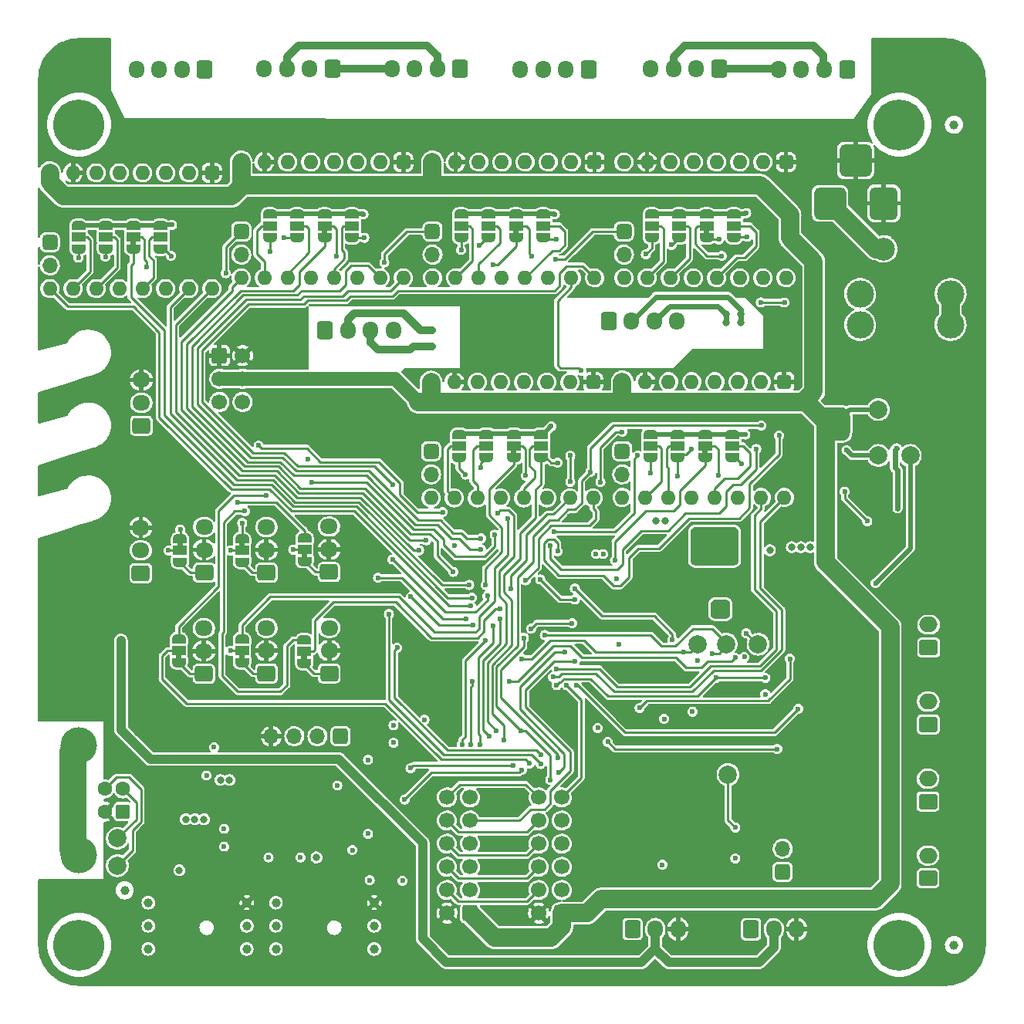
<source format=gbr>
%TF.GenerationSoftware,KiCad,Pcbnew,(6.0.7)*%
%TF.CreationDate,2022-10-06T16:10:22+02:00*%
%TF.ProjectId,mobo,6d6f626f-2e6b-4696-9361-645f70636258,4A*%
%TF.SameCoordinates,Original*%
%TF.FileFunction,Copper,L4,Bot*%
%TF.FilePolarity,Positive*%
%FSLAX46Y46*%
G04 Gerber Fmt 4.6, Leading zero omitted, Abs format (unit mm)*
G04 Created by KiCad (PCBNEW (6.0.7)) date 2022-10-06 16:10:22*
%MOMM*%
%LPD*%
G01*
G04 APERTURE LIST*
G04 Aperture macros list*
%AMRoundRect*
0 Rectangle with rounded corners*
0 $1 Rounding radius*
0 $2 $3 $4 $5 $6 $7 $8 $9 X,Y pos of 4 corners*
0 Add a 4 corners polygon primitive as box body*
4,1,4,$2,$3,$4,$5,$6,$7,$8,$9,$2,$3,0*
0 Add four circle primitives for the rounded corners*
1,1,$1+$1,$2,$3*
1,1,$1+$1,$4,$5*
1,1,$1+$1,$6,$7*
1,1,$1+$1,$8,$9*
0 Add four rect primitives between the rounded corners*
20,1,$1+$1,$2,$3,$4,$5,0*
20,1,$1+$1,$4,$5,$6,$7,0*
20,1,$1+$1,$6,$7,$8,$9,0*
20,1,$1+$1,$8,$9,$2,$3,0*%
%AMFreePoly0*
4,1,22,0.550000,-0.750000,0.000000,-0.750000,0.000000,-0.745033,-0.079941,-0.743568,-0.215256,-0.701293,-0.333266,-0.622738,-0.424486,-0.514219,-0.481581,-0.384460,-0.499164,-0.250000,-0.500000,-0.250000,-0.500000,0.250000,-0.499164,0.250000,-0.499963,0.256109,-0.478152,0.396186,-0.417904,0.524511,-0.324060,0.630769,-0.204165,0.706417,-0.067858,0.745374,0.000000,0.744959,0.000000,0.750000,
0.550000,0.750000,0.550000,-0.750000,0.550000,-0.750000,$1*%
%AMFreePoly1*
4,1,20,0.000000,0.744959,0.073905,0.744508,0.209726,0.703889,0.328688,0.626782,0.421226,0.519385,0.479903,0.390333,0.500000,0.250000,0.500000,-0.250000,0.499851,-0.262216,0.476331,-0.402017,0.414519,-0.529596,0.319384,-0.634700,0.198574,-0.708877,0.061801,-0.746166,0.000000,-0.745033,0.000000,-0.750000,-0.550000,-0.750000,-0.550000,0.750000,0.000000,0.750000,0.000000,0.744959,
0.000000,0.744959,$1*%
G04 Aperture macros list end*
%TA.AperFunction,ComponentPad*%
%ADD10RoundRect,0.400000X-0.400000X0.400000X-0.400000X-0.400000X0.400000X-0.400000X0.400000X0.400000X0*%
%TD*%
%TA.AperFunction,ComponentPad*%
%ADD11O,1.600000X1.600000*%
%TD*%
%TA.AperFunction,ComponentPad*%
%ADD12RoundRect,0.250000X0.600000X0.725000X-0.600000X0.725000X-0.600000X-0.725000X0.600000X-0.725000X0*%
%TD*%
%TA.AperFunction,ComponentPad*%
%ADD13O,1.700000X1.950000*%
%TD*%
%TA.AperFunction,ComponentPad*%
%ADD14RoundRect,0.250000X-0.600000X-0.725000X0.600000X-0.725000X0.600000X0.725000X-0.600000X0.725000X0*%
%TD*%
%TA.AperFunction,ComponentPad*%
%ADD15RoundRect,0.250000X0.725000X-0.600000X0.725000X0.600000X-0.725000X0.600000X-0.725000X-0.600000X0*%
%TD*%
%TA.AperFunction,ComponentPad*%
%ADD16O,1.950000X1.700000*%
%TD*%
%TA.AperFunction,ComponentPad*%
%ADD17RoundRect,0.250000X0.600000X0.600000X-0.600000X0.600000X-0.600000X-0.600000X0.600000X-0.600000X0*%
%TD*%
%TA.AperFunction,ComponentPad*%
%ADD18C,1.700000*%
%TD*%
%TA.AperFunction,ComponentPad*%
%ADD19RoundRect,0.250000X-0.600000X-0.600000X0.600000X-0.600000X0.600000X0.600000X-0.600000X0.600000X0*%
%TD*%
%TA.AperFunction,ComponentPad*%
%ADD20RoundRect,0.250000X0.750000X-0.600000X0.750000X0.600000X-0.750000X0.600000X-0.750000X-0.600000X0*%
%TD*%
%TA.AperFunction,ComponentPad*%
%ADD21O,2.000000X1.700000*%
%TD*%
%TA.AperFunction,ComponentPad*%
%ADD22C,5.600000*%
%TD*%
%TA.AperFunction,ComponentPad*%
%ADD23RoundRect,0.525000X1.225000X1.225000X-1.225000X1.225000X-1.225000X-1.225000X1.225000X-1.225000X0*%
%TD*%
%TA.AperFunction,ComponentPad*%
%ADD24C,2.500000*%
%TD*%
%TA.AperFunction,ComponentPad*%
%ADD25RoundRect,0.450000X1.050000X1.300000X-1.050000X1.300000X-1.050000X-1.300000X1.050000X-1.300000X0*%
%TD*%
%TA.AperFunction,ComponentPad*%
%ADD26RoundRect,0.425000X-0.425000X-0.425000X0.425000X-0.425000X0.425000X0.425000X-0.425000X0.425000X0*%
%TD*%
%TA.AperFunction,ComponentPad*%
%ADD27O,1.700000X1.700000*%
%TD*%
%TA.AperFunction,ComponentPad*%
%ADD28C,1.000000*%
%TD*%
%TA.AperFunction,ComponentPad*%
%ADD29C,3.000000*%
%TD*%
%TA.AperFunction,ComponentPad*%
%ADD30RoundRect,0.320000X-0.480000X0.480000X-0.480000X-0.480000X0.480000X-0.480000X0.480000X0.480000X0*%
%TD*%
%TA.AperFunction,ComponentPad*%
%ADD31C,1.600000*%
%TD*%
%TA.AperFunction,ComponentPad*%
%ADD32C,4.000000*%
%TD*%
%TA.AperFunction,ComponentPad*%
%ADD33RoundRect,0.340000X0.510000X0.510000X-0.510000X0.510000X-0.510000X-0.510000X0.510000X-0.510000X0*%
%TD*%
%TA.AperFunction,ComponentPad*%
%ADD34RoundRect,0.340000X-0.510000X0.510000X-0.510000X-0.510000X0.510000X-0.510000X0.510000X0.510000X0*%
%TD*%
%TA.AperFunction,SMDPad,CuDef*%
%ADD35FreePoly0,270.000000*%
%TD*%
%TA.AperFunction,SMDPad,CuDef*%
%ADD36R,1.500000X1.000000*%
%TD*%
%TA.AperFunction,SMDPad,CuDef*%
%ADD37FreePoly1,270.000000*%
%TD*%
%TA.AperFunction,TestPad*%
%ADD38C,2.000000*%
%TD*%
%TA.AperFunction,SMDPad,CuDef*%
%ADD39FreePoly0,90.000000*%
%TD*%
%TA.AperFunction,SMDPad,CuDef*%
%ADD40FreePoly1,90.000000*%
%TD*%
%TA.AperFunction,FiducialPad,Global*%
%ADD41C,1.000000*%
%TD*%
%TA.AperFunction,SMDPad,CuDef*%
%ADD42C,1.000000*%
%TD*%
%TA.AperFunction,ViaPad*%
%ADD43C,0.800000*%
%TD*%
%TA.AperFunction,ViaPad*%
%ADD44C,0.600000*%
%TD*%
%TA.AperFunction,Conductor*%
%ADD45C,0.250000*%
%TD*%
%TA.AperFunction,Conductor*%
%ADD46C,0.500000*%
%TD*%
%TA.AperFunction,Conductor*%
%ADD47C,2.000000*%
%TD*%
%TA.AperFunction,Conductor*%
%ADD48C,1.500000*%
%TD*%
%TA.AperFunction,Conductor*%
%ADD49C,0.850000*%
%TD*%
%TA.AperFunction,Conductor*%
%ADD50C,0.600000*%
%TD*%
%TA.AperFunction,Conductor*%
%ADD51C,1.000000*%
%TD*%
%TA.AperFunction,Conductor*%
%ADD52C,3.000000*%
%TD*%
G04 APERTURE END LIST*
G36*
X133150000Y-63000000D02*
G01*
X132550000Y-63000000D01*
X132550000Y-62450000D01*
X133150000Y-62450000D01*
X133150000Y-63000000D01*
G37*
G36*
X111990000Y-87150000D02*
G01*
X111390000Y-87150000D01*
X111390000Y-86600000D01*
X111990000Y-86600000D01*
X111990000Y-87150000D01*
G37*
G36*
X91240000Y-63000000D02*
G01*
X90640000Y-63000000D01*
X90640000Y-62450000D01*
X91240000Y-62450000D01*
X91240000Y-63000000D01*
G37*
G36*
X89040000Y-98520000D02*
G01*
X88440000Y-98520000D01*
X88440000Y-98020000D01*
X89040000Y-98020000D01*
X89040000Y-98520000D01*
G37*
G36*
X88982500Y-109720000D02*
G01*
X88382500Y-109720000D01*
X88382500Y-109220000D01*
X88982500Y-109220000D01*
X88982500Y-109720000D01*
G37*
G36*
X70240000Y-64250000D02*
G01*
X69640000Y-64250000D01*
X69640000Y-63700000D01*
X70240000Y-63700000D01*
X70240000Y-64250000D01*
G37*
G36*
X82182500Y-109620000D02*
G01*
X81582500Y-109620000D01*
X81582500Y-109120000D01*
X82182500Y-109120000D01*
X82182500Y-109620000D01*
G37*
G36*
X75240000Y-109620000D02*
G01*
X74640000Y-109620000D01*
X74640000Y-109120000D01*
X75240000Y-109120000D01*
X75240000Y-109620000D01*
G37*
G36*
X82182500Y-97320000D02*
G01*
X81582500Y-97320000D01*
X81582500Y-96820000D01*
X82182500Y-96820000D01*
X82182500Y-97320000D01*
G37*
G36*
X75382500Y-97320000D02*
G01*
X74782500Y-97320000D01*
X74782500Y-96820000D01*
X75382500Y-96820000D01*
X75382500Y-97320000D01*
G37*
G36*
X133000000Y-87150000D02*
G01*
X132400000Y-87150000D01*
X132400000Y-86600000D01*
X133000000Y-86600000D01*
X133000000Y-87150000D01*
G37*
G36*
X112230000Y-63000000D02*
G01*
X111630000Y-63000000D01*
X111630000Y-62450000D01*
X112230000Y-62450000D01*
X112230000Y-63000000D01*
G37*
D10*
X99570000Y-55100000D03*
D11*
X97030000Y-55100000D03*
X94490000Y-55100000D03*
X91950000Y-55100000D03*
X89410000Y-55100000D03*
X86870000Y-55100000D03*
X84330000Y-55100000D03*
X81790000Y-55100000D03*
X81790000Y-67800000D03*
X84330000Y-67800000D03*
X86870000Y-67800000D03*
X89410000Y-67800000D03*
X91950000Y-67800000D03*
X94490000Y-67800000D03*
X97030000Y-67800000D03*
X99570000Y-67800000D03*
D10*
X120560000Y-55100000D03*
D11*
X118020000Y-55100000D03*
X115480000Y-55100000D03*
X112940000Y-55100000D03*
X110400000Y-55100000D03*
X107860000Y-55100000D03*
X105320000Y-55100000D03*
X102780000Y-55100000D03*
X102780000Y-67800000D03*
X105320000Y-67800000D03*
X107860000Y-67800000D03*
X110400000Y-67800000D03*
X112940000Y-67800000D03*
X115480000Y-67800000D03*
X118020000Y-67800000D03*
X120560000Y-67800000D03*
D10*
X78570000Y-56280000D03*
D11*
X76030000Y-56280000D03*
X73490000Y-56280000D03*
X70950000Y-56280000D03*
X68410000Y-56280000D03*
X65870000Y-56280000D03*
X63330000Y-56280000D03*
X60790000Y-56280000D03*
X60790000Y-68980000D03*
X63330000Y-68980000D03*
X65870000Y-68980000D03*
X68410000Y-68980000D03*
X70950000Y-68980000D03*
X73490000Y-68980000D03*
X76030000Y-68980000D03*
X78570000Y-68980000D03*
D10*
X141380000Y-79200000D03*
D11*
X138840000Y-79200000D03*
X136300000Y-79200000D03*
X133760000Y-79200000D03*
X131220000Y-79200000D03*
X128680000Y-79200000D03*
X126140000Y-79200000D03*
X123600000Y-79200000D03*
X123600000Y-91900000D03*
X126140000Y-91900000D03*
X128680000Y-91900000D03*
X131220000Y-91900000D03*
X133760000Y-91900000D03*
X136300000Y-91900000D03*
X138840000Y-91900000D03*
X141380000Y-91900000D03*
D12*
X119900000Y-44906000D03*
D13*
X117400000Y-44906000D03*
X114900000Y-44906000D03*
X112400000Y-44906000D03*
D12*
X77774000Y-44906000D03*
D13*
X75274000Y-44906000D03*
X72774000Y-44906000D03*
X70274000Y-44906000D03*
D14*
X122100000Y-72575000D03*
D13*
X124600000Y-72575000D03*
X127100000Y-72575000D03*
X129600000Y-72575000D03*
D12*
X105795000Y-44900000D03*
D13*
X103295000Y-44900000D03*
X100795000Y-44900000D03*
X98295000Y-44900000D03*
D12*
X91800000Y-44900000D03*
D13*
X89300000Y-44900000D03*
X86800000Y-44900000D03*
X84300000Y-44900000D03*
D10*
X141560000Y-55100000D03*
D11*
X139020000Y-55100000D03*
X136480000Y-55100000D03*
X133940000Y-55100000D03*
X131400000Y-55100000D03*
X128860000Y-55100000D03*
X126320000Y-55100000D03*
X123780000Y-55100000D03*
X123780000Y-67800000D03*
X126320000Y-67800000D03*
X128860000Y-67800000D03*
X131400000Y-67800000D03*
X133940000Y-67800000D03*
X136480000Y-67800000D03*
X139020000Y-67800000D03*
X141560000Y-67800000D03*
D12*
X148250000Y-44902600D03*
D13*
X145750000Y-44902600D03*
X143250000Y-44902600D03*
X140750000Y-44902600D03*
D10*
X120400000Y-79250000D03*
D11*
X117860000Y-79250000D03*
X115320000Y-79250000D03*
X112780000Y-79250000D03*
X110240000Y-79250000D03*
X107700000Y-79250000D03*
X105160000Y-79250000D03*
X102620000Y-79250000D03*
X102620000Y-91950000D03*
X105160000Y-91950000D03*
X107700000Y-91950000D03*
X110240000Y-91950000D03*
X112780000Y-91950000D03*
X115320000Y-91950000D03*
X117860000Y-91950000D03*
X120400000Y-91950000D03*
D12*
X134200000Y-44900000D03*
D13*
X131700000Y-44900000D03*
X129200000Y-44900000D03*
X126700000Y-44900000D03*
D15*
X84560000Y-100150000D03*
D16*
X84560000Y-97650000D03*
X84560000Y-95150000D03*
D15*
X91420000Y-100100000D03*
D16*
X91420000Y-97600000D03*
X91420000Y-95100000D03*
D15*
X84560000Y-111210000D03*
D16*
X84560000Y-108710000D03*
X84560000Y-106210000D03*
D15*
X77690000Y-111250000D03*
D16*
X77690000Y-108750000D03*
X77690000Y-106250000D03*
D17*
X106900000Y-137510000D03*
D18*
X104360000Y-137510000D03*
X106900000Y-134970000D03*
X104360000Y-134970000D03*
X106900000Y-132430000D03*
X104360000Y-132430000D03*
X106900000Y-129890000D03*
X104360000Y-129890000D03*
X106900000Y-127350000D03*
X104360000Y-127350000D03*
X106900000Y-124810000D03*
X104360000Y-124810000D03*
D17*
X116960000Y-137510000D03*
D18*
X114420000Y-137510000D03*
X116960000Y-134970000D03*
X114420000Y-134970000D03*
X116960000Y-132430000D03*
X114420000Y-132430000D03*
X116960000Y-129890000D03*
X114420000Y-129890000D03*
X116960000Y-127350000D03*
X114420000Y-127350000D03*
X116960000Y-124810000D03*
X114420000Y-124810000D03*
D19*
X79400000Y-76340000D03*
D18*
X81940000Y-76340000D03*
X79400000Y-78880000D03*
X81940000Y-78880000D03*
X79400000Y-81420000D03*
X81940000Y-81420000D03*
D14*
X137730000Y-139270000D03*
D13*
X140230000Y-139270000D03*
X142730000Y-139270000D03*
D14*
X124730000Y-139260000D03*
D13*
X127230000Y-139260000D03*
X129730000Y-139260000D03*
D15*
X91450000Y-111200000D03*
D16*
X91450000Y-108700000D03*
X91450000Y-106200000D03*
D20*
X157140000Y-125260000D03*
D21*
X157140000Y-122760000D03*
D20*
X157170000Y-116790000D03*
D21*
X157170000Y-114290000D03*
D20*
X157220000Y-108360000D03*
D21*
X157220000Y-105860000D03*
D20*
X157150000Y-133680000D03*
D21*
X157150000Y-131180000D03*
D15*
X77720000Y-100150000D03*
D16*
X77720000Y-97650000D03*
X77720000Y-95150000D03*
D15*
X70835000Y-84020000D03*
D16*
X70835000Y-81520000D03*
X70835000Y-79020000D03*
D15*
X70775000Y-100200000D03*
D16*
X70775000Y-97700000D03*
X70775000Y-95200000D03*
D14*
X91000000Y-73582000D03*
D13*
X93500000Y-73582000D03*
X96000000Y-73582000D03*
X98500000Y-73582000D03*
D22*
X64000000Y-141000000D03*
D23*
X146400000Y-59636000D03*
D24*
X152300000Y-59636000D03*
D25*
X152300000Y-59636000D03*
D23*
X149200000Y-54936000D03*
D24*
X152300000Y-64636000D03*
D26*
X123780000Y-62720000D03*
D27*
X123780000Y-65260000D03*
D22*
X154000000Y-51000000D03*
D28*
X71600000Y-136360000D03*
X71600000Y-138900000D03*
X71600000Y-141440000D03*
X82400000Y-141440000D03*
X82400000Y-138900000D03*
X82400000Y-136360000D03*
D26*
X102620000Y-86820000D03*
D27*
X102620000Y-89360000D03*
D29*
X149700000Y-72975000D03*
X149700000Y-69575000D03*
X159620000Y-69575000D03*
X159620000Y-72975000D03*
D26*
X81790000Y-62720000D03*
D27*
X81790000Y-65260000D03*
D30*
X68813500Y-126368000D03*
D31*
X68813500Y-123868000D03*
X66813500Y-123868000D03*
X66813500Y-126368000D03*
D32*
X63953500Y-119118000D03*
X63953500Y-131118000D03*
D22*
X154000000Y-141000000D03*
D26*
X123600000Y-86820000D03*
D27*
X123600000Y-89360000D03*
D33*
X141200000Y-132975000D03*
D27*
X141200000Y-130435000D03*
D28*
X85600000Y-136360000D03*
X85600000Y-138900000D03*
X85600000Y-141440000D03*
X96400000Y-141440000D03*
X96400000Y-138900000D03*
X96400000Y-136360000D03*
D26*
X102780000Y-62720000D03*
D27*
X102780000Y-65260000D03*
D34*
X92700000Y-118100000D03*
D27*
X90160000Y-118100000D03*
X87620000Y-118100000D03*
X85080000Y-118100000D03*
D26*
X60790000Y-63900000D03*
D27*
X60790000Y-66440000D03*
D22*
X64000000Y-51000000D03*
D35*
X126850000Y-60800000D03*
D36*
X126850000Y-62100000D03*
D37*
X126850000Y-63400000D03*
D35*
X129850000Y-60800000D03*
D36*
X129850000Y-62100000D03*
D37*
X129850000Y-63400000D03*
D35*
X132850000Y-60800000D03*
D36*
X132850000Y-62100000D03*
D37*
X132850000Y-63400000D03*
D35*
X108690000Y-84950000D03*
D36*
X108690000Y-86250000D03*
D37*
X108690000Y-87550000D03*
D35*
X105690000Y-84950000D03*
D36*
X105690000Y-86250000D03*
D37*
X105690000Y-87550000D03*
D35*
X111690000Y-84950000D03*
D36*
X111690000Y-86250000D03*
D37*
X111690000Y-87550000D03*
D35*
X90940000Y-60800000D03*
D36*
X90940000Y-62100000D03*
D37*
X90940000Y-63400000D03*
D38*
X68200000Y-129300000D03*
X68200000Y-132300000D03*
X138500000Y-108000000D03*
X135000000Y-108000000D03*
X131900000Y-108000000D03*
X135200000Y-122300000D03*
X155200000Y-82250000D03*
X151700000Y-87300000D03*
X151700000Y-82250000D03*
X155200000Y-87300000D03*
D35*
X66940000Y-62050000D03*
D36*
X66940000Y-63350000D03*
D37*
X66940000Y-64650000D03*
D39*
X88740000Y-98920000D03*
D36*
X88740000Y-97620000D03*
D40*
X88740000Y-96320000D03*
D39*
X88682500Y-110120000D03*
D36*
X88682500Y-108820000D03*
D40*
X88682500Y-107520000D03*
D35*
X114930000Y-60800000D03*
D36*
X114930000Y-62100000D03*
D37*
X114930000Y-63400000D03*
D35*
X84940000Y-60800000D03*
D36*
X84940000Y-62100000D03*
D37*
X84940000Y-63400000D03*
D35*
X93940000Y-60800000D03*
D36*
X93940000Y-62100000D03*
D37*
X93940000Y-63400000D03*
D41*
X69000000Y-135000000D03*
D35*
X69940000Y-62050000D03*
D36*
X69940000Y-63350000D03*
D37*
X69940000Y-64650000D03*
D39*
X81882500Y-110020000D03*
D36*
X81882500Y-108720000D03*
D40*
X81882500Y-107420000D03*
D35*
X126700000Y-84950000D03*
D36*
X126700000Y-86250000D03*
D37*
X126700000Y-87550000D03*
D41*
X160000000Y-141000000D03*
D35*
X129700000Y-84950000D03*
D36*
X129700000Y-86250000D03*
D37*
X129700000Y-87550000D03*
D35*
X63940000Y-62050000D03*
D36*
X63940000Y-63350000D03*
D37*
X63940000Y-64650000D03*
D39*
X74940000Y-110020000D03*
D36*
X74940000Y-108720000D03*
D40*
X74940000Y-107420000D03*
D42*
X160000000Y-51000000D03*
D35*
X81882500Y-96420000D03*
D36*
X81882500Y-97720000D03*
D37*
X81882500Y-99020000D03*
D35*
X75082500Y-96420000D03*
D36*
X75082500Y-97720000D03*
D37*
X75082500Y-99020000D03*
D35*
X132700000Y-84950000D03*
D36*
X132700000Y-86250000D03*
D37*
X132700000Y-87550000D03*
D35*
X135850000Y-60800000D03*
D36*
X135850000Y-62100000D03*
D37*
X135850000Y-63400000D03*
D35*
X105930000Y-60800000D03*
D36*
X105930000Y-62100000D03*
D37*
X105930000Y-63400000D03*
D35*
X111930000Y-60800000D03*
D36*
X111930000Y-62100000D03*
D37*
X111930000Y-63400000D03*
D35*
X114690000Y-84950000D03*
D36*
X114690000Y-86250000D03*
D37*
X114690000Y-87550000D03*
D35*
X87917000Y-60800000D03*
D36*
X87917000Y-62100000D03*
D37*
X87917000Y-63400000D03*
D35*
X72940000Y-62050000D03*
D36*
X72940000Y-63350000D03*
D37*
X72940000Y-64650000D03*
D35*
X108930000Y-60800000D03*
D36*
X108930000Y-62100000D03*
D37*
X108930000Y-63400000D03*
D35*
X135700000Y-84950000D03*
D36*
X135700000Y-86250000D03*
D37*
X135700000Y-87550000D03*
D43*
X162300000Y-89900000D03*
X151750000Y-94800000D03*
X72450000Y-60500000D03*
X68500000Y-51800000D03*
X109650000Y-59300000D03*
X143400000Y-93150000D03*
X76900000Y-137100000D03*
D44*
X103600000Y-112600000D03*
X87200000Y-81600000D03*
X136000000Y-124600000D03*
D43*
X139500000Y-105000000D03*
X154000000Y-43300000D03*
X78400000Y-128500000D03*
D44*
X71500000Y-88500000D03*
X117800000Y-94000000D03*
D43*
X160400000Y-89900000D03*
X152382000Y-90000000D03*
X149500000Y-124700000D03*
X161200000Y-78900000D03*
D44*
X122000000Y-94000000D03*
D43*
X132400000Y-139200000D03*
X149500000Y-133100000D03*
D44*
X136500000Y-115400000D03*
D43*
X91000000Y-81300000D03*
X62200000Y-45000000D03*
X88100000Y-76700000D03*
D44*
X103100000Y-113400000D03*
D43*
X61100000Y-136300000D03*
X151000000Y-77100000D03*
X75700000Y-51800000D03*
X145300000Y-139200000D03*
X131800000Y-51800000D03*
X115075000Y-72600000D03*
X159400000Y-83200000D03*
X90900000Y-137000000D03*
X148500000Y-124700000D03*
D44*
X118800000Y-97800000D03*
D43*
X149800000Y-91200000D03*
X158400000Y-81800000D03*
X130000000Y-101300000D03*
X114500000Y-59300000D03*
X153200000Y-76700000D03*
X135150000Y-83100000D03*
X146600000Y-67200000D03*
X70700000Y-112800000D03*
X162800000Y-96800000D03*
X146600000Y-138200000D03*
X129800000Y-105000000D03*
D44*
X123200000Y-111800000D03*
X148000000Y-97200000D03*
D43*
X131500000Y-103600000D03*
X129900000Y-51800000D03*
X70700000Y-115100000D03*
X162800000Y-98400000D03*
D44*
X71600000Y-104900000D03*
D43*
X157714644Y-87198007D03*
X98000000Y-128900000D03*
X151000000Y-78500000D03*
X127100000Y-100700000D03*
D44*
X122300000Y-103400000D03*
D43*
X115100000Y-51800000D03*
X127100000Y-98600000D03*
X90760000Y-51794000D03*
X98000000Y-120500000D03*
X91425000Y-126300000D03*
X113400000Y-51800000D03*
X83800000Y-125000000D03*
X146700000Y-107800000D03*
D44*
X125400000Y-110700000D03*
D43*
X152382000Y-91200000D03*
X162900000Y-100200000D03*
X147000000Y-143300000D03*
X114050000Y-83100000D03*
X148500000Y-116300000D03*
X62200000Y-135000000D03*
X72000000Y-126100000D03*
X96000000Y-81300000D03*
X78400000Y-130500000D03*
X130750000Y-83100000D03*
D44*
X86000000Y-85500000D03*
D43*
X151100000Y-90000000D03*
D44*
X103300000Y-99520000D03*
X118300000Y-115900000D03*
D43*
X84650000Y-127600000D03*
X148500000Y-107800000D03*
X161200000Y-76700000D03*
X146700000Y-133100000D03*
D44*
X87200000Y-84100000D03*
X119875213Y-94000000D03*
D43*
X94560000Y-51794000D03*
X148100000Y-144600000D03*
D44*
X128000000Y-124600000D03*
D43*
X115100000Y-76200000D03*
X138300000Y-106400000D03*
X67650000Y-60500000D03*
D44*
X132600000Y-115400000D03*
D43*
X130000000Y-102400000D03*
X93450000Y-59350000D03*
X152700000Y-44400000D03*
X159500000Y-85400000D03*
X127100000Y-96500000D03*
D44*
X122500000Y-130000000D03*
D43*
X84960000Y-51794000D03*
X141200000Y-101600000D03*
D44*
X104600000Y-118100000D03*
D43*
X162600000Y-79400000D03*
X93500000Y-81300000D03*
X88760000Y-51794000D03*
X144700000Y-63300000D03*
X148500000Y-133100000D03*
D44*
X125300000Y-129600000D03*
D43*
X131700000Y-59300000D03*
X162900000Y-102800000D03*
D44*
X119100000Y-108400000D03*
D43*
X88550000Y-59350000D03*
X92300000Y-127600000D03*
X148200000Y-77100000D03*
D44*
X99900000Y-114200000D03*
D43*
X115175000Y-70600000D03*
X146700000Y-124700000D03*
D44*
X113000000Y-93800000D03*
D43*
X109820000Y-51800000D03*
X149800000Y-90000000D03*
D44*
X128200000Y-107100000D03*
D43*
X119000000Y-51800000D03*
X109550000Y-83100000D03*
X77950000Y-134100000D03*
D44*
X105360000Y-94930000D03*
X89361200Y-82830000D03*
X133900000Y-115400000D03*
D43*
X70700000Y-117200000D03*
X81000000Y-51800000D03*
X149500000Y-107800000D03*
X128500000Y-99000000D03*
D44*
X123600000Y-118700000D03*
D43*
X133700000Y-138200000D03*
X73800000Y-51800000D03*
X85300000Y-76700000D03*
X148194668Y-79905332D03*
X131500000Y-100200000D03*
X146700000Y-116300000D03*
X136550000Y-59300000D03*
X91950000Y-134100000D03*
X98500000Y-81300000D03*
X159400000Y-89200000D03*
X151000000Y-79900000D03*
X151100000Y-91200000D03*
X154300000Y-75400000D03*
X81800000Y-125000000D03*
X115100000Y-74600000D03*
X126300000Y-51800000D03*
X135400000Y-51800000D03*
X61100000Y-46300000D03*
X149500000Y-116300000D03*
X127200000Y-102800000D03*
X74200000Y-121950000D03*
D44*
X127300000Y-103700000D03*
D43*
X86700000Y-75600000D03*
X148200000Y-78500000D03*
X141200000Y-102800000D03*
D44*
X101300000Y-97700000D03*
X106800000Y-101500000D03*
X107000000Y-103800000D03*
X98400000Y-90500000D03*
X108800000Y-102700000D03*
X98400000Y-98700000D03*
X119100000Y-78000000D03*
X89500000Y-90200000D03*
X109600000Y-96000000D03*
X116500000Y-97800000D03*
X140800000Y-85100000D03*
X115700000Y-97200000D03*
X138300000Y-86600000D03*
D43*
X127300000Y-94500000D03*
X133800000Y-104700000D03*
D44*
X128200000Y-116200000D03*
X88300000Y-131400000D03*
X139300000Y-113500000D03*
X95700000Y-120700000D03*
X120900000Y-117200000D03*
D43*
X128300000Y-94500000D03*
X79500000Y-122900000D03*
X80500000Y-122900000D03*
X132300000Y-97300000D03*
X90050000Y-131400000D03*
D44*
X115800000Y-84100000D03*
X99494000Y-133946000D03*
X105233324Y-97214639D03*
X137100000Y-85000000D03*
X95200000Y-60820000D03*
X137200000Y-60700000D03*
D43*
X134900000Y-104700000D03*
D44*
X98500000Y-116900000D03*
X131900000Y-109800000D03*
X131300000Y-115400000D03*
X94000000Y-130600000D03*
D43*
X133800000Y-97300000D03*
D44*
X128000000Y-132200000D03*
D43*
X75000000Y-132800000D03*
D44*
X148200000Y-86700000D03*
D43*
X135300000Y-98500000D03*
D44*
X79900000Y-128250000D03*
X121500000Y-98100000D03*
X79900000Y-130200000D03*
D43*
X135300000Y-97300000D03*
D44*
X78800000Y-119300000D03*
X98500000Y-118800000D03*
X74200000Y-62000000D03*
X123200000Y-108000000D03*
D43*
X132300000Y-98500000D03*
D44*
X101900000Y-116300000D03*
X78000000Y-122400000D03*
X95700000Y-128800000D03*
X137000000Y-109400000D03*
X136000000Y-131500000D03*
X89100000Y-87700000D03*
X123000000Y-100800000D03*
X120700000Y-98100000D03*
D43*
X133800000Y-103600000D03*
D44*
X116200000Y-60820000D03*
X92337000Y-123500000D03*
X84787500Y-131400000D03*
X95892000Y-133900000D03*
D43*
X133800000Y-98500000D03*
X134900000Y-103600000D03*
X129700000Y-81420000D03*
X107850000Y-57600000D03*
X152700000Y-115900000D03*
X86850000Y-57650000D03*
X135600000Y-57650000D03*
X152700000Y-109800000D03*
X147100000Y-83900000D03*
X152700000Y-126700000D03*
X147100000Y-82700000D03*
X131000000Y-57650000D03*
X87950000Y-57650000D03*
X128800000Y-57650000D03*
X142050000Y-61950000D03*
X127500000Y-81420000D03*
X107500000Y-81420000D03*
X85750000Y-57650000D03*
X106750000Y-57600000D03*
X152700000Y-132600000D03*
X85300000Y-78600000D03*
X65850000Y-58850000D03*
X152700000Y-107400000D03*
X128600000Y-81420000D03*
X129900000Y-57650000D03*
X108600000Y-81420000D03*
X152700000Y-124300000D03*
X152700000Y-135000000D03*
X148100000Y-83900000D03*
X136700000Y-57650000D03*
X152700000Y-118300000D03*
X106400000Y-81420000D03*
X148100000Y-82700000D03*
X108950000Y-57600000D03*
X88100000Y-78600000D03*
X64750000Y-58850000D03*
X66950000Y-58850000D03*
X142050000Y-60850000D03*
X148100000Y-85100000D03*
X137800000Y-57650000D03*
X142050000Y-63050000D03*
X147100000Y-85100000D03*
D44*
X138800000Y-70500000D03*
X141400000Y-70500000D03*
X123600000Y-84700000D03*
X121200000Y-90200000D03*
D43*
X135000000Y-71800000D03*
X135000000Y-72700000D03*
X136600000Y-71800000D03*
X136600000Y-72700000D03*
D44*
X113000000Y-101000000D03*
X111400000Y-101900000D03*
D43*
X101700000Y-75300000D03*
X102700000Y-75300000D03*
X102700000Y-73600000D03*
X101700000Y-73600000D03*
D44*
X116000000Y-111600000D03*
X151400000Y-101300000D03*
D43*
X139800000Y-97700000D03*
D44*
X116400000Y-110700000D03*
X108100000Y-96400000D03*
X108100000Y-97600000D03*
X102100000Y-96600000D03*
D43*
X75700000Y-127200000D03*
X144200000Y-97350000D03*
X77700000Y-127200000D03*
X142200000Y-97350000D03*
X76700000Y-127200000D03*
X143200000Y-97350000D03*
D44*
X137200000Y-106800000D03*
X136000000Y-128100000D03*
X133900000Y-111700000D03*
X139300000Y-111700000D03*
X116400000Y-112500000D03*
X115100000Y-107000000D03*
X133500000Y-109000000D03*
X130300000Y-108900000D03*
X112600000Y-109600000D03*
X73800000Y-97720000D03*
X80600000Y-97720000D03*
X87500000Y-97620000D03*
X80600000Y-108720000D03*
X113400000Y-121100000D03*
X114600000Y-100900000D03*
X118400000Y-103100000D03*
X110200000Y-104100000D03*
X98900000Y-108400000D03*
X140600000Y-119500000D03*
X114650000Y-120150000D03*
X122005738Y-118727122D03*
X112800000Y-107300000D03*
X116500000Y-120500000D03*
X131200000Y-86600000D03*
X109900000Y-93600000D03*
X66900000Y-65500000D03*
X86500000Y-63420000D03*
X108100000Y-88600000D03*
X129000000Y-64200000D03*
X129700000Y-89600000D03*
X107900000Y-64250000D03*
X109800000Y-117500000D03*
D43*
X68600000Y-108600000D03*
X127200000Y-141200000D03*
X140200000Y-141200000D03*
X68600000Y-109600000D03*
X68600000Y-107600000D03*
D44*
X148000000Y-91250000D03*
X150480000Y-94500000D03*
X113600000Y-106300000D03*
X118100000Y-105700000D03*
X126700000Y-89200000D03*
X120100000Y-89100000D03*
X112500000Y-117500000D03*
X138850000Y-84000000D03*
X115700000Y-122900000D03*
X63940000Y-65600000D03*
X126190000Y-65220000D03*
X106400000Y-89400000D03*
X105930000Y-64740000D03*
X84940000Y-64900000D03*
X118400000Y-109900000D03*
X116400000Y-63600000D03*
X95300000Y-63400000D03*
X74100000Y-65400000D03*
X136700000Y-88200000D03*
X137300000Y-63300000D03*
X110600000Y-118500000D03*
X116500000Y-88100000D03*
X108600000Y-107600000D03*
X106000000Y-119000000D03*
X112600000Y-121800000D03*
X99724220Y-125041107D03*
X107100000Y-112100000D03*
X107000000Y-119000000D03*
X100363000Y-121600000D03*
X111650000Y-121300000D03*
X117500000Y-112500000D03*
X116600000Y-122100000D03*
X117300000Y-108900000D03*
X109000000Y-118100000D03*
X110200000Y-105200000D03*
X108000000Y-119000000D03*
X109400000Y-106000000D03*
X107100000Y-102900000D03*
X71407000Y-66600000D03*
X83700000Y-86200000D03*
X103900000Y-93500000D03*
X109400000Y-66400000D03*
X113680000Y-65420000D03*
X134200000Y-63600000D03*
X125300000Y-87300000D03*
X116100000Y-95700000D03*
X134115500Y-89500000D03*
X108600000Y-101500000D03*
X113000000Y-89500000D03*
X122800000Y-98800000D03*
X134505500Y-65414000D03*
X105050000Y-100070000D03*
X92235000Y-65434000D03*
X129100000Y-107500000D03*
X118400000Y-101900000D03*
X142000000Y-109600000D03*
X125500000Y-115000000D03*
X111200000Y-112100000D03*
X136000000Y-109500000D03*
X100400000Y-102800000D03*
X107200000Y-105900000D03*
X106500000Y-105200000D03*
X96800000Y-100700000D03*
X153700000Y-86500000D03*
X153800000Y-93100000D03*
X75100000Y-95400000D03*
X81900000Y-94700000D03*
X80100000Y-67300000D03*
X81400000Y-92400000D03*
X97500000Y-66120000D03*
X117900000Y-87300000D03*
X117900000Y-90169500D03*
X111000000Y-94200000D03*
X84500000Y-91700000D03*
X116300000Y-65750000D03*
X82200000Y-93400000D03*
X114650000Y-121150000D03*
X98000000Y-104700000D03*
X142900000Y-115100000D03*
X118600000Y-112500000D03*
D45*
X74600000Y-82500000D02*
X74600000Y-72950000D01*
X87900000Y-91900000D02*
X85500000Y-89500000D01*
X101300000Y-97700000D02*
X100700000Y-97700000D01*
X94900000Y-91900000D02*
X87900000Y-91900000D01*
X85500000Y-89500000D02*
X81600000Y-89500000D01*
X74600000Y-72950000D02*
X78570000Y-68980000D01*
X81600000Y-89500000D02*
X74600000Y-82500000D01*
X100700000Y-97700000D02*
X94900000Y-91900000D01*
X74000000Y-82700000D02*
X74000000Y-71010000D01*
X85300000Y-90000000D02*
X81300000Y-90000000D01*
X103800000Y-101500000D02*
X94700000Y-92400000D01*
X87700000Y-92400000D02*
X85300000Y-90000000D01*
X74000000Y-71010000D02*
X76030000Y-68980000D01*
X81300000Y-90000000D02*
X74000000Y-82700000D01*
X106800000Y-101500000D02*
X103800000Y-101500000D01*
X94700000Y-92400000D02*
X87700000Y-92400000D01*
X72169000Y-65869000D02*
X71689989Y-65389989D01*
X71689989Y-63670011D02*
X72040000Y-63320000D01*
X70950000Y-68980000D02*
X72169000Y-67761000D01*
X72040000Y-63320000D02*
X72940000Y-63320000D01*
X71689989Y-65389989D02*
X71689989Y-63670011D01*
X72169000Y-67761000D02*
X72169000Y-65869000D01*
X68190000Y-66660000D02*
X65870000Y-68980000D01*
X68190000Y-63670000D02*
X68190000Y-66660000D01*
X66940000Y-63350000D02*
X67870000Y-63350000D01*
X67870000Y-63350000D02*
X68190000Y-63670000D01*
X63940000Y-63350000D02*
X64870000Y-63350000D01*
X64870000Y-63350000D02*
X65190000Y-63670000D01*
X65190000Y-67120000D02*
X63330000Y-68980000D01*
X65190000Y-63670000D02*
X65190000Y-67120000D01*
X84900000Y-91000000D02*
X80700000Y-91000000D01*
X94200000Y-93400000D02*
X87300000Y-93400000D01*
X87300000Y-93400000D02*
X84900000Y-91000000D01*
X72800000Y-73800000D02*
X69970000Y-70970000D01*
X62780000Y-70970000D02*
X60790000Y-68980000D01*
X104600000Y-103800000D02*
X94200000Y-93400000D01*
X72800000Y-83100000D02*
X72800000Y-73800000D01*
X107000000Y-103800000D02*
X104600000Y-103800000D01*
X69970000Y-70970000D02*
X62780000Y-70970000D01*
X80700000Y-91000000D02*
X72800000Y-83100000D01*
X88700000Y-70700000D02*
X89100000Y-70300000D01*
X98400000Y-90500000D02*
X96400000Y-88500000D01*
X77500000Y-81400000D02*
X77500000Y-75800000D01*
X89100000Y-70300000D02*
X93300000Y-70300000D01*
X98400000Y-69800000D02*
X99000000Y-69200000D01*
X77500000Y-75800000D02*
X82600000Y-70700000D01*
X107500000Y-104500000D02*
X104200000Y-104500000D01*
X82600000Y-70700000D02*
X88700000Y-70700000D01*
X96400000Y-88500000D02*
X88000000Y-88500000D01*
X93800000Y-69800000D02*
X98400000Y-69800000D01*
X119280000Y-66520000D02*
X120560000Y-67800000D01*
X108800000Y-103200000D02*
X107500000Y-104500000D01*
X86500000Y-87000000D02*
X83100000Y-87000000D01*
X117490000Y-66520000D02*
X119280000Y-66520000D01*
X83100000Y-87000000D02*
X77500000Y-81400000D01*
X104200000Y-104500000D02*
X98400000Y-98700000D01*
X88000000Y-88500000D02*
X86500000Y-87000000D01*
X99000000Y-69200000D02*
X116200000Y-69200000D01*
X116749966Y-68650034D02*
X116749966Y-67260034D01*
X116200000Y-69200000D02*
X116749966Y-68650034D01*
X108800000Y-102700000D02*
X108800000Y-103200000D01*
X116749966Y-67260034D02*
X117490000Y-66520000D01*
X93300000Y-70300000D02*
X93800000Y-69800000D01*
X118800000Y-77700000D02*
X116800000Y-77700000D01*
X116500000Y-70340000D02*
X118020000Y-68820000D01*
X118020000Y-68820000D02*
X118020000Y-67800000D01*
X116800000Y-77700000D02*
X116500000Y-77400000D01*
X119100000Y-78000000D02*
X118800000Y-77700000D01*
X116500000Y-77400000D02*
X116500000Y-70340000D01*
X116700000Y-64800000D02*
X117300000Y-64200000D01*
X117300000Y-62700000D02*
X116700000Y-62100000D01*
X115940000Y-64800000D02*
X116700000Y-64800000D01*
X117300000Y-64200000D02*
X117300000Y-62700000D01*
X116700000Y-62100000D02*
X114930000Y-62100000D01*
X112940000Y-67800000D02*
X115940000Y-64800000D01*
X110180000Y-62490000D02*
X110180000Y-64000000D01*
X107860000Y-66320000D02*
X107860000Y-67800000D01*
X110180000Y-64000000D02*
X107860000Y-66320000D01*
X109830000Y-62140000D02*
X110180000Y-62490000D01*
X108930000Y-62140000D02*
X109830000Y-62140000D01*
X106892500Y-62140000D02*
X107180000Y-62427500D01*
X107180000Y-65940000D02*
X105320000Y-67800000D01*
X107180000Y-62400000D02*
X107180000Y-65940000D01*
X105930000Y-62140000D02*
X106892500Y-62140000D01*
X105300000Y-98400000D02*
X108500000Y-98400000D01*
X95500000Y-90200000D02*
X100700000Y-95400000D01*
X89500000Y-90200000D02*
X95500000Y-90200000D01*
X108500000Y-98400000D02*
X109600000Y-97300000D01*
X104025000Y-96525000D02*
X104025000Y-97125000D01*
X100700000Y-95400000D02*
X102900000Y-95400000D01*
X109600000Y-97300000D02*
X109600000Y-96000000D01*
X102900000Y-95400000D02*
X104025000Y-96525000D01*
X104025000Y-97125000D02*
X105300000Y-98400000D01*
X115000000Y-96900000D02*
X115400000Y-96500000D01*
X115000000Y-98800000D02*
X115000000Y-96900000D01*
X115400000Y-96500000D02*
X116100000Y-96500000D01*
X137560923Y-90439077D02*
X137560923Y-93039077D01*
X122650000Y-101600000D02*
X121500000Y-100450000D01*
X140800000Y-87200000D02*
X137560923Y-90439077D01*
X125350000Y-97500000D02*
X124350000Y-98500000D01*
X137560923Y-93039077D02*
X136400000Y-94200000D01*
X116650000Y-100450000D02*
X115000000Y-98800000D01*
X121500000Y-100450000D02*
X116650000Y-100450000D01*
X136400000Y-94200000D02*
X130900000Y-94200000D01*
X123400000Y-101600000D02*
X122650000Y-101600000D01*
X116500000Y-96900000D02*
X116500000Y-97800000D01*
X127600000Y-97500000D02*
X125350000Y-97500000D01*
X140800000Y-85100000D02*
X140800000Y-87200000D01*
X124350000Y-100650000D02*
X123400000Y-101600000D01*
X130900000Y-94200000D02*
X127600000Y-97500000D01*
X124350000Y-98500000D02*
X124350000Y-100650000D01*
X116100000Y-96500000D02*
X116500000Y-96900000D01*
X136600000Y-90500000D02*
X135800000Y-90500000D01*
X123650000Y-97600000D02*
X123650000Y-99200000D01*
X123650000Y-99200000D02*
X123050000Y-99800000D01*
X128650000Y-95550000D02*
X125700000Y-95550000D01*
X123050000Y-99800000D02*
X116900000Y-99800000D01*
X116900000Y-99800000D02*
X115700000Y-98600000D01*
X115700000Y-98600000D02*
X115700000Y-97200000D01*
X134250000Y-93650000D02*
X130550000Y-93650000D01*
X130550000Y-93650000D02*
X128650000Y-95550000D01*
X135800000Y-90500000D02*
X135020869Y-91279131D01*
X138300000Y-88800000D02*
X136600000Y-90500000D01*
X135020869Y-92879131D02*
X134250000Y-93650000D01*
X125700000Y-95550000D02*
X123650000Y-97600000D01*
X138300000Y-86600000D02*
X138300000Y-88800000D01*
X135020869Y-91279131D02*
X135020869Y-92879131D01*
X136250000Y-89850000D02*
X137600000Y-88500000D01*
X134850000Y-89850000D02*
X136250000Y-89850000D01*
X136850000Y-86250000D02*
X135700000Y-86250000D01*
X137600000Y-88500000D02*
X137600000Y-87000000D01*
X133760000Y-91930000D02*
X133760000Y-90940000D01*
X137600000Y-87000000D02*
X136850000Y-86250000D01*
X133760000Y-90940000D02*
X134850000Y-89850000D01*
X128750000Y-86250000D02*
X128500000Y-86500000D01*
X128680000Y-91900000D02*
X128680000Y-88680000D01*
X129700000Y-86250000D02*
X128750000Y-86250000D01*
X128680000Y-88680000D02*
X128500000Y-88500000D01*
X128500000Y-86500000D02*
X128500000Y-88500000D01*
D46*
X126750000Y-85000000D02*
X126700000Y-84950000D01*
X114950000Y-84950000D02*
X114690000Y-84950000D01*
X74200000Y-62000000D02*
X72960000Y-62000000D01*
X137100000Y-60800000D02*
X137200000Y-60700000D01*
X72960000Y-62000000D02*
X72940000Y-62020000D01*
X116180000Y-60800000D02*
X116200000Y-60820000D01*
X148800000Y-87300000D02*
X148200000Y-86700000D01*
X69940000Y-62050000D02*
X66940000Y-62050000D01*
X115800000Y-84100000D02*
X114950000Y-84950000D01*
X151700000Y-87300000D02*
X148800000Y-87300000D01*
X126850000Y-60800000D02*
X137100000Y-60800000D01*
X137100000Y-85000000D02*
X126750000Y-85000000D01*
X105930000Y-60800000D02*
X116180000Y-60800000D01*
X108690000Y-84930000D02*
X111690000Y-84930000D01*
X69940000Y-62050000D02*
X72910000Y-62050000D01*
X114690000Y-84920000D02*
X114680000Y-84930000D01*
X84940000Y-60800000D02*
X95180000Y-60800000D01*
X95180000Y-60800000D02*
X95200000Y-60820000D01*
X105690000Y-84930000D02*
X108690000Y-84930000D01*
X63940000Y-62050000D02*
X66940000Y-62050000D01*
X114680000Y-84930000D02*
X111690000Y-84930000D01*
D47*
X102620000Y-81420000D02*
X101220000Y-81420000D01*
X102620000Y-79250000D02*
X102620000Y-81420000D01*
X85750000Y-57650000D02*
X81950000Y-57650000D01*
X153000000Y-131300000D02*
X153000000Y-133500000D01*
X153000000Y-131300000D02*
X153000000Y-134300000D01*
X145900000Y-83600000D02*
X145900000Y-99000000D01*
D46*
X151690000Y-82270000D02*
X148530000Y-82270000D01*
D47*
X115800000Y-140200000D02*
X116960000Y-139040000D01*
X81790000Y-55100000D02*
X81790000Y-57810000D01*
X62100000Y-58650000D02*
X60790000Y-57340000D01*
X143469000Y-81420000D02*
X144600000Y-80289000D01*
X81790000Y-57810000D02*
X80763572Y-58836428D01*
X123630000Y-81420000D02*
X102620000Y-81420000D01*
X144600000Y-80289000D02*
X144600000Y-66000000D01*
X159600000Y-69575000D02*
X159600000Y-72975000D01*
X153000000Y-106100000D02*
X153000000Y-131300000D01*
D48*
X98700000Y-78900000D02*
X101220000Y-81420000D01*
D47*
X142000000Y-60900000D02*
X138750000Y-57650000D01*
X123600000Y-81390000D02*
X123630000Y-81420000D01*
X62100000Y-58650000D02*
X62286428Y-58836428D01*
X119740000Y-137510000D02*
X116960000Y-137510000D01*
X153000000Y-134300000D02*
X151350000Y-135950000D01*
D48*
X79420000Y-78900000D02*
X98700000Y-78900000D01*
D47*
X102780000Y-55100000D02*
X102780000Y-57650000D01*
X145900000Y-99000000D02*
X153000000Y-106100000D01*
X144600000Y-66000000D02*
X142000000Y-63400000D01*
X107050000Y-137650000D02*
X109600000Y-140200000D01*
X81950000Y-57650000D02*
X80763572Y-58836428D01*
X142000000Y-63400000D02*
X142000000Y-60900000D01*
X143600000Y-81300000D02*
X145900000Y-83600000D01*
D46*
X148530000Y-82270000D02*
X148100000Y-82700000D01*
D47*
X123630000Y-81420000D02*
X143469000Y-81420000D01*
X109600000Y-140200000D02*
X115800000Y-140200000D01*
X151350000Y-135950000D02*
X121300000Y-135950000D01*
X121300000Y-135950000D02*
X119740000Y-137510000D01*
X116960000Y-139040000D02*
X116960000Y-137510000D01*
X138750000Y-57650000D02*
X85750000Y-57650000D01*
D48*
X79400000Y-78880000D02*
X79420000Y-78900000D01*
D47*
X62286428Y-58836428D02*
X80763572Y-58836428D01*
X60790000Y-57340000D02*
X60790000Y-56280000D01*
X123600000Y-79200000D02*
X123600000Y-81390000D01*
D45*
X126700000Y-86250000D02*
X127650000Y-86250000D01*
X127650000Y-86250000D02*
X127900000Y-86500000D01*
X127900000Y-90170000D02*
X126140000Y-91930000D01*
X127900000Y-86500000D02*
X127900000Y-90170000D01*
X121200000Y-86400000D02*
X121200000Y-90200000D01*
X123600000Y-84700000D02*
X122900000Y-84700000D01*
X122900000Y-84700000D02*
X121200000Y-86400000D01*
X141400000Y-70500000D02*
X138800000Y-70500000D01*
D49*
X127100000Y-72575000D02*
X127125000Y-72575000D01*
D50*
X134100000Y-70900000D02*
X135000000Y-71800000D01*
X128800000Y-70900000D02*
X134100000Y-70900000D01*
X135000000Y-71850000D02*
X135000000Y-72700000D01*
X127125000Y-72575000D02*
X128800000Y-70900000D01*
X136600000Y-71300000D02*
X136600000Y-72700000D01*
X124625000Y-72575000D02*
X127300000Y-69900000D01*
D49*
X124600000Y-72575000D02*
X124625000Y-72575000D01*
D50*
X135200000Y-69900000D02*
X136600000Y-71300000D01*
X127300000Y-69900000D02*
X135200000Y-69900000D01*
D45*
X115800000Y-95000000D02*
X114400000Y-96400000D01*
X120700000Y-94300000D02*
X120000000Y-95000000D01*
X120400000Y-91950000D02*
X120400000Y-93100000D01*
X114400000Y-99600000D02*
X113000000Y-101000000D01*
X120000000Y-95000000D02*
X115800000Y-95000000D01*
X120700000Y-93400000D02*
X120700000Y-94300000D01*
X120400000Y-93100000D02*
X120700000Y-93400000D01*
X114400000Y-96400000D02*
X114400000Y-99600000D01*
X116060000Y-93750000D02*
X117860000Y-91950000D01*
X113100000Y-98800000D02*
X113100000Y-96000000D01*
X113100000Y-96000000D02*
X115350000Y-93750000D01*
X111400000Y-101900000D02*
X111400000Y-100500000D01*
X115350000Y-93750000D02*
X116060000Y-93750000D01*
X111400000Y-100500000D02*
X113100000Y-98800000D01*
X113440000Y-88300000D02*
X113440000Y-86560000D01*
X113780000Y-86220000D02*
X114690000Y-86220000D01*
X112780000Y-90920000D02*
X114000000Y-89700000D01*
X114000000Y-89000000D02*
X113440000Y-88440000D01*
X112780000Y-91950000D02*
X112780000Y-90920000D01*
X113440000Y-88440000D02*
X113440000Y-88260000D01*
X113440000Y-86560000D02*
X113780000Y-86220000D01*
X114000000Y-89700000D02*
X114000000Y-89000000D01*
X107200000Y-90100000D02*
X107700000Y-90600000D01*
X107670000Y-86230000D02*
X107200000Y-86700000D01*
X107700000Y-90600000D02*
X107700000Y-91950000D01*
X108690000Y-86230000D02*
X107670000Y-86230000D01*
X107200000Y-86700000D02*
X107200000Y-90100000D01*
X104750000Y-86250000D02*
X105690000Y-86250000D01*
X105160000Y-91950000D02*
X105150000Y-91950000D01*
X104400000Y-91200000D02*
X104400000Y-86600000D01*
X104400000Y-86600000D02*
X104750000Y-86250000D01*
X105150000Y-91950000D02*
X104400000Y-91200000D01*
D49*
X100300000Y-75700000D02*
X100700000Y-75300000D01*
X100700000Y-75300000D02*
X102700000Y-75300000D01*
X96000000Y-74900000D02*
X96800000Y-75700000D01*
X96000000Y-73582000D02*
X96000000Y-74900000D01*
X96800000Y-75700000D02*
X100300000Y-75700000D01*
X101500000Y-73600000D02*
X99600000Y-71700000D01*
X99600000Y-71700000D02*
X94200000Y-71700000D01*
X94200000Y-71700000D02*
X93500000Y-72400000D01*
X102700000Y-73600000D02*
X101500000Y-73600000D01*
X93500000Y-72400000D02*
X93500000Y-73582000D01*
D45*
X141100000Y-108608112D02*
X141100000Y-104200000D01*
X120700000Y-111200000D02*
X122700000Y-113200000D01*
X138750000Y-101850000D02*
X138750000Y-94560000D01*
X131300000Y-113200000D02*
X133600000Y-110900000D01*
X138808112Y-110900000D02*
X141100000Y-108608112D01*
X116000000Y-111600000D02*
X116600000Y-111600000D01*
X138750000Y-94560000D02*
X141380000Y-91930000D01*
X117000000Y-111200000D02*
X120700000Y-111200000D01*
X122700000Y-113200000D02*
X131300000Y-113200000D01*
X133600000Y-110900000D02*
X138808112Y-110900000D01*
X116600000Y-111600000D02*
X117000000Y-111200000D01*
X141100000Y-104200000D02*
X138750000Y-101850000D01*
D46*
X155200000Y-87300000D02*
X155200000Y-97500000D01*
X155200000Y-97500000D02*
X151400000Y-101300000D01*
D45*
X138100000Y-102000000D02*
X138100000Y-93900000D01*
X121100000Y-110700000D02*
X123100000Y-112700000D01*
X116400000Y-110700000D02*
X121100000Y-110700000D01*
X123100000Y-112700000D02*
X131000000Y-112700000D01*
X140500000Y-108600000D02*
X140500000Y-104400000D01*
X138840000Y-93160000D02*
X138840000Y-91930000D01*
X140500000Y-104400000D02*
X138100000Y-102000000D01*
X138100000Y-93900000D02*
X138840000Y-93160000D01*
X131000000Y-112700000D02*
X133300000Y-110400000D01*
X138700000Y-110400000D02*
X140500000Y-108600000D01*
X133300000Y-110400000D02*
X138700000Y-110400000D01*
X138300000Y-62800000D02*
X137600000Y-62100000D01*
X133940000Y-67800000D02*
X136140000Y-65600000D01*
X136140000Y-65600000D02*
X137000000Y-65600000D01*
X137600000Y-62100000D02*
X135850000Y-62100000D01*
X138300000Y-64300000D02*
X138300000Y-62800000D01*
X137000000Y-65600000D02*
X138300000Y-64300000D01*
X129850000Y-62100000D02*
X130800000Y-62100000D01*
X131000000Y-65660000D02*
X128880000Y-67780000D01*
X130800000Y-62100000D02*
X131000000Y-62300000D01*
X128880000Y-67780000D02*
X128870000Y-67780000D01*
X131000000Y-62300000D02*
X131000000Y-65660000D01*
X128100000Y-62400000D02*
X128100000Y-66010000D01*
X127800000Y-62100000D02*
X128100000Y-62400000D01*
X126850000Y-62100000D02*
X127800000Y-62100000D01*
X128100000Y-66010000D02*
X126330000Y-67780000D01*
D49*
X129200000Y-43554000D02*
X130460000Y-42294000D01*
X129200000Y-44900000D02*
X129200000Y-43554000D01*
X130460000Y-42294000D02*
X144560000Y-42294000D01*
X145695000Y-43429000D02*
X145695000Y-44900000D01*
X144560000Y-42294000D02*
X145695000Y-43429000D01*
X140695000Y-44900000D02*
X134200000Y-44900000D01*
D45*
X103650000Y-94400000D02*
X101200000Y-94400000D01*
X106550000Y-96400000D02*
X105950000Y-95800000D01*
X86300000Y-87500000D02*
X82800000Y-87500000D01*
X92900000Y-69800000D02*
X93500000Y-69200000D01*
X82800000Y-87500000D02*
X77000000Y-81700000D01*
X105950000Y-95800000D02*
X105050000Y-95800000D01*
X77000000Y-81700000D02*
X77000000Y-75500000D01*
X101200000Y-94400000D02*
X95800000Y-89000000D01*
X98170000Y-69200000D02*
X99570000Y-67800000D01*
X88700000Y-69800000D02*
X92900000Y-69800000D01*
X95800000Y-89000000D02*
X87800000Y-89000000D01*
X77000000Y-75500000D02*
X82300000Y-70200000D01*
X82300000Y-70200000D02*
X88300000Y-70200000D01*
X93500000Y-69200000D02*
X98170000Y-69200000D01*
X87800000Y-89000000D02*
X86300000Y-87500000D01*
X88300000Y-70200000D02*
X88700000Y-69800000D01*
X105050000Y-95800000D02*
X103650000Y-94400000D01*
X108100000Y-96400000D02*
X106550000Y-96400000D01*
X93218903Y-68581097D02*
X93218903Y-67081097D01*
X93850000Y-66450000D02*
X95680000Y-66450000D01*
X86100000Y-88000000D02*
X82500000Y-88000000D01*
X95500000Y-89500000D02*
X87600000Y-89500000D01*
X87600000Y-89500000D02*
X86100000Y-88000000D01*
X93218903Y-67081097D02*
X93850000Y-66450000D01*
X92600000Y-69200000D02*
X93218903Y-68581097D01*
X87900000Y-69700000D02*
X88400000Y-69200000D01*
X76400000Y-75300000D02*
X82000000Y-69700000D01*
X103300000Y-94900000D02*
X100900000Y-94900000D01*
X104850000Y-96450000D02*
X103300000Y-94900000D01*
X106850000Y-97600000D02*
X105700000Y-96450000D01*
X88400000Y-69200000D02*
X92600000Y-69200000D01*
X82000000Y-69700000D02*
X87900000Y-69700000D01*
X108100000Y-97600000D02*
X106850000Y-97600000D01*
X82500000Y-88000000D02*
X76400000Y-81900000D01*
X76400000Y-81900000D02*
X76400000Y-75300000D01*
X95680000Y-66450000D02*
X97030000Y-67800000D01*
X100900000Y-94900000D02*
X95500000Y-89500000D01*
X105700000Y-96450000D02*
X104850000Y-96450000D01*
X93100000Y-65720000D02*
X93100000Y-65020000D01*
X92809511Y-62310489D02*
X92809511Y-64729511D01*
X91950000Y-67800000D02*
X91950000Y-66870000D01*
X91950000Y-66870000D02*
X93100000Y-65720000D01*
X92809511Y-62310489D02*
X92996000Y-62124000D01*
X92996000Y-62124000D02*
X93940000Y-62124000D01*
X93100000Y-65020000D02*
X92809511Y-64729511D01*
X89190000Y-65030000D02*
X89190000Y-62410000D01*
X86870000Y-67350000D02*
X86870000Y-67800000D01*
X89190000Y-65030000D02*
X86870000Y-67350000D01*
X88904000Y-62124000D02*
X89190000Y-62410000D01*
X87917000Y-62124000D02*
X88904000Y-62124000D01*
X83500000Y-62600000D02*
X84000000Y-62100000D01*
X84330000Y-67800000D02*
X84330000Y-66050000D01*
X83500000Y-65220000D02*
X83500000Y-62600000D01*
X84330000Y-66050000D02*
X83500000Y-65220000D01*
X84000000Y-62100000D02*
X84940000Y-62100000D01*
X75200000Y-74800000D02*
X80800000Y-69200000D01*
X81900000Y-89000000D02*
X75200000Y-82300000D01*
X80800000Y-68790000D02*
X81790000Y-67800000D01*
X88100000Y-91400000D02*
X85700000Y-89000000D01*
X100300000Y-96600000D02*
X95100000Y-91400000D01*
X75200000Y-82300000D02*
X75200000Y-74800000D01*
X80800000Y-69200000D02*
X80800000Y-68790000D01*
X102100000Y-96600000D02*
X100300000Y-96600000D01*
X95100000Y-91400000D02*
X88100000Y-91400000D01*
X85700000Y-89000000D02*
X81900000Y-89000000D01*
D49*
X86800000Y-43554000D02*
X88060000Y-42294000D01*
X86800000Y-44900000D02*
X86800000Y-43554000D01*
X103295000Y-43429000D02*
X103295000Y-44900000D01*
X102160000Y-42294000D02*
X103295000Y-43429000D01*
X88060000Y-42294000D02*
X102160000Y-42294000D01*
X98295000Y-44900000D02*
X91800000Y-44900000D01*
D45*
X137300000Y-106900000D02*
X137320000Y-106900000D01*
X137320000Y-106900000D02*
X138440000Y-108020000D01*
X137200000Y-106800000D02*
X137300000Y-106900000D01*
X136000000Y-128100000D02*
X135190000Y-127290000D01*
X135190000Y-127290000D02*
X135190000Y-122270000D01*
X122000000Y-113700000D02*
X131900000Y-113700000D01*
X120100000Y-111800000D02*
X122000000Y-113700000D01*
X116700000Y-112200000D02*
X116800000Y-112200000D01*
X116400000Y-112500000D02*
X116700000Y-112200000D01*
X139300000Y-111700000D02*
X133900000Y-111700000D01*
X131900000Y-113700000D02*
X133900000Y-111700000D01*
X117200000Y-111800000D02*
X120100000Y-111800000D01*
X116800000Y-112200000D02*
X117200000Y-111800000D01*
X129425000Y-108225000D02*
X127925000Y-108225000D01*
X135190000Y-108020000D02*
X133470000Y-106300000D01*
X134210000Y-109000000D02*
X135190000Y-108020000D01*
X126700000Y-107000000D02*
X115100000Y-107000000D01*
X127925000Y-108225000D02*
X126700000Y-107000000D01*
X131350000Y-106300000D02*
X129425000Y-108225000D01*
X133500000Y-109000000D02*
X134210000Y-109000000D01*
X133470000Y-106300000D02*
X131350000Y-106300000D01*
X113700000Y-109600000D02*
X112600000Y-109600000D01*
X131060000Y-108900000D02*
X131940000Y-108020000D01*
X130300000Y-108900000D02*
X131060000Y-108900000D01*
X115700000Y-107600000D02*
X113700000Y-109600000D01*
X119400000Y-107600000D02*
X115700000Y-107600000D01*
X120700000Y-108900000D02*
X119400000Y-107600000D01*
X130300000Y-108900000D02*
X120700000Y-108900000D01*
X73800000Y-97720000D02*
X75082500Y-97720000D01*
X80600000Y-97720000D02*
X81882500Y-97720000D01*
X87500000Y-97620000D02*
X88740000Y-97620000D01*
X80600000Y-108720000D02*
X81882500Y-108720000D01*
X113400000Y-121100000D02*
X112950000Y-120650000D01*
X97600000Y-114500000D02*
X75800000Y-114500000D01*
X75800000Y-114500000D02*
X73100000Y-111800000D01*
X73100000Y-109300000D02*
X73680000Y-108720000D01*
X73100000Y-111800000D02*
X73100000Y-109300000D01*
X112950000Y-120650000D02*
X103750000Y-120650000D01*
X73680000Y-108720000D02*
X74940000Y-108720000D01*
X103750000Y-120650000D02*
X97600000Y-114500000D01*
X108400000Y-106600000D02*
X107700000Y-107300000D01*
X89900000Y-105400000D02*
X89900000Y-108600000D01*
X110200000Y-104100000D02*
X109700000Y-104100000D01*
X116800000Y-103100000D02*
X114600000Y-100900000D01*
X98750000Y-103400000D02*
X91900000Y-103400000D01*
X102650000Y-107300000D02*
X98750000Y-103400000D01*
X108400000Y-105400000D02*
X108400000Y-106600000D01*
X91900000Y-103400000D02*
X89900000Y-105400000D01*
X107700000Y-107300000D02*
X102650000Y-107300000D01*
X89680000Y-108820000D02*
X88682500Y-108820000D01*
X109700000Y-104100000D02*
X108400000Y-105400000D01*
X89900000Y-108600000D02*
X89680000Y-108820000D01*
X118400000Y-103100000D02*
X116800000Y-103100000D01*
X98600000Y-108700000D02*
X98600000Y-113855600D01*
X140600000Y-119500000D02*
X122800000Y-119500000D01*
X122800000Y-119500000D02*
X122027122Y-118727122D01*
X98900000Y-108400000D02*
X98600000Y-108700000D01*
X114150000Y-119650000D02*
X114650000Y-120150000D01*
X122027122Y-118727122D02*
X122005738Y-118727122D01*
X104394400Y-119650000D02*
X114150000Y-119650000D01*
X98600000Y-113855600D02*
X104394400Y-119650000D01*
X110300000Y-113900000D02*
X116500000Y-120100000D01*
X112800000Y-107300000D02*
X112800000Y-108300000D01*
X112800000Y-108300000D02*
X110300000Y-110800000D01*
X110300000Y-110800000D02*
X110300000Y-113900000D01*
X116500000Y-120100000D02*
X116500000Y-120500000D01*
X131200000Y-86600000D02*
X130600000Y-87200000D01*
X108750000Y-63400000D02*
X108930000Y-63400000D01*
X129000000Y-64200000D02*
X129050000Y-64200000D01*
X111100000Y-93300000D02*
X111700000Y-93900000D01*
X108690000Y-87550000D02*
X108100000Y-88140000D01*
X111700000Y-98400000D02*
X110100000Y-100000000D01*
X108800000Y-116500000D02*
X109800000Y-117500000D01*
X108100000Y-88140000D02*
X108100000Y-88600000D01*
X110100000Y-102700000D02*
X110900000Y-103500000D01*
X105770000Y-123400000D02*
X113010000Y-123400000D01*
X104360000Y-124810000D02*
X105770000Y-123400000D01*
X86504000Y-63424000D02*
X87917000Y-63424000D01*
X66900000Y-64690000D02*
X66940000Y-64650000D01*
X130600000Y-87200000D02*
X129700000Y-87200000D01*
X110900000Y-107974300D02*
X108800000Y-110074300D01*
X86500000Y-63420000D02*
X86504000Y-63424000D01*
X108800000Y-110074300D02*
X108800000Y-116500000D01*
X66900000Y-65500000D02*
X66900000Y-64690000D01*
X113010000Y-123400000D02*
X114420000Y-124810000D01*
X111700000Y-93900000D02*
X111700000Y-98400000D01*
X110900000Y-103500000D02*
X110900000Y-107974300D01*
X110100000Y-100000000D02*
X110100000Y-102700000D01*
X107900000Y-64250000D02*
X108750000Y-63400000D01*
X129050000Y-64200000D02*
X129850000Y-63400000D01*
X109900000Y-93600000D02*
X110200000Y-93300000D01*
X129700000Y-89600000D02*
X129700000Y-87550000D01*
X110200000Y-93300000D02*
X111100000Y-93300000D01*
D51*
X68600000Y-117400000D02*
X68600000Y-107600000D01*
X101700000Y-140300000D02*
X101700000Y-129800000D01*
X128700000Y-142900000D02*
X138600000Y-142900000D01*
X92500000Y-120600000D02*
X71800000Y-120600000D01*
X138600000Y-142900000D02*
X140230000Y-141270000D01*
X125700000Y-142900000D02*
X104300000Y-142900000D01*
X127230000Y-141370000D02*
X125700000Y-142900000D01*
X71800000Y-120600000D02*
X68600000Y-117400000D01*
X127230000Y-141430000D02*
X128700000Y-142900000D01*
X127230000Y-141370000D02*
X127230000Y-141430000D01*
X140230000Y-141270000D02*
X140230000Y-139270000D01*
X101700000Y-129800000D02*
X92500000Y-120600000D01*
X127230000Y-139260000D02*
X127230000Y-141370000D01*
X104300000Y-142900000D02*
X101700000Y-140300000D01*
D45*
X148000000Y-92020000D02*
X148000000Y-91250000D01*
X150480000Y-94500000D02*
X148000000Y-92020000D01*
X113600000Y-106300000D02*
X114200000Y-105700000D01*
X114200000Y-105700000D02*
X118100000Y-105700000D01*
X112500000Y-117500000D02*
X113000000Y-117500000D01*
X126700000Y-89200000D02*
X126700000Y-87550000D01*
X138850000Y-84000000D02*
X122600000Y-84000000D01*
X116500000Y-94400000D02*
X117680000Y-93220000D01*
X63940000Y-65600000D02*
X63940000Y-64650000D01*
X113000000Y-117500000D02*
X115700000Y-120200000D01*
X115700000Y-120200000D02*
X115700000Y-122900000D01*
X109800000Y-114800000D02*
X109800000Y-110500000D01*
X113800000Y-98950000D02*
X113800000Y-96200000D01*
X105690000Y-88690000D02*
X105690000Y-87550000D01*
X105623081Y-128613081D02*
X104360000Y-127350000D01*
X84940000Y-64900000D02*
X84940000Y-63400000D01*
X118440000Y-93220000D02*
X119140000Y-92520000D01*
X112500000Y-117500000D02*
X109800000Y-114800000D01*
X119140000Y-92520000D02*
X119140000Y-90060000D01*
X119140000Y-90060000D02*
X120100000Y-89100000D01*
X112100000Y-108200000D02*
X112100000Y-100650000D01*
X115600000Y-94400000D02*
X116500000Y-94400000D01*
X126190000Y-65220000D02*
X126850000Y-64560000D01*
X109800000Y-110500000D02*
X112100000Y-108200000D01*
X120100000Y-86500000D02*
X120100000Y-89100000D01*
X106400000Y-89400000D02*
X105690000Y-88690000D01*
X113800000Y-96200000D02*
X115600000Y-94400000D01*
X117680000Y-93220000D02*
X118440000Y-93220000D01*
X113156919Y-128613081D02*
X105623081Y-128613081D01*
X126850000Y-64560000D02*
X126850000Y-63400000D01*
X112100000Y-100650000D02*
X113800000Y-98950000D01*
X114420000Y-127350000D02*
X113156919Y-128613081D01*
X105930000Y-64740000D02*
X105930000Y-62940000D01*
X122600000Y-84000000D02*
X120100000Y-86500000D01*
X113000000Y-113000000D02*
X113000000Y-114900000D01*
X113550000Y-126100000D02*
X112300000Y-127350000D01*
X115700000Y-124100000D02*
X115700000Y-125500000D01*
X115100000Y-126100000D02*
X113550000Y-126100000D01*
X113000000Y-114900000D02*
X117900000Y-119800000D01*
X115700000Y-125500000D02*
X115100000Y-126100000D01*
X116100000Y-109900000D02*
X113000000Y-113000000D01*
X117900000Y-121900000D02*
X115700000Y-124100000D01*
X112300000Y-127350000D02*
X106900000Y-127350000D01*
X118400000Y-109900000D02*
X116100000Y-109900000D01*
X117900000Y-119800000D02*
X117900000Y-121900000D01*
X109300000Y-110300000D02*
X111500000Y-108100000D01*
X137300000Y-63300000D02*
X135950000Y-63300000D01*
X111500000Y-103200000D02*
X110600000Y-102300000D01*
X109300000Y-115600000D02*
X109300000Y-110300000D01*
X110600000Y-118500000D02*
X110600000Y-116900000D01*
X111500000Y-108100000D02*
X111500000Y-103200000D01*
X136050000Y-87550000D02*
X135700000Y-87550000D01*
X135950000Y-63300000D02*
X135850000Y-63400000D01*
X115130000Y-63600000D02*
X114930000Y-63400000D01*
X110600000Y-102300000D02*
X110600000Y-100400000D01*
X115250000Y-87550000D02*
X114690000Y-87550000D01*
X95300000Y-63400000D02*
X93940000Y-63400000D01*
X112400000Y-98600000D02*
X112400000Y-95800000D01*
X112400000Y-95800000D02*
X114045800Y-94154200D01*
X73350000Y-64650000D02*
X72940000Y-64650000D01*
X114045800Y-91054200D02*
X114690000Y-90410000D01*
X136700000Y-88200000D02*
X136050000Y-87550000D01*
X110600000Y-116900000D02*
X109300000Y-115600000D01*
X110600000Y-100400000D02*
X112400000Y-98600000D01*
X113152179Y-131157821D02*
X105627821Y-131157821D01*
X115800000Y-88100000D02*
X115250000Y-87550000D01*
X74100000Y-65400000D02*
X73350000Y-64650000D01*
X105627821Y-131157821D02*
X104360000Y-129890000D01*
X114420000Y-129890000D02*
X113152179Y-131157821D01*
X116500000Y-88100000D02*
X115800000Y-88100000D01*
X116400000Y-63600000D02*
X115130000Y-63600000D01*
X114045800Y-94154200D02*
X114045800Y-91054200D01*
X114690000Y-90410000D02*
X114690000Y-87550000D01*
X106400000Y-118100000D02*
X106400000Y-109800000D01*
X106000000Y-118500000D02*
X106400000Y-118100000D01*
X106400000Y-109800000D02*
X108600000Y-107600000D01*
X106000000Y-119000000D02*
X106000000Y-118500000D01*
X113153125Y-133696875D02*
X105626875Y-133696875D01*
X105626875Y-133696875D02*
X104360000Y-132430000D01*
X112300000Y-122100000D02*
X102665327Y-122100000D01*
X112600000Y-121800000D02*
X112300000Y-122100000D01*
X102665327Y-122100000D02*
X99724220Y-125041107D01*
X114420000Y-132430000D02*
X113153125Y-133696875D01*
X107100000Y-112600000D02*
X107000000Y-112700000D01*
X107100000Y-112100000D02*
X107100000Y-112600000D01*
X107000000Y-112700000D02*
X107000000Y-119000000D01*
X114420000Y-134970000D02*
X113169015Y-136220985D01*
X111650000Y-121300000D02*
X100663000Y-121300000D01*
X113169015Y-136220985D02*
X105610985Y-136220985D01*
X100663000Y-121300000D02*
X100363000Y-121600000D01*
X105610985Y-136220985D02*
X104360000Y-134970000D01*
X119100000Y-122670000D02*
X116960000Y-124810000D01*
X119100000Y-114100000D02*
X119100000Y-122670000D01*
X117500000Y-112500000D02*
X119100000Y-114100000D01*
X112400000Y-115150000D02*
X117250000Y-120000000D01*
X117300000Y-108900000D02*
X116200000Y-108900000D01*
X117250000Y-121450000D02*
X116600000Y-122100000D01*
X112400000Y-112700000D02*
X112400000Y-115150000D01*
X117250000Y-120000000D02*
X117250000Y-121450000D01*
X116200000Y-108900000D02*
X112400000Y-112700000D01*
X109000000Y-118100000D02*
X108300000Y-117400000D01*
X108300000Y-117400000D02*
X108300000Y-109800000D01*
X108300000Y-109800000D02*
X110200000Y-107900000D01*
X110200000Y-107900000D02*
X110200000Y-105200000D01*
X107800000Y-109477800D02*
X107800000Y-117800000D01*
X109400000Y-106000000D02*
X109400000Y-107877800D01*
X109400000Y-107877800D02*
X107800000Y-109477800D01*
X107800000Y-117800000D02*
X108000000Y-118000000D01*
X108000000Y-118000000D02*
X108000000Y-119000000D01*
X81000000Y-90500000D02*
X73400000Y-82900000D01*
X104400000Y-102900000D02*
X94400000Y-92900000D01*
X73400000Y-82900000D02*
X73400000Y-73597501D01*
X107100000Y-102900000D02*
X104400000Y-102900000D01*
X94400000Y-92900000D02*
X87500000Y-92900000D01*
X87500000Y-92900000D02*
X85100000Y-90500000D01*
X73400000Y-73597501D02*
X69690000Y-69887501D01*
X69690000Y-69887501D02*
X69690000Y-66410000D01*
X69940000Y-66160000D02*
X69940000Y-64650000D01*
X85100000Y-90500000D02*
X81000000Y-90500000D01*
X69690000Y-66410000D02*
X69940000Y-66160000D01*
X71407000Y-66600000D02*
X71407000Y-66007000D01*
X71407000Y-66007000D02*
X71190000Y-65790000D01*
X70870000Y-63350000D02*
X69940000Y-63350000D01*
X71190000Y-63670000D02*
X70870000Y-63350000D01*
X71190000Y-65790000D02*
X71190000Y-63670000D01*
X103900000Y-93500000D02*
X101100000Y-93500000D01*
X109400000Y-66400000D02*
X109900000Y-66400000D01*
X90500000Y-88000000D02*
X89000000Y-86500000D01*
X109900000Y-66400000D02*
X111930000Y-64370000D01*
X84000000Y-86500000D02*
X83700000Y-86200000D01*
X111930000Y-64370000D02*
X111930000Y-63400000D01*
X89000000Y-86500000D02*
X84000000Y-86500000D01*
X96900000Y-88000000D02*
X90500000Y-88000000D01*
X101100000Y-93500000D02*
X99200000Y-91600000D01*
X99200000Y-91600000D02*
X99200000Y-90300000D01*
X99200000Y-90300000D02*
X96900000Y-88000000D01*
X113040000Y-62140000D02*
X113400000Y-62500000D01*
X113400000Y-65140000D02*
X113680000Y-65420000D01*
X113400000Y-62500000D02*
X113400000Y-65140000D01*
X111930000Y-62140000D02*
X113040000Y-62140000D01*
X134200000Y-63600000D02*
X133050000Y-63600000D01*
X124900000Y-87700000D02*
X125300000Y-87300000D01*
X133050000Y-63600000D02*
X132850000Y-63400000D01*
X116100000Y-95700000D02*
X122800000Y-95700000D01*
X122800000Y-95700000D02*
X124900000Y-93600000D01*
X124900000Y-93600000D02*
X124900000Y-87700000D01*
X134115500Y-86615500D02*
X134115500Y-89500000D01*
X133750000Y-86250000D02*
X134115500Y-86615500D01*
X132700000Y-86250000D02*
X133750000Y-86250000D01*
X109000000Y-91000000D02*
X109000000Y-93800000D01*
X111690000Y-87550000D02*
X111690000Y-88310000D01*
X110400000Y-95200000D02*
X110400000Y-97900000D01*
X111690000Y-88310000D02*
X109000000Y-91000000D01*
X110400000Y-97900000D02*
X108600000Y-99700000D01*
X108600000Y-99700000D02*
X108600000Y-101500000D01*
X109000000Y-93800000D02*
X110400000Y-95200000D01*
X113000000Y-86600000D02*
X112630000Y-86230000D01*
X113000000Y-89500000D02*
X113000000Y-86600000D01*
X112630000Y-86230000D02*
X111690000Y-86230000D01*
X132700000Y-88400000D02*
X132700000Y-87550000D01*
X126150000Y-93400000D02*
X129250000Y-93400000D01*
X129944268Y-92705732D02*
X129944268Y-91155732D01*
X129944268Y-91155732D02*
X132700000Y-88400000D01*
X122800000Y-96750000D02*
X126150000Y-93400000D01*
X129250000Y-93400000D02*
X129944268Y-92705732D01*
X122800000Y-98800000D02*
X122800000Y-96750000D01*
X134505500Y-65414000D02*
X132914000Y-65414000D01*
X132914000Y-65414000D02*
X131600000Y-64100000D01*
X131900000Y-62100000D02*
X131600000Y-62400000D01*
X132850000Y-62100000D02*
X131900000Y-62100000D01*
X131600000Y-62400000D02*
X131600000Y-64100000D01*
X81700000Y-69200000D02*
X87500000Y-69200000D01*
X75800000Y-82100000D02*
X75800000Y-75100000D01*
X95400000Y-90900000D02*
X88300000Y-90900000D01*
X105050000Y-100070000D02*
X103300000Y-98320000D01*
X87500000Y-69200000D02*
X88143695Y-68556305D01*
X90940000Y-64360000D02*
X90940000Y-63400000D01*
X103300000Y-96700000D02*
X102500000Y-95900000D01*
X88143695Y-67156305D02*
X90940000Y-64360000D01*
X75800000Y-75100000D02*
X81700000Y-69200000D01*
X102500000Y-95900000D02*
X100400000Y-95900000D01*
X85900000Y-88500000D02*
X82200000Y-88500000D01*
X88143695Y-68556305D02*
X88143695Y-67156305D01*
X100400000Y-95900000D02*
X95400000Y-90900000D01*
X82200000Y-88500000D02*
X75800000Y-82100000D01*
X103300000Y-98320000D02*
X103300000Y-96700000D01*
X88300000Y-90900000D02*
X85900000Y-88500000D01*
X91924000Y-62124000D02*
X90940000Y-62124000D01*
X92235000Y-62435000D02*
X91924000Y-62124000D01*
X92235000Y-65434000D02*
X92235000Y-62435000D01*
X129100000Y-107500000D02*
X129100000Y-106900000D01*
X121400000Y-104900000D02*
X118400000Y-101900000D01*
X127100000Y-104900000D02*
X121400000Y-104900000D01*
X129100000Y-106900000D02*
X127100000Y-104900000D01*
X125500000Y-115000000D02*
X126300000Y-114200000D01*
X142000000Y-111800000D02*
X142000000Y-109600000D01*
X126300000Y-114200000D02*
X139600000Y-114200000D01*
X139600000Y-114200000D02*
X142000000Y-111800000D01*
X119200000Y-109500000D02*
X117895000Y-108195000D01*
X130600000Y-110600000D02*
X129500000Y-109500000D01*
X135600000Y-109900000D02*
X133000000Y-109900000D01*
X112100000Y-112100000D02*
X111200000Y-112100000D01*
X132300000Y-110600000D02*
X130600000Y-110600000D01*
X136000000Y-109500000D02*
X135600000Y-109900000D01*
X116005000Y-108195000D02*
X112100000Y-112100000D01*
X129500000Y-109500000D02*
X119200000Y-109500000D01*
X117895000Y-108195000D02*
X116005000Y-108195000D01*
X133000000Y-109900000D02*
X132300000Y-110600000D01*
X107200000Y-105900000D02*
X103500000Y-105900000D01*
X103500000Y-105900000D02*
X100400000Y-102800000D01*
X106500000Y-105200000D02*
X103900000Y-105200000D01*
X99400000Y-100700000D02*
X96800000Y-100700000D01*
X103900000Y-105200000D02*
X99400000Y-100700000D01*
D50*
X153500000Y-88600000D02*
X153500000Y-86700000D01*
X153500000Y-86700000D02*
X153700000Y-86500000D01*
X153800000Y-88900000D02*
X153500000Y-88600000D01*
X153800000Y-93100000D02*
X153800000Y-88900000D01*
D45*
X77720000Y-100150000D02*
X76212500Y-100150000D01*
X76212500Y-100150000D02*
X75082500Y-99020000D01*
X84560000Y-100150000D02*
X83012500Y-100150000D01*
X83012500Y-100150000D02*
X81882500Y-99020000D01*
X91420000Y-100100000D02*
X89920000Y-100100000D01*
X89920000Y-100100000D02*
X88740000Y-98920000D01*
X83072500Y-111210000D02*
X81882500Y-110020000D01*
X84560000Y-111210000D02*
X83072500Y-111210000D01*
X77690000Y-111250000D02*
X76170000Y-111250000D01*
X76170000Y-111250000D02*
X74940000Y-110020000D01*
X91450000Y-111200000D02*
X89762500Y-111200000D01*
X89762500Y-111200000D02*
X88682500Y-110120000D01*
X75100000Y-95400000D02*
X75100000Y-96402500D01*
X75100000Y-96402500D02*
X75082500Y-96420000D01*
X80100000Y-67300000D02*
X80100000Y-64410000D01*
X81900000Y-96402500D02*
X81882500Y-96420000D01*
X80100000Y-64410000D02*
X81790000Y-62720000D01*
X81900000Y-94700000D02*
X81900000Y-96402500D01*
X81400000Y-92400000D02*
X85600000Y-92400000D01*
X85600000Y-92400000D02*
X88740000Y-95540000D01*
X99980000Y-62720000D02*
X102780000Y-62720000D01*
X97500000Y-65200000D02*
X99980000Y-62720000D01*
X97500000Y-66120000D02*
X97500000Y-65200000D01*
X88740000Y-95540000D02*
X88740000Y-96320000D01*
X117900000Y-87300000D02*
X117900000Y-90169500D01*
X107500000Y-106700000D02*
X103000000Y-106700000D01*
X81882500Y-105917500D02*
X81882500Y-107420000D01*
X99100000Y-102800000D02*
X85000000Y-102800000D01*
X103000000Y-106700000D02*
X99100000Y-102800000D01*
X109600000Y-99600000D02*
X109600000Y-103300000D01*
X85000000Y-102800000D02*
X81882500Y-105917500D01*
X107900000Y-106300000D02*
X107500000Y-106700000D01*
X111000000Y-98200000D02*
X109600000Y-99600000D01*
X109600000Y-103300000D02*
X107900000Y-105000000D01*
X107900000Y-105000000D02*
X107900000Y-106300000D01*
X111000000Y-94200000D02*
X111000000Y-98200000D01*
X74940000Y-106060000D02*
X74940000Y-107420000D01*
X79300000Y-93400000D02*
X79300000Y-101700000D01*
X84500000Y-91700000D02*
X81000000Y-91700000D01*
X81000000Y-91700000D02*
X79300000Y-93400000D01*
X79300000Y-101700000D02*
X74940000Y-106060000D01*
X87480000Y-107520000D02*
X88682500Y-107520000D01*
X79850000Y-106650000D02*
X79700000Y-106800000D01*
X86800000Y-112500000D02*
X86800000Y-108200000D01*
X116300000Y-65750000D02*
X117320000Y-65750000D01*
X86800000Y-108200000D02*
X87480000Y-107520000D01*
X79700000Y-106800000D02*
X79700000Y-111500000D01*
X82200000Y-93400000D02*
X81100000Y-93400000D01*
X79850000Y-94650000D02*
X79850000Y-106650000D01*
X86100000Y-113200000D02*
X86800000Y-112500000D01*
X81100000Y-93400000D02*
X79850000Y-94650000D01*
X81400000Y-113200000D02*
X86100000Y-113200000D01*
X117320000Y-65750000D02*
X120350000Y-62720000D01*
X120350000Y-62720000D02*
X123780000Y-62720000D01*
X79700000Y-111500000D02*
X81400000Y-113200000D01*
X70300000Y-127200000D02*
X70300000Y-125354500D01*
X70300000Y-125354500D02*
X68813500Y-123868000D01*
X68200000Y-129300000D02*
X70300000Y-127200000D01*
X68081500Y-122600000D02*
X66813500Y-123868000D01*
X70800000Y-127482853D02*
X70800000Y-123900000D01*
X70800000Y-123900000D02*
X69500000Y-122600000D01*
X69880796Y-128402057D02*
X70800000Y-127482853D01*
X68200000Y-132300000D02*
X69880796Y-130619204D01*
X69500000Y-122600000D02*
X68081500Y-122600000D01*
X69880796Y-130619204D02*
X69880796Y-128402057D01*
D47*
X151436000Y-64636000D02*
X152300000Y-64636000D01*
X146436000Y-59636000D02*
X151436000Y-64636000D01*
X146400000Y-59636000D02*
X146436000Y-59636000D01*
D45*
X98000000Y-114100000D02*
X98000000Y-104700000D01*
X114650000Y-121150000D02*
X113650000Y-120150000D01*
X104050000Y-120150000D02*
X98000000Y-114100000D01*
X113650000Y-120150000D02*
X104050000Y-120150000D01*
X118600000Y-112500000D02*
X118700000Y-112500000D01*
X140300000Y-117700000D02*
X142900000Y-115100000D01*
X123900000Y-117700000D02*
X140300000Y-117700000D01*
X118700000Y-112500000D02*
X123900000Y-117700000D01*
D52*
X63300000Y-130464500D02*
X63953500Y-131118000D01*
X63953500Y-119118000D02*
X63300000Y-119771500D01*
X63300000Y-119771500D02*
X63300000Y-130464500D01*
%TA.AperFunction,Conductor*%
G36*
X67489191Y-41519407D02*
G01*
X67525155Y-41568907D01*
X67530000Y-41599500D01*
X67530000Y-47200000D01*
X67534714Y-47209940D01*
X67534714Y-47209942D01*
X68935621Y-50164234D01*
X69000000Y-50300000D01*
X69012400Y-50300016D01*
X69012402Y-50300016D01*
X113404066Y-50355505D01*
X149000000Y-50400000D01*
X149078694Y-50285833D01*
X150921458Y-47612393D01*
X150921458Y-47612392D01*
X150930000Y-47600000D01*
X150930000Y-41599500D01*
X150948907Y-41541309D01*
X150998407Y-41505345D01*
X151029000Y-41500500D01*
X158953351Y-41500500D01*
X158968581Y-41501679D01*
X158979269Y-41503343D01*
X158993823Y-41505609D01*
X159016119Y-41502694D01*
X159033265Y-41501953D01*
X159387841Y-41517434D01*
X159396445Y-41518187D01*
X159641569Y-41550458D01*
X159777054Y-41568295D01*
X159785544Y-41569792D01*
X160160338Y-41652882D01*
X160168671Y-41655115D01*
X160534805Y-41770556D01*
X160542907Y-41773504D01*
X160806977Y-41882886D01*
X160897580Y-41920415D01*
X160905407Y-41924065D01*
X161245920Y-42101325D01*
X161253382Y-42105633D01*
X161577179Y-42311914D01*
X161584231Y-42316852D01*
X161888797Y-42550554D01*
X161895401Y-42556095D01*
X162178448Y-42815460D01*
X162184540Y-42821552D01*
X162443905Y-43104599D01*
X162449444Y-43111201D01*
X162683148Y-43415769D01*
X162688086Y-43422821D01*
X162894367Y-43746618D01*
X162898675Y-43754080D01*
X162916637Y-43788585D01*
X163075935Y-44094593D01*
X163079585Y-44102420D01*
X163226493Y-44457086D01*
X163229447Y-44465202D01*
X163344885Y-44831327D01*
X163347118Y-44839662D01*
X163403476Y-45093873D01*
X163430206Y-45214446D01*
X163431706Y-45222952D01*
X163481813Y-45603555D01*
X163482566Y-45612159D01*
X163497741Y-45959721D01*
X163496657Y-45979267D01*
X163494391Y-45993823D01*
X163495306Y-46000819D01*
X163498664Y-46026500D01*
X163499500Y-46039336D01*
X163499500Y-140953351D01*
X163498321Y-140968581D01*
X163494391Y-140993823D01*
X163497306Y-141016119D01*
X163498047Y-141033265D01*
X163482566Y-141387841D01*
X163481813Y-141396445D01*
X163456132Y-141591514D01*
X163437232Y-141735077D01*
X163431706Y-141777048D01*
X163430208Y-141785544D01*
X163349791Y-142148281D01*
X163347120Y-142160331D01*
X163344885Y-142168671D01*
X163230528Y-142531371D01*
X163229447Y-142534798D01*
X163226493Y-142542914D01*
X163079585Y-142897580D01*
X163075935Y-142905407D01*
X162898675Y-143245920D01*
X162894367Y-143253382D01*
X162688086Y-143577179D01*
X162683148Y-143584231D01*
X162484396Y-143843249D01*
X162449446Y-143888797D01*
X162443905Y-143895401D01*
X162184540Y-144178448D01*
X162178448Y-144184540D01*
X161895401Y-144443905D01*
X161888799Y-144449444D01*
X161584231Y-144683148D01*
X161577179Y-144688086D01*
X161253382Y-144894367D01*
X161245920Y-144898675D01*
X160958552Y-145048270D01*
X160905407Y-145075935D01*
X160897580Y-145079585D01*
X160542907Y-145226496D01*
X160534805Y-145229444D01*
X160170278Y-145344379D01*
X160168673Y-145344885D01*
X160160338Y-145347118D01*
X159785544Y-145430208D01*
X159777054Y-145431705D01*
X159641569Y-145449542D01*
X159396445Y-145481813D01*
X159387841Y-145482566D01*
X159098807Y-145495186D01*
X159040278Y-145497741D01*
X159020732Y-145496657D01*
X159013153Y-145495477D01*
X159006177Y-145494391D01*
X158980559Y-145497741D01*
X158973500Y-145498664D01*
X158960664Y-145499500D01*
X64046649Y-145499500D01*
X64031419Y-145498321D01*
X64013152Y-145495477D01*
X64006177Y-145494391D01*
X63983881Y-145497306D01*
X63966735Y-145498047D01*
X63612159Y-145482566D01*
X63603555Y-145481813D01*
X63358431Y-145449542D01*
X63222946Y-145431705D01*
X63214456Y-145430208D01*
X62839662Y-145347118D01*
X62831327Y-145344885D01*
X62829722Y-145344379D01*
X62465195Y-145229444D01*
X62457093Y-145226496D01*
X62102420Y-145079585D01*
X62094593Y-145075935D01*
X62041448Y-145048270D01*
X61754080Y-144898675D01*
X61746618Y-144894367D01*
X61422821Y-144688086D01*
X61415769Y-144683148D01*
X61111201Y-144449444D01*
X61104599Y-144443905D01*
X60821552Y-144184540D01*
X60815460Y-144178448D01*
X60556095Y-143895401D01*
X60550554Y-143888797D01*
X60515604Y-143843249D01*
X60316852Y-143584231D01*
X60311914Y-143577179D01*
X60105633Y-143253382D01*
X60101325Y-143245920D01*
X59924065Y-142905407D01*
X59920415Y-142897580D01*
X59773507Y-142542914D01*
X59770553Y-142534798D01*
X59769473Y-142531371D01*
X59655115Y-142168671D01*
X59652880Y-142160331D01*
X59650209Y-142148281D01*
X59569792Y-141785544D01*
X59568294Y-141777048D01*
X59562769Y-141735077D01*
X59543868Y-141591514D01*
X59518187Y-141396445D01*
X59517434Y-141387841D01*
X59502414Y-141043822D01*
X59503691Y-141023084D01*
X59504525Y-141018125D01*
X59505496Y-141012354D01*
X59505569Y-141006387D01*
X60507980Y-141006387D01*
X60527180Y-141372739D01*
X60527585Y-141375297D01*
X60527586Y-141375305D01*
X60550379Y-141519213D01*
X60584568Y-141735077D01*
X60585239Y-141737581D01*
X60585240Y-141737586D01*
X60665671Y-142037758D01*
X60679517Y-142089431D01*
X60810986Y-142431919D01*
X60977535Y-142758788D01*
X61177338Y-143066459D01*
X61408207Y-143351558D01*
X61667612Y-143610963D01*
X61952711Y-143841832D01*
X61954884Y-143843243D01*
X61954892Y-143843249D01*
X62258203Y-144040221D01*
X62258209Y-144040224D01*
X62260381Y-144041635D01*
X62587251Y-144208184D01*
X62929739Y-144339653D01*
X62932242Y-144340324D01*
X62932243Y-144340324D01*
X63281584Y-144433930D01*
X63281589Y-144433931D01*
X63284093Y-144434602D01*
X63286664Y-144435009D01*
X63286663Y-144435009D01*
X63643865Y-144491584D01*
X63643873Y-144491585D01*
X63646431Y-144491990D01*
X64012783Y-144511190D01*
X64379135Y-144491990D01*
X64381693Y-144491585D01*
X64381701Y-144491584D01*
X64738903Y-144435009D01*
X64738902Y-144435009D01*
X64741473Y-144434602D01*
X64743977Y-144433931D01*
X64743982Y-144433930D01*
X65093323Y-144340324D01*
X65093324Y-144340324D01*
X65095827Y-144339653D01*
X65438315Y-144208184D01*
X65765185Y-144041635D01*
X65767357Y-144040224D01*
X65767363Y-144040221D01*
X66070674Y-143843249D01*
X66070682Y-143843243D01*
X66072855Y-143841832D01*
X66357954Y-143610963D01*
X66617359Y-143351558D01*
X66848228Y-143066459D01*
X67048031Y-142758788D01*
X67214580Y-142431919D01*
X67346049Y-142089431D01*
X67359895Y-142037758D01*
X67440326Y-141737586D01*
X67440327Y-141737581D01*
X67440998Y-141735077D01*
X67475187Y-141519213D01*
X67489403Y-141429455D01*
X70844825Y-141429455D01*
X70861255Y-141597025D01*
X70914402Y-141756791D01*
X70917267Y-141761522D01*
X70917269Y-141761526D01*
X70968341Y-141845855D01*
X71001624Y-141900812D01*
X71005472Y-141904797D01*
X71005473Y-141904798D01*
X71056695Y-141957839D01*
X71118586Y-142021929D01*
X71259475Y-142114125D01*
X71264662Y-142116054D01*
X71412096Y-142170884D01*
X71412098Y-142170884D01*
X71417289Y-142172815D01*
X71422781Y-142173548D01*
X71422782Y-142173548D01*
X71545156Y-142189876D01*
X71584183Y-142195083D01*
X71589689Y-142194582D01*
X71589691Y-142194582D01*
X71746353Y-142180325D01*
X71746357Y-142180324D01*
X71751864Y-142179823D01*
X71757125Y-142178114D01*
X71757128Y-142178113D01*
X71848941Y-142148281D01*
X71911997Y-142127793D01*
X72056623Y-142041578D01*
X72060632Y-142037760D01*
X72060635Y-142037758D01*
X72120874Y-141980393D01*
X72178554Y-141925465D01*
X72182919Y-141918896D01*
X72246886Y-141822617D01*
X72271731Y-141785223D01*
X72312672Y-141677445D01*
X72329556Y-141632997D01*
X72329557Y-141632994D01*
X72331521Y-141627823D01*
X72335699Y-141598101D01*
X72354521Y-141464173D01*
X72354955Y-141461088D01*
X72355125Y-141448904D01*
X72355206Y-141443117D01*
X72355206Y-141443110D01*
X72355249Y-141440000D01*
X72354684Y-141434958D01*
X72354067Y-141429455D01*
X81644825Y-141429455D01*
X81661255Y-141597025D01*
X81714402Y-141756791D01*
X81717267Y-141761522D01*
X81717269Y-141761526D01*
X81768341Y-141845855D01*
X81801624Y-141900812D01*
X81805472Y-141904797D01*
X81805473Y-141904798D01*
X81856695Y-141957839D01*
X81918586Y-142021929D01*
X82059475Y-142114125D01*
X82064662Y-142116054D01*
X82212096Y-142170884D01*
X82212098Y-142170884D01*
X82217289Y-142172815D01*
X82222781Y-142173548D01*
X82222782Y-142173548D01*
X82345156Y-142189876D01*
X82384183Y-142195083D01*
X82389689Y-142194582D01*
X82389691Y-142194582D01*
X82546353Y-142180325D01*
X82546357Y-142180324D01*
X82551864Y-142179823D01*
X82557125Y-142178114D01*
X82557128Y-142178113D01*
X82648941Y-142148281D01*
X82711997Y-142127793D01*
X82856623Y-142041578D01*
X82860632Y-142037760D01*
X82860635Y-142037758D01*
X82920874Y-141980393D01*
X82978554Y-141925465D01*
X82982919Y-141918896D01*
X83046886Y-141822617D01*
X83071731Y-141785223D01*
X83112672Y-141677445D01*
X83129556Y-141632997D01*
X83129557Y-141632994D01*
X83131521Y-141627823D01*
X83135699Y-141598101D01*
X83154521Y-141464173D01*
X83154955Y-141461088D01*
X83155125Y-141448904D01*
X83155206Y-141443117D01*
X83155206Y-141443110D01*
X83155249Y-141440000D01*
X83154684Y-141434958D01*
X83154067Y-141429455D01*
X84844825Y-141429455D01*
X84861255Y-141597025D01*
X84914402Y-141756791D01*
X84917267Y-141761522D01*
X84917269Y-141761526D01*
X84968341Y-141845855D01*
X85001624Y-141900812D01*
X85005472Y-141904797D01*
X85005473Y-141904798D01*
X85056695Y-141957839D01*
X85118586Y-142021929D01*
X85259475Y-142114125D01*
X85264662Y-142116054D01*
X85412096Y-142170884D01*
X85412098Y-142170884D01*
X85417289Y-142172815D01*
X85422781Y-142173548D01*
X85422782Y-142173548D01*
X85545156Y-142189876D01*
X85584183Y-142195083D01*
X85589689Y-142194582D01*
X85589691Y-142194582D01*
X85746353Y-142180325D01*
X85746357Y-142180324D01*
X85751864Y-142179823D01*
X85757125Y-142178114D01*
X85757128Y-142178113D01*
X85848941Y-142148281D01*
X85911997Y-142127793D01*
X86056623Y-142041578D01*
X86060632Y-142037760D01*
X86060635Y-142037758D01*
X86120874Y-141980393D01*
X86178554Y-141925465D01*
X86182919Y-141918896D01*
X86246886Y-141822617D01*
X86271731Y-141785223D01*
X86312672Y-141677445D01*
X86329556Y-141632997D01*
X86329557Y-141632994D01*
X86331521Y-141627823D01*
X86335699Y-141598101D01*
X86354521Y-141464173D01*
X86354955Y-141461088D01*
X86355125Y-141448904D01*
X86355206Y-141443117D01*
X86355206Y-141443110D01*
X86355249Y-141440000D01*
X86354684Y-141434958D01*
X86354067Y-141429455D01*
X95644825Y-141429455D01*
X95661255Y-141597025D01*
X95714402Y-141756791D01*
X95717267Y-141761522D01*
X95717269Y-141761526D01*
X95768341Y-141845855D01*
X95801624Y-141900812D01*
X95805472Y-141904797D01*
X95805473Y-141904798D01*
X95856695Y-141957839D01*
X95918586Y-142021929D01*
X96059475Y-142114125D01*
X96064662Y-142116054D01*
X96212096Y-142170884D01*
X96212098Y-142170884D01*
X96217289Y-142172815D01*
X96222781Y-142173548D01*
X96222782Y-142173548D01*
X96345156Y-142189876D01*
X96384183Y-142195083D01*
X96389689Y-142194582D01*
X96389691Y-142194582D01*
X96546353Y-142180325D01*
X96546357Y-142180324D01*
X96551864Y-142179823D01*
X96557125Y-142178114D01*
X96557128Y-142178113D01*
X96648941Y-142148281D01*
X96711997Y-142127793D01*
X96856623Y-142041578D01*
X96860632Y-142037760D01*
X96860635Y-142037758D01*
X96920874Y-141980393D01*
X96978554Y-141925465D01*
X96982919Y-141918896D01*
X97046886Y-141822617D01*
X97071731Y-141785223D01*
X97112672Y-141677445D01*
X97129556Y-141632997D01*
X97129557Y-141632994D01*
X97131521Y-141627823D01*
X97135699Y-141598101D01*
X97154521Y-141464173D01*
X97154955Y-141461088D01*
X97155125Y-141448904D01*
X97155206Y-141443117D01*
X97155206Y-141443110D01*
X97155249Y-141440000D01*
X97154684Y-141434958D01*
X97145418Y-141352352D01*
X97136481Y-141272676D01*
X97081108Y-141113668D01*
X97029342Y-141030824D01*
X96994815Y-140975569D01*
X96994813Y-140975567D01*
X96991884Y-140970879D01*
X96987989Y-140966956D01*
X96987986Y-140966953D01*
X96877144Y-140855335D01*
X96877142Y-140855334D01*
X96873242Y-140851406D01*
X96792393Y-140800098D01*
X96735749Y-140764150D01*
X96735745Y-140764148D01*
X96731079Y-140761187D01*
X96616728Y-140720468D01*
X96577672Y-140706561D01*
X96577670Y-140706561D01*
X96572462Y-140704706D01*
X96566973Y-140704051D01*
X96566971Y-140704051D01*
X96410769Y-140685424D01*
X96410766Y-140685424D01*
X96405273Y-140684769D01*
X96237821Y-140702369D01*
X96232582Y-140704153D01*
X96232580Y-140704153D01*
X96230956Y-140704706D01*
X96078431Y-140756630D01*
X96073721Y-140759528D01*
X96073716Y-140759530D01*
X95992417Y-140809546D01*
X95935022Y-140844856D01*
X95814724Y-140962661D01*
X95811726Y-140967313D01*
X95733866Y-141088129D01*
X95723515Y-141104190D01*
X95665927Y-141262409D01*
X95644825Y-141429455D01*
X86354067Y-141429455D01*
X86345418Y-141352352D01*
X86336481Y-141272676D01*
X86281108Y-141113668D01*
X86229342Y-141030824D01*
X86194815Y-140975569D01*
X86194813Y-140975567D01*
X86191884Y-140970879D01*
X86187989Y-140966956D01*
X86187986Y-140966953D01*
X86077144Y-140855335D01*
X86077142Y-140855334D01*
X86073242Y-140851406D01*
X85992393Y-140800098D01*
X85935749Y-140764150D01*
X85935745Y-140764148D01*
X85931079Y-140761187D01*
X85816728Y-140720468D01*
X85777672Y-140706561D01*
X85777670Y-140706561D01*
X85772462Y-140704706D01*
X85766973Y-140704051D01*
X85766971Y-140704051D01*
X85610769Y-140685424D01*
X85610766Y-140685424D01*
X85605273Y-140684769D01*
X85437821Y-140702369D01*
X85432582Y-140704153D01*
X85432580Y-140704153D01*
X85430956Y-140704706D01*
X85278431Y-140756630D01*
X85273721Y-140759528D01*
X85273716Y-140759530D01*
X85192417Y-140809546D01*
X85135022Y-140844856D01*
X85014724Y-140962661D01*
X85011726Y-140967313D01*
X84933866Y-141088129D01*
X84923515Y-141104190D01*
X84865927Y-141262409D01*
X84844825Y-141429455D01*
X83154067Y-141429455D01*
X83145418Y-141352352D01*
X83136481Y-141272676D01*
X83081108Y-141113668D01*
X83029342Y-141030824D01*
X82994815Y-140975569D01*
X82994813Y-140975567D01*
X82991884Y-140970879D01*
X82987989Y-140966956D01*
X82987986Y-140966953D01*
X82877144Y-140855335D01*
X82877142Y-140855334D01*
X82873242Y-140851406D01*
X82792393Y-140800098D01*
X82735749Y-140764150D01*
X82735745Y-140764148D01*
X82731079Y-140761187D01*
X82616728Y-140720468D01*
X82577672Y-140706561D01*
X82577670Y-140706561D01*
X82572462Y-140704706D01*
X82566973Y-140704051D01*
X82566971Y-140704051D01*
X82410769Y-140685424D01*
X82410766Y-140685424D01*
X82405273Y-140684769D01*
X82237821Y-140702369D01*
X82232582Y-140704153D01*
X82232580Y-140704153D01*
X82230956Y-140704706D01*
X82078431Y-140756630D01*
X82073721Y-140759528D01*
X82073716Y-140759530D01*
X81992417Y-140809546D01*
X81935022Y-140844856D01*
X81814724Y-140962661D01*
X81811726Y-140967313D01*
X81733866Y-141088129D01*
X81723515Y-141104190D01*
X81665927Y-141262409D01*
X81644825Y-141429455D01*
X72354067Y-141429455D01*
X72345418Y-141352352D01*
X72336481Y-141272676D01*
X72281108Y-141113668D01*
X72229342Y-141030824D01*
X72194815Y-140975569D01*
X72194813Y-140975567D01*
X72191884Y-140970879D01*
X72187989Y-140966956D01*
X72187986Y-140966953D01*
X72077144Y-140855335D01*
X72077142Y-140855334D01*
X72073242Y-140851406D01*
X71992393Y-140800098D01*
X71935749Y-140764150D01*
X71935745Y-140764148D01*
X71931079Y-140761187D01*
X71816728Y-140720468D01*
X71777672Y-140706561D01*
X71777670Y-140706561D01*
X71772462Y-140704706D01*
X71766973Y-140704051D01*
X71766971Y-140704051D01*
X71610769Y-140685424D01*
X71610766Y-140685424D01*
X71605273Y-140684769D01*
X71437821Y-140702369D01*
X71432582Y-140704153D01*
X71432580Y-140704153D01*
X71430956Y-140704706D01*
X71278431Y-140756630D01*
X71273721Y-140759528D01*
X71273716Y-140759530D01*
X71192417Y-140809546D01*
X71135022Y-140844856D01*
X71014724Y-140962661D01*
X71011726Y-140967313D01*
X70933866Y-141088129D01*
X70923515Y-141104190D01*
X70865927Y-141262409D01*
X70844825Y-141429455D01*
X67489403Y-141429455D01*
X67497980Y-141375305D01*
X67497981Y-141375297D01*
X67498386Y-141372739D01*
X67517586Y-141006387D01*
X67498386Y-140640035D01*
X67496144Y-140625875D01*
X67441405Y-140280267D01*
X67440998Y-140277697D01*
X67439909Y-140273630D01*
X67346720Y-139925847D01*
X67346720Y-139925846D01*
X67346049Y-139923343D01*
X67214580Y-139580855D01*
X67048031Y-139253986D01*
X67042341Y-139245223D01*
X66900704Y-139027122D01*
X66848228Y-138946315D01*
X66802184Y-138889455D01*
X70844825Y-138889455D01*
X70861255Y-139057025D01*
X70914402Y-139216791D01*
X70917267Y-139221522D01*
X70917269Y-139221526D01*
X70996434Y-139352243D01*
X71001624Y-139360812D01*
X71005472Y-139364797D01*
X71005473Y-139364798D01*
X71042263Y-139402895D01*
X71118586Y-139481929D01*
X71259475Y-139574125D01*
X71264662Y-139576054D01*
X71412096Y-139630884D01*
X71412098Y-139630884D01*
X71417289Y-139632815D01*
X71422781Y-139633548D01*
X71422782Y-139633548D01*
X71545156Y-139649876D01*
X71584183Y-139655083D01*
X71589689Y-139654582D01*
X71589691Y-139654582D01*
X71746353Y-139640325D01*
X71746357Y-139640324D01*
X71751864Y-139639823D01*
X71757125Y-139638114D01*
X71757128Y-139638113D01*
X71832121Y-139613746D01*
X71911997Y-139587793D01*
X72056623Y-139501578D01*
X72060632Y-139497760D01*
X72060635Y-139497758D01*
X72123944Y-139437469D01*
X72178554Y-139385465D01*
X72194934Y-139360812D01*
X72268668Y-139249833D01*
X72271731Y-139245223D01*
X72309792Y-139145025D01*
X72329032Y-139094376D01*
X77194455Y-139094376D01*
X77213227Y-139272983D01*
X77215011Y-139278223D01*
X77215011Y-139278224D01*
X77258844Y-139406981D01*
X77271103Y-139442993D01*
X77274001Y-139447703D01*
X77274003Y-139447708D01*
X77347081Y-139566494D01*
X77365206Y-139595955D01*
X77369074Y-139599904D01*
X77369074Y-139599905D01*
X77399411Y-139630884D01*
X77490859Y-139724268D01*
X77641817Y-139821554D01*
X77810578Y-139882978D01*
X77949283Y-139900500D01*
X78045155Y-139900500D01*
X78047909Y-139900191D01*
X78047911Y-139900191D01*
X78075291Y-139897120D01*
X78178472Y-139885546D01*
X78306443Y-139840982D01*
X78342847Y-139828305D01*
X78342848Y-139828305D01*
X78348073Y-139826485D01*
X78418472Y-139782495D01*
X78495685Y-139734247D01*
X78495687Y-139734245D01*
X78500375Y-139731316D01*
X78618768Y-139613746D01*
X78623879Y-139608671D01*
X78623880Y-139608669D01*
X78627807Y-139604770D01*
X78630774Y-139600095D01*
X78721071Y-139457810D01*
X78721072Y-139457809D01*
X78724037Y-139453136D01*
X78784281Y-139283951D01*
X78788350Y-139249833D01*
X78804890Y-139111120D01*
X78804890Y-139111117D01*
X78805545Y-139105624D01*
X78786773Y-138927017D01*
X78773986Y-138889455D01*
X81644825Y-138889455D01*
X81661255Y-139057025D01*
X81714402Y-139216791D01*
X81717267Y-139221522D01*
X81717269Y-139221526D01*
X81796434Y-139352243D01*
X81801624Y-139360812D01*
X81805472Y-139364797D01*
X81805473Y-139364798D01*
X81842263Y-139402895D01*
X81918586Y-139481929D01*
X82059475Y-139574125D01*
X82064662Y-139576054D01*
X82212096Y-139630884D01*
X82212098Y-139630884D01*
X82217289Y-139632815D01*
X82222781Y-139633548D01*
X82222782Y-139633548D01*
X82345156Y-139649876D01*
X82384183Y-139655083D01*
X82389689Y-139654582D01*
X82389691Y-139654582D01*
X82546353Y-139640325D01*
X82546357Y-139640324D01*
X82551864Y-139639823D01*
X82557125Y-139638114D01*
X82557128Y-139638113D01*
X82632121Y-139613746D01*
X82711997Y-139587793D01*
X82856623Y-139501578D01*
X82860632Y-139497760D01*
X82860635Y-139497758D01*
X82923944Y-139437469D01*
X82978554Y-139385465D01*
X82994934Y-139360812D01*
X83068668Y-139249833D01*
X83071731Y-139245223D01*
X83109792Y-139145025D01*
X83129556Y-139092997D01*
X83129557Y-139092994D01*
X83131521Y-139087823D01*
X83138043Y-139041422D01*
X83144647Y-138994428D01*
X83154955Y-138921088D01*
X83155249Y-138900000D01*
X83154684Y-138894958D01*
X83154067Y-138889455D01*
X84844825Y-138889455D01*
X84861255Y-139057025D01*
X84914402Y-139216791D01*
X84917267Y-139221522D01*
X84917269Y-139221526D01*
X84996434Y-139352243D01*
X85001624Y-139360812D01*
X85005472Y-139364797D01*
X85005473Y-139364798D01*
X85042263Y-139402895D01*
X85118586Y-139481929D01*
X85259475Y-139574125D01*
X85264662Y-139576054D01*
X85412096Y-139630884D01*
X85412098Y-139630884D01*
X85417289Y-139632815D01*
X85422781Y-139633548D01*
X85422782Y-139633548D01*
X85545156Y-139649876D01*
X85584183Y-139655083D01*
X85589689Y-139654582D01*
X85589691Y-139654582D01*
X85746353Y-139640325D01*
X85746357Y-139640324D01*
X85751864Y-139639823D01*
X85757125Y-139638114D01*
X85757128Y-139638113D01*
X85832121Y-139613746D01*
X85911997Y-139587793D01*
X86056623Y-139501578D01*
X86060632Y-139497760D01*
X86060635Y-139497758D01*
X86123944Y-139437469D01*
X86178554Y-139385465D01*
X86194934Y-139360812D01*
X86268668Y-139249833D01*
X86271731Y-139245223D01*
X86309792Y-139145025D01*
X86329032Y-139094376D01*
X91194455Y-139094376D01*
X91213227Y-139272983D01*
X91215011Y-139278223D01*
X91215011Y-139278224D01*
X91258844Y-139406981D01*
X91271103Y-139442993D01*
X91274001Y-139447703D01*
X91274003Y-139447708D01*
X91347081Y-139566494D01*
X91365206Y-139595955D01*
X91369074Y-139599904D01*
X91369074Y-139599905D01*
X91399411Y-139630884D01*
X91490859Y-139724268D01*
X91641817Y-139821554D01*
X91810578Y-139882978D01*
X91949283Y-139900500D01*
X92045155Y-139900500D01*
X92047909Y-139900191D01*
X92047911Y-139900191D01*
X92075291Y-139897120D01*
X92178472Y-139885546D01*
X92306443Y-139840982D01*
X92342847Y-139828305D01*
X92342848Y-139828305D01*
X92348073Y-139826485D01*
X92418472Y-139782495D01*
X92495685Y-139734247D01*
X92495687Y-139734245D01*
X92500375Y-139731316D01*
X92618768Y-139613746D01*
X92623879Y-139608671D01*
X92623880Y-139608669D01*
X92627807Y-139604770D01*
X92630774Y-139600095D01*
X92721071Y-139457810D01*
X92721072Y-139457809D01*
X92724037Y-139453136D01*
X92784281Y-139283951D01*
X92788350Y-139249833D01*
X92804890Y-139111120D01*
X92804890Y-139111117D01*
X92805545Y-139105624D01*
X92786773Y-138927017D01*
X92773986Y-138889455D01*
X95644825Y-138889455D01*
X95661255Y-139057025D01*
X95714402Y-139216791D01*
X95717267Y-139221522D01*
X95717269Y-139221526D01*
X95796434Y-139352243D01*
X95801624Y-139360812D01*
X95805472Y-139364797D01*
X95805473Y-139364798D01*
X95842263Y-139402895D01*
X95918586Y-139481929D01*
X96059475Y-139574125D01*
X96064662Y-139576054D01*
X96212096Y-139630884D01*
X96212098Y-139630884D01*
X96217289Y-139632815D01*
X96222781Y-139633548D01*
X96222782Y-139633548D01*
X96345156Y-139649876D01*
X96384183Y-139655083D01*
X96389689Y-139654582D01*
X96389691Y-139654582D01*
X96546353Y-139640325D01*
X96546357Y-139640324D01*
X96551864Y-139639823D01*
X96557125Y-139638114D01*
X96557128Y-139638113D01*
X96632121Y-139613746D01*
X96711997Y-139587793D01*
X96856623Y-139501578D01*
X96860632Y-139497760D01*
X96860635Y-139497758D01*
X96923944Y-139437469D01*
X96978554Y-139385465D01*
X96994934Y-139360812D01*
X97068668Y-139249833D01*
X97071731Y-139245223D01*
X97109792Y-139145025D01*
X97129556Y-139092997D01*
X97129557Y-139092994D01*
X97131521Y-139087823D01*
X97138043Y-139041422D01*
X97144647Y-138994428D01*
X97154955Y-138921088D01*
X97155249Y-138900000D01*
X97154684Y-138894958D01*
X97140022Y-138764245D01*
X97136481Y-138732676D01*
X97081108Y-138573668D01*
X97041323Y-138509998D01*
X96994815Y-138435569D01*
X96994813Y-138435567D01*
X96991884Y-138430879D01*
X96987989Y-138426956D01*
X96987986Y-138426953D01*
X96877144Y-138315335D01*
X96877142Y-138315334D01*
X96873242Y-138311406D01*
X96807380Y-138269609D01*
X96735749Y-138224150D01*
X96735745Y-138224148D01*
X96731079Y-138221187D01*
X96605977Y-138176640D01*
X96577672Y-138166561D01*
X96577670Y-138166561D01*
X96572462Y-138164706D01*
X96566973Y-138164051D01*
X96566971Y-138164051D01*
X96410769Y-138145424D01*
X96410766Y-138145424D01*
X96405273Y-138144769D01*
X96237821Y-138162369D01*
X96232582Y-138164153D01*
X96232580Y-138164153D01*
X96087240Y-138213631D01*
X96078431Y-138216630D01*
X96073721Y-138219528D01*
X96073716Y-138219530D01*
X95955633Y-138292176D01*
X95935022Y-138304856D01*
X95931073Y-138308723D01*
X95931072Y-138308724D01*
X95861916Y-138376447D01*
X95814724Y-138422661D01*
X95811726Y-138427313D01*
X95728791Y-138556004D01*
X95723515Y-138564190D01*
X95665927Y-138722409D01*
X95644825Y-138889455D01*
X92773986Y-138889455D01*
X92772117Y-138883965D01*
X92730682Y-138762249D01*
X92730680Y-138762245D01*
X92728897Y-138757007D01*
X92725999Y-138752297D01*
X92725997Y-138752292D01*
X92637691Y-138608754D01*
X92634794Y-138604045D01*
X92630000Y-138599149D01*
X92513012Y-138479685D01*
X92509141Y-138475732D01*
X92358183Y-138378446D01*
X92189422Y-138317022D01*
X92050717Y-138299500D01*
X91954845Y-138299500D01*
X91952091Y-138299809D01*
X91952089Y-138299809D01*
X91930988Y-138302176D01*
X91821528Y-138314454D01*
X91816296Y-138316276D01*
X91673967Y-138365840D01*
X91651927Y-138373515D01*
X91647234Y-138376447D01*
X91647235Y-138376447D01*
X91504315Y-138465753D01*
X91504313Y-138465755D01*
X91499625Y-138468684D01*
X91467790Y-138500298D01*
X91376747Y-138590708D01*
X91372193Y-138595230D01*
X91369227Y-138599904D01*
X91369226Y-138599905D01*
X91283841Y-138734451D01*
X91275963Y-138746864D01*
X91274107Y-138752075D01*
X91274107Y-138752076D01*
X91271946Y-138758145D01*
X91215719Y-138916049D01*
X91215065Y-138921536D01*
X91215064Y-138921539D01*
X91198282Y-139062279D01*
X91194455Y-139094376D01*
X86329032Y-139094376D01*
X86329556Y-139092997D01*
X86329557Y-139092994D01*
X86331521Y-139087823D01*
X86338043Y-139041422D01*
X86344647Y-138994428D01*
X86354955Y-138921088D01*
X86355249Y-138900000D01*
X86354684Y-138894958D01*
X86340022Y-138764245D01*
X86336481Y-138732676D01*
X86281108Y-138573668D01*
X86241323Y-138509998D01*
X86194815Y-138435569D01*
X86194813Y-138435567D01*
X86191884Y-138430879D01*
X86187989Y-138426956D01*
X86187986Y-138426953D01*
X86077144Y-138315335D01*
X86077142Y-138315334D01*
X86073242Y-138311406D01*
X86007380Y-138269609D01*
X85935749Y-138224150D01*
X85935745Y-138224148D01*
X85931079Y-138221187D01*
X85805977Y-138176640D01*
X85777672Y-138166561D01*
X85777670Y-138166561D01*
X85772462Y-138164706D01*
X85766973Y-138164051D01*
X85766971Y-138164051D01*
X85610769Y-138145424D01*
X85610766Y-138145424D01*
X85605273Y-138144769D01*
X85437821Y-138162369D01*
X85432582Y-138164153D01*
X85432580Y-138164153D01*
X85287240Y-138213631D01*
X85278431Y-138216630D01*
X85273721Y-138219528D01*
X85273716Y-138219530D01*
X85155633Y-138292176D01*
X85135022Y-138304856D01*
X85131073Y-138308723D01*
X85131072Y-138308724D01*
X85061916Y-138376447D01*
X85014724Y-138422661D01*
X85011726Y-138427313D01*
X84928791Y-138556004D01*
X84923515Y-138564190D01*
X84865927Y-138722409D01*
X84844825Y-138889455D01*
X83154067Y-138889455D01*
X83140022Y-138764245D01*
X83136481Y-138732676D01*
X83081108Y-138573668D01*
X83041323Y-138509998D01*
X82994815Y-138435569D01*
X82994813Y-138435567D01*
X82991884Y-138430879D01*
X82987989Y-138426956D01*
X82987986Y-138426953D01*
X82877144Y-138315335D01*
X82877142Y-138315334D01*
X82873242Y-138311406D01*
X82807380Y-138269609D01*
X82735749Y-138224150D01*
X82735745Y-138224148D01*
X82731079Y-138221187D01*
X82605977Y-138176640D01*
X82577672Y-138166561D01*
X82577670Y-138166561D01*
X82572462Y-138164706D01*
X82566973Y-138164051D01*
X82566971Y-138164051D01*
X82410769Y-138145424D01*
X82410766Y-138145424D01*
X82405273Y-138144769D01*
X82237821Y-138162369D01*
X82232582Y-138164153D01*
X82232580Y-138164153D01*
X82087240Y-138213631D01*
X82078431Y-138216630D01*
X82073721Y-138219528D01*
X82073716Y-138219530D01*
X81955633Y-138292176D01*
X81935022Y-138304856D01*
X81931073Y-138308723D01*
X81931072Y-138308724D01*
X81861916Y-138376447D01*
X81814724Y-138422661D01*
X81811726Y-138427313D01*
X81728791Y-138556004D01*
X81723515Y-138564190D01*
X81665927Y-138722409D01*
X81644825Y-138889455D01*
X78773986Y-138889455D01*
X78772117Y-138883965D01*
X78730682Y-138762249D01*
X78730680Y-138762245D01*
X78728897Y-138757007D01*
X78725999Y-138752297D01*
X78725997Y-138752292D01*
X78637691Y-138608754D01*
X78634794Y-138604045D01*
X78630000Y-138599149D01*
X78513012Y-138479685D01*
X78509141Y-138475732D01*
X78358183Y-138378446D01*
X78189422Y-138317022D01*
X78050717Y-138299500D01*
X77954845Y-138299500D01*
X77952091Y-138299809D01*
X77952089Y-138299809D01*
X77930988Y-138302176D01*
X77821528Y-138314454D01*
X77816296Y-138316276D01*
X77673967Y-138365840D01*
X77651927Y-138373515D01*
X77647234Y-138376447D01*
X77647235Y-138376447D01*
X77504315Y-138465753D01*
X77504313Y-138465755D01*
X77499625Y-138468684D01*
X77467790Y-138500298D01*
X77376747Y-138590708D01*
X77372193Y-138595230D01*
X77369227Y-138599904D01*
X77369226Y-138599905D01*
X77283841Y-138734451D01*
X77275963Y-138746864D01*
X77274107Y-138752075D01*
X77274107Y-138752076D01*
X77271946Y-138758145D01*
X77215719Y-138916049D01*
X77215065Y-138921536D01*
X77215064Y-138921539D01*
X77198282Y-139062279D01*
X77194455Y-139094376D01*
X72329032Y-139094376D01*
X72329556Y-139092997D01*
X72329557Y-139092994D01*
X72331521Y-139087823D01*
X72338043Y-139041422D01*
X72344647Y-138994428D01*
X72354955Y-138921088D01*
X72355249Y-138900000D01*
X72354684Y-138894958D01*
X72340022Y-138764245D01*
X72336481Y-138732676D01*
X72281108Y-138573668D01*
X72241323Y-138509998D01*
X72194815Y-138435569D01*
X72194813Y-138435567D01*
X72191884Y-138430879D01*
X72187989Y-138426956D01*
X72187986Y-138426953D01*
X72077144Y-138315335D01*
X72077142Y-138315334D01*
X72073242Y-138311406D01*
X72007380Y-138269609D01*
X71935749Y-138224150D01*
X71935745Y-138224148D01*
X71931079Y-138221187D01*
X71805977Y-138176640D01*
X71777672Y-138166561D01*
X71777670Y-138166561D01*
X71772462Y-138164706D01*
X71766973Y-138164051D01*
X71766971Y-138164051D01*
X71610769Y-138145424D01*
X71610766Y-138145424D01*
X71605273Y-138144769D01*
X71437821Y-138162369D01*
X71432582Y-138164153D01*
X71432580Y-138164153D01*
X71287240Y-138213631D01*
X71278431Y-138216630D01*
X71273721Y-138219528D01*
X71273716Y-138219530D01*
X71155633Y-138292176D01*
X71135022Y-138304856D01*
X71131073Y-138308723D01*
X71131072Y-138308724D01*
X71061916Y-138376447D01*
X71014724Y-138422661D01*
X71011726Y-138427313D01*
X70928791Y-138556004D01*
X70923515Y-138564190D01*
X70865927Y-138722409D01*
X70844825Y-138889455D01*
X66802184Y-138889455D01*
X66617359Y-138661216D01*
X66357954Y-138401811D01*
X66072855Y-138170942D01*
X66070675Y-138169526D01*
X66070674Y-138169525D01*
X65767363Y-137972553D01*
X65767357Y-137972550D01*
X65765185Y-137971139D01*
X65438315Y-137804590D01*
X65117012Y-137681253D01*
X65098255Y-137674053D01*
X65095827Y-137673121D01*
X65093323Y-137672450D01*
X64743982Y-137578844D01*
X64743977Y-137578843D01*
X64741473Y-137578172D01*
X64704933Y-137572385D01*
X64381701Y-137521190D01*
X64381693Y-137521189D01*
X64379135Y-137520784D01*
X64012783Y-137501584D01*
X63646431Y-137520784D01*
X63643873Y-137521189D01*
X63643865Y-137521190D01*
X63320633Y-137572385D01*
X63284093Y-137578172D01*
X63281589Y-137578843D01*
X63281584Y-137578844D01*
X62932243Y-137672450D01*
X62929739Y-137673121D01*
X62927311Y-137674053D01*
X62908554Y-137681253D01*
X62587251Y-137804590D01*
X62260382Y-137971139D01*
X62258210Y-137972550D01*
X62258204Y-137972553D01*
X62138141Y-138050523D01*
X61952711Y-138170942D01*
X61667612Y-138401811D01*
X61408207Y-138661216D01*
X61177338Y-138946315D01*
X61124862Y-139027122D01*
X60983226Y-139245223D01*
X60977535Y-139253986D01*
X60810986Y-139580855D01*
X60679517Y-139923343D01*
X60678846Y-139925846D01*
X60678846Y-139925847D01*
X60585658Y-140273630D01*
X60584568Y-140277697D01*
X60584161Y-140280267D01*
X60529423Y-140625875D01*
X60527180Y-140640035D01*
X60507980Y-141006387D01*
X59505569Y-141006387D01*
X59505647Y-141000000D01*
X59501500Y-140971042D01*
X59500500Y-140957008D01*
X59500500Y-136349455D01*
X70844825Y-136349455D01*
X70861255Y-136517025D01*
X70914402Y-136676791D01*
X70917267Y-136681522D01*
X70917269Y-136681526D01*
X70989880Y-136801420D01*
X71001624Y-136820812D01*
X71005472Y-136824797D01*
X71005473Y-136824798D01*
X71025431Y-136845465D01*
X71118586Y-136941929D01*
X71259475Y-137034125D01*
X71264662Y-137036054D01*
X71412096Y-137090884D01*
X71412098Y-137090884D01*
X71417289Y-137092815D01*
X71422781Y-137093548D01*
X71422782Y-137093548D01*
X71474744Y-137100481D01*
X71584183Y-137115083D01*
X71589689Y-137114582D01*
X71589691Y-137114582D01*
X71746353Y-137100325D01*
X71746357Y-137100324D01*
X71751864Y-137099823D01*
X71757125Y-137098114D01*
X71757128Y-137098113D01*
X71817601Y-137078464D01*
X82040864Y-137078464D01*
X82042957Y-137080796D01*
X82200049Y-137139218D01*
X82210728Y-137141881D01*
X82377654Y-137164153D01*
X82388648Y-137164384D01*
X82556372Y-137149120D01*
X82567140Y-137146910D01*
X82727318Y-137094865D01*
X82737324Y-137090326D01*
X82748571Y-137083622D01*
X82756830Y-137074188D01*
X82752140Y-137065693D01*
X82411086Y-136724639D01*
X82399203Y-136718585D01*
X82394172Y-136719381D01*
X82046863Y-137066690D01*
X82040864Y-137078464D01*
X71817601Y-137078464D01*
X71836393Y-137072358D01*
X71911997Y-137047793D01*
X72056623Y-136961578D01*
X72060632Y-136957760D01*
X72060635Y-136957758D01*
X72160536Y-136862623D01*
X72178554Y-136845465D01*
X72194934Y-136820812D01*
X72268668Y-136709833D01*
X72271731Y-136705223D01*
X72311590Y-136600293D01*
X72329556Y-136552997D01*
X72329557Y-136552994D01*
X72331521Y-136547823D01*
X72333657Y-136532631D01*
X72350027Y-136416149D01*
X72354955Y-136381088D01*
X72355249Y-136360000D01*
X72354684Y-136354958D01*
X72354607Y-136354269D01*
X81595556Y-136354269D01*
X81611991Y-136521873D01*
X81614277Y-136532631D01*
X81667436Y-136692433D01*
X81672052Y-136702421D01*
X81675989Y-136708923D01*
X81685567Y-136717190D01*
X81693888Y-136712559D01*
X82035361Y-136371086D01*
X82040603Y-136360797D01*
X82758585Y-136360797D01*
X82759381Y-136365828D01*
X83106466Y-136712913D01*
X83116614Y-136718084D01*
X83121750Y-136712948D01*
X83177805Y-136565381D01*
X83180539Y-136554735D01*
X83204315Y-136385560D01*
X83204792Y-136379361D01*
X83205018Y-136363116D01*
X83204715Y-136356905D01*
X83203879Y-136349455D01*
X84844825Y-136349455D01*
X84861255Y-136517025D01*
X84914402Y-136676791D01*
X84917267Y-136681522D01*
X84917269Y-136681526D01*
X84989880Y-136801420D01*
X85001624Y-136820812D01*
X85005472Y-136824797D01*
X85005473Y-136824798D01*
X85025431Y-136845465D01*
X85118586Y-136941929D01*
X85259475Y-137034125D01*
X85264662Y-137036054D01*
X85412096Y-137090884D01*
X85412098Y-137090884D01*
X85417289Y-137092815D01*
X85422781Y-137093548D01*
X85422782Y-137093548D01*
X85474744Y-137100481D01*
X85584183Y-137115083D01*
X85589689Y-137114582D01*
X85589691Y-137114582D01*
X85746353Y-137100325D01*
X85746357Y-137100324D01*
X85751864Y-137099823D01*
X85757125Y-137098114D01*
X85757128Y-137098113D01*
X85817601Y-137078464D01*
X96040864Y-137078464D01*
X96042957Y-137080796D01*
X96200049Y-137139218D01*
X96210728Y-137141881D01*
X96377654Y-137164153D01*
X96388648Y-137164384D01*
X96556372Y-137149120D01*
X96567140Y-137146910D01*
X96727318Y-137094865D01*
X96737324Y-137090326D01*
X96748571Y-137083622D01*
X96756830Y-137074188D01*
X96752140Y-137065693D01*
X96411086Y-136724639D01*
X96399203Y-136718585D01*
X96394172Y-136719381D01*
X96046863Y-137066690D01*
X96040864Y-137078464D01*
X85817601Y-137078464D01*
X85836393Y-137072358D01*
X85911997Y-137047793D01*
X86056623Y-136961578D01*
X86060632Y-136957760D01*
X86060635Y-136957758D01*
X86160536Y-136862623D01*
X86178554Y-136845465D01*
X86194934Y-136820812D01*
X86268668Y-136709833D01*
X86271731Y-136705223D01*
X86311590Y-136600293D01*
X86329556Y-136552997D01*
X86329557Y-136552994D01*
X86331521Y-136547823D01*
X86333657Y-136532631D01*
X86350027Y-136416149D01*
X86354955Y-136381088D01*
X86355249Y-136360000D01*
X86354684Y-136354958D01*
X86354607Y-136354269D01*
X95595556Y-136354269D01*
X95611991Y-136521873D01*
X95614277Y-136532631D01*
X95667436Y-136692433D01*
X95672052Y-136702421D01*
X95675989Y-136708923D01*
X95685567Y-136717190D01*
X95693888Y-136712559D01*
X96035361Y-136371086D01*
X96040603Y-136360797D01*
X96758585Y-136360797D01*
X96759381Y-136365828D01*
X97106466Y-136712913D01*
X97116614Y-136718084D01*
X97121750Y-136712948D01*
X97177805Y-136565381D01*
X97180539Y-136554735D01*
X97204315Y-136385560D01*
X97204792Y-136379361D01*
X97205018Y-136363116D01*
X97204715Y-136356905D01*
X97185673Y-136187145D01*
X97183234Y-136176408D01*
X97127851Y-136017371D01*
X97124180Y-136009709D01*
X97115003Y-136002009D01*
X97107037Y-136006516D01*
X96764639Y-136348914D01*
X96758585Y-136360797D01*
X96040603Y-136360797D01*
X96041415Y-136359203D01*
X96040619Y-136354172D01*
X95693741Y-136007294D01*
X95682067Y-136001346D01*
X95678190Y-136004850D01*
X95677005Y-136007236D01*
X95619404Y-136165496D01*
X95616817Y-136176190D01*
X95595710Y-136343268D01*
X95595556Y-136354269D01*
X86354607Y-136354269D01*
X86346319Y-136280382D01*
X86336481Y-136192676D01*
X86281108Y-136033668D01*
X86253050Y-135988766D01*
X86194815Y-135895569D01*
X86194813Y-135895567D01*
X86191884Y-135890879D01*
X86187989Y-135886956D01*
X86187986Y-135886953D01*
X86077144Y-135775335D01*
X86077142Y-135775334D01*
X86073242Y-135771406D01*
X85985766Y-135715892D01*
X85935749Y-135684150D01*
X85935745Y-135684148D01*
X85931079Y-135681187D01*
X85830280Y-135645294D01*
X96042422Y-135645294D01*
X96046992Y-135653439D01*
X96388914Y-135995361D01*
X96400797Y-136001415D01*
X96405828Y-136000619D01*
X96752301Y-135654146D01*
X96758198Y-135642572D01*
X96753463Y-135637368D01*
X96747705Y-135634559D01*
X96589046Y-135578064D01*
X96578347Y-135575554D01*
X96411116Y-135555613D01*
X96400115Y-135555537D01*
X96232628Y-135573140D01*
X96221884Y-135575502D01*
X96062464Y-135629773D01*
X96052504Y-135634460D01*
X96050696Y-135635572D01*
X96042422Y-135645294D01*
X85830280Y-135645294D01*
X85802977Y-135635572D01*
X85777672Y-135626561D01*
X85777670Y-135626561D01*
X85772462Y-135624706D01*
X85766973Y-135624051D01*
X85766971Y-135624051D01*
X85610769Y-135605424D01*
X85610766Y-135605424D01*
X85605273Y-135604769D01*
X85437821Y-135622369D01*
X85432582Y-135624153D01*
X85432580Y-135624153D01*
X85344477Y-135654146D01*
X85278431Y-135676630D01*
X85273721Y-135679528D01*
X85273716Y-135679530D01*
X85194865Y-135728040D01*
X85135022Y-135764856D01*
X85014724Y-135882661D01*
X85011726Y-135887313D01*
X84927910Y-136017371D01*
X84923515Y-136024190D01*
X84865927Y-136182409D01*
X84844825Y-136349455D01*
X83203879Y-136349455D01*
X83185673Y-136187145D01*
X83183234Y-136176408D01*
X83127851Y-136017371D01*
X83124180Y-136009709D01*
X83115003Y-136002009D01*
X83107037Y-136006516D01*
X82764639Y-136348914D01*
X82758585Y-136360797D01*
X82040603Y-136360797D01*
X82041415Y-136359203D01*
X82040619Y-136354172D01*
X81693741Y-136007294D01*
X81682067Y-136001346D01*
X81678190Y-136004850D01*
X81677005Y-136007236D01*
X81619404Y-136165496D01*
X81616817Y-136176190D01*
X81595710Y-136343268D01*
X81595556Y-136354269D01*
X72354607Y-136354269D01*
X72346319Y-136280382D01*
X72336481Y-136192676D01*
X72281108Y-136033668D01*
X72253050Y-135988766D01*
X72194815Y-135895569D01*
X72194813Y-135895567D01*
X72191884Y-135890879D01*
X72187989Y-135886956D01*
X72187986Y-135886953D01*
X72077144Y-135775335D01*
X72077142Y-135775334D01*
X72073242Y-135771406D01*
X71985766Y-135715892D01*
X71935749Y-135684150D01*
X71935745Y-135684148D01*
X71931079Y-135681187D01*
X71830280Y-135645294D01*
X82042422Y-135645294D01*
X82046992Y-135653439D01*
X82388914Y-135995361D01*
X82400797Y-136001415D01*
X82405828Y-136000619D01*
X82752301Y-135654146D01*
X82758198Y-135642572D01*
X82753463Y-135637368D01*
X82747705Y-135634559D01*
X82589046Y-135578064D01*
X82578347Y-135575554D01*
X82411116Y-135555613D01*
X82400115Y-135555537D01*
X82232628Y-135573140D01*
X82221884Y-135575502D01*
X82062464Y-135629773D01*
X82052504Y-135634460D01*
X82050696Y-135635572D01*
X82042422Y-135645294D01*
X71830280Y-135645294D01*
X71802977Y-135635572D01*
X71777672Y-135626561D01*
X71777670Y-135626561D01*
X71772462Y-135624706D01*
X71766973Y-135624051D01*
X71766971Y-135624051D01*
X71610769Y-135605424D01*
X71610766Y-135605424D01*
X71605273Y-135604769D01*
X71437821Y-135622369D01*
X71432582Y-135624153D01*
X71432580Y-135624153D01*
X71344477Y-135654146D01*
X71278431Y-135676630D01*
X71273721Y-135679528D01*
X71273716Y-135679530D01*
X71194865Y-135728040D01*
X71135022Y-135764856D01*
X71014724Y-135882661D01*
X71011726Y-135887313D01*
X70927910Y-136017371D01*
X70923515Y-136024190D01*
X70865927Y-136182409D01*
X70844825Y-136349455D01*
X59500500Y-136349455D01*
X59500500Y-134985963D01*
X67994757Y-134985963D01*
X67997610Y-135019942D01*
X68008304Y-135147289D01*
X68011175Y-135181483D01*
X68012508Y-135186131D01*
X68012508Y-135186132D01*
X68057503Y-135343045D01*
X68065258Y-135370091D01*
X68067473Y-135374401D01*
X68152731Y-135540296D01*
X68152734Y-135540300D01*
X68154944Y-135544601D01*
X68276818Y-135698369D01*
X68280505Y-135701507D01*
X68280507Y-135701509D01*
X68422550Y-135822397D01*
X68422555Y-135822400D01*
X68426238Y-135825535D01*
X68430460Y-135827895D01*
X68430465Y-135827898D01*
X68528453Y-135882661D01*
X68597513Y-135921257D01*
X68664662Y-135943075D01*
X68779513Y-135980393D01*
X68779516Y-135980394D01*
X68784118Y-135981889D01*
X68978946Y-136005121D01*
X68983768Y-136004750D01*
X68983771Y-136004750D01*
X69169748Y-135990440D01*
X69169753Y-135990439D01*
X69174576Y-135990068D01*
X69363556Y-135937303D01*
X69367869Y-135935124D01*
X69367875Y-135935122D01*
X69534368Y-135851020D01*
X69534370Y-135851018D01*
X69538689Y-135848837D01*
X69542506Y-135845855D01*
X69689487Y-135731022D01*
X69689491Y-135731018D01*
X69693303Y-135728040D01*
X69718915Y-135698369D01*
X69818345Y-135583177D01*
X69818347Y-135583175D01*
X69821509Y-135579511D01*
X69835128Y-135555537D01*
X69916036Y-135413115D01*
X69916037Y-135413112D01*
X69918425Y-135408909D01*
X69927059Y-135382957D01*
X69978831Y-135227323D01*
X69978831Y-135227321D01*
X69980358Y-135222732D01*
X69988012Y-135162148D01*
X70003127Y-135042495D01*
X70004949Y-135028071D01*
X70005341Y-135000000D01*
X70005046Y-134996983D01*
X69989993Y-134843476D01*
X69986194Y-134804728D01*
X69929484Y-134616894D01*
X69867545Y-134500403D01*
X69839643Y-134447927D01*
X69839641Y-134447923D01*
X69837370Y-134443653D01*
X69832089Y-134437177D01*
X69716422Y-134295355D01*
X69716421Y-134295354D01*
X69713361Y-134291602D01*
X69610161Y-134206228D01*
X69565907Y-134169618D01*
X69565906Y-134169617D01*
X69562180Y-134166535D01*
X69456869Y-134109594D01*
X69393839Y-134075513D01*
X69393838Y-134075513D01*
X69389585Y-134073213D01*
X69202152Y-134015193D01*
X69197342Y-134014687D01*
X69197340Y-134014687D01*
X69011835Y-133995189D01*
X69011833Y-133995189D01*
X69007019Y-133994683D01*
X68942891Y-134000519D01*
X68816438Y-134012027D01*
X68816435Y-134012028D01*
X68811618Y-134012466D01*
X68806976Y-134013832D01*
X68806972Y-134013833D01*
X68628040Y-134066496D01*
X68628037Y-134066497D01*
X68623393Y-134067864D01*
X68449512Y-134158767D01*
X68445743Y-134161797D01*
X68445742Y-134161798D01*
X68436016Y-134169618D01*
X68296600Y-134281711D01*
X68284130Y-134296572D01*
X68173589Y-134428310D01*
X68173586Y-134428314D01*
X68170480Y-134432016D01*
X68075956Y-134603954D01*
X68074492Y-134608568D01*
X68074491Y-134608571D01*
X68031303Y-134744717D01*
X68016628Y-134790978D01*
X68016088Y-134795790D01*
X68016088Y-134795791D01*
X67996221Y-134972913D01*
X67994757Y-134985963D01*
X59500500Y-134985963D01*
X59500500Y-133900000D01*
X95336750Y-133900000D01*
X95337597Y-133906433D01*
X95354488Y-134034729D01*
X95355670Y-134043709D01*
X95411139Y-134177625D01*
X95499379Y-134292621D01*
X95614375Y-134380861D01*
X95748291Y-134436330D01*
X95754720Y-134437176D01*
X95754722Y-134437177D01*
X95885567Y-134454403D01*
X95892000Y-134455250D01*
X95898433Y-134454403D01*
X96029278Y-134437177D01*
X96029280Y-134437176D01*
X96035709Y-134436330D01*
X96169625Y-134380861D01*
X96284621Y-134292621D01*
X96372861Y-134177625D01*
X96428330Y-134043709D01*
X96429513Y-134034729D01*
X96441194Y-133946000D01*
X98938750Y-133946000D01*
X98940350Y-133958151D01*
X98956242Y-134078859D01*
X98957670Y-134089709D01*
X99013139Y-134223625D01*
X99101379Y-134338621D01*
X99216375Y-134426861D01*
X99350291Y-134482330D01*
X99356720Y-134483176D01*
X99356722Y-134483177D01*
X99487567Y-134500403D01*
X99494000Y-134501250D01*
X99500433Y-134500403D01*
X99631278Y-134483177D01*
X99631280Y-134483176D01*
X99637709Y-134482330D01*
X99771625Y-134426861D01*
X99886621Y-134338621D01*
X99974861Y-134223625D01*
X100030330Y-134089709D01*
X100031759Y-134078859D01*
X100047650Y-133958151D01*
X100049250Y-133946000D01*
X100039347Y-133870780D01*
X100031177Y-133808722D01*
X100031176Y-133808720D01*
X100030330Y-133802291D01*
X99974861Y-133668375D01*
X99886621Y-133553379D01*
X99771625Y-133465139D01*
X99637709Y-133409670D01*
X99631280Y-133408824D01*
X99631278Y-133408823D01*
X99500433Y-133391597D01*
X99494000Y-133390750D01*
X99487567Y-133391597D01*
X99356722Y-133408823D01*
X99356720Y-133408824D01*
X99350291Y-133409670D01*
X99216375Y-133465139D01*
X99101379Y-133553379D01*
X99013139Y-133668375D01*
X98957670Y-133802291D01*
X98956824Y-133808720D01*
X98956823Y-133808722D01*
X98948653Y-133870780D01*
X98938750Y-133946000D01*
X96441194Y-133946000D01*
X96446403Y-133906433D01*
X96447250Y-133900000D01*
X96435233Y-133808722D01*
X96429177Y-133762722D01*
X96429176Y-133762720D01*
X96428330Y-133756291D01*
X96372861Y-133622375D01*
X96284621Y-133507379D01*
X96169625Y-133419139D01*
X96035709Y-133363670D01*
X96029280Y-133362824D01*
X96029278Y-133362823D01*
X95898433Y-133345597D01*
X95892000Y-133344750D01*
X95885567Y-133345597D01*
X95754722Y-133362823D01*
X95754720Y-133362824D01*
X95748291Y-133363670D01*
X95614375Y-133419139D01*
X95499379Y-133507379D01*
X95411139Y-133622375D01*
X95355670Y-133756291D01*
X95354824Y-133762720D01*
X95354823Y-133762722D01*
X95348767Y-133808722D01*
X95336750Y-133900000D01*
X59500500Y-133900000D01*
X59500500Y-133899000D01*
X59519407Y-133840809D01*
X59568907Y-133804845D01*
X59599500Y-133800000D01*
X66700000Y-133800000D01*
X66700000Y-127567434D01*
X66718907Y-127509243D01*
X66768407Y-127473279D01*
X66802887Y-127468510D01*
X66866789Y-127471021D01*
X66875799Y-127470549D01*
X67066899Y-127442841D01*
X67075691Y-127440730D01*
X67258526Y-127378666D01*
X67266790Y-127374986D01*
X67381403Y-127310800D01*
X67389605Y-127301927D01*
X67384703Y-127292756D01*
X66728996Y-126637049D01*
X66701219Y-126582532D01*
X66700000Y-126567045D01*
X66700000Y-126168955D01*
X66718907Y-126110764D01*
X66728996Y-126098951D01*
X67383176Y-125444771D01*
X67389054Y-125433233D01*
X67382961Y-125426555D01*
X67318863Y-125386113D01*
X67310818Y-125382014D01*
X67131469Y-125310460D01*
X67122806Y-125307894D01*
X66933428Y-125270225D01*
X66924435Y-125269280D01*
X66797704Y-125267620D01*
X66739766Y-125247952D01*
X66704453Y-125197985D01*
X66700000Y-125168628D01*
X66700000Y-125022058D01*
X66718907Y-124963867D01*
X66768407Y-124927903D01*
X66791404Y-124923350D01*
X66996800Y-124907546D01*
X67195225Y-124852145D01*
X67199538Y-124849966D01*
X67199544Y-124849964D01*
X67374789Y-124761441D01*
X67374791Y-124761440D01*
X67379110Y-124759258D01*
X67414443Y-124731653D01*
X67537635Y-124635406D01*
X67537639Y-124635402D01*
X67541451Y-124632424D01*
X67565794Y-124604223D01*
X67616392Y-124545603D01*
X67676064Y-124476472D01*
X67726849Y-124387074D01*
X67772030Y-124345818D01*
X67832834Y-124338997D01*
X67886035Y-124369219D01*
X67900980Y-124390722D01*
X67908604Y-124405556D01*
X67926212Y-124439818D01*
X68054177Y-124601270D01*
X68057857Y-124604402D01*
X68057859Y-124604404D01*
X68115706Y-124653635D01*
X68211064Y-124734791D01*
X68215287Y-124737151D01*
X68215291Y-124737154D01*
X68301970Y-124785597D01*
X68390898Y-124835297D01*
X68395496Y-124836791D01*
X68582224Y-124897463D01*
X68582226Y-124897464D01*
X68586829Y-124898959D01*
X68791394Y-124923351D01*
X68796216Y-124922980D01*
X68796219Y-124922980D01*
X68864041Y-124917761D01*
X68996800Y-124907546D01*
X69195225Y-124852145D01*
X69195885Y-124854508D01*
X69247738Y-124851894D01*
X69291928Y-124877465D01*
X69609828Y-125195365D01*
X69637605Y-125249882D01*
X69628034Y-125310314D01*
X69584769Y-125353579D01*
X69524337Y-125363150D01*
X69501938Y-125356833D01*
X69448427Y-125334668D01*
X69442430Y-125332184D01*
X69330894Y-125317500D01*
X68296106Y-125317500D01*
X68292893Y-125317923D01*
X68191001Y-125331337D01*
X68190998Y-125331338D01*
X68184570Y-125332184D01*
X68045788Y-125389669D01*
X67926614Y-125481114D01*
X67835169Y-125600289D01*
X67777684Y-125739070D01*
X67777516Y-125740346D01*
X67749594Y-125783343D01*
X67750652Y-125784401D01*
X67745675Y-125789378D01*
X67745390Y-125789817D01*
X67744856Y-125790197D01*
X67178139Y-126356914D01*
X67172085Y-126368797D01*
X67172881Y-126373828D01*
X67748638Y-126949585D01*
X67746207Y-126952016D01*
X67770907Y-126976719D01*
X67777172Y-126993040D01*
X67777684Y-126996930D01*
X67835169Y-127135712D01*
X67926614Y-127254886D01*
X68045789Y-127346331D01*
X68123853Y-127378666D01*
X68166208Y-127396210D01*
X68184570Y-127403816D01*
X68296106Y-127418500D01*
X69311455Y-127418500D01*
X69369646Y-127437407D01*
X69405610Y-127486907D01*
X69405610Y-127548093D01*
X69381459Y-127587504D01*
X68827844Y-128141119D01*
X68773327Y-128168896D01*
X68716001Y-128160840D01*
X68633244Y-128122250D01*
X68633243Y-128122250D01*
X68629330Y-128120425D01*
X68625158Y-128119307D01*
X68422154Y-128064912D01*
X68422152Y-128064912D01*
X68417977Y-128063793D01*
X68200000Y-128044723D01*
X67982023Y-128063793D01*
X67977848Y-128064912D01*
X67977846Y-128064912D01*
X67870905Y-128093567D01*
X67770670Y-128120425D01*
X67572362Y-128212898D01*
X67568819Y-128215379D01*
X67568817Y-128215380D01*
X67537111Y-128237581D01*
X67393123Y-128338402D01*
X67238402Y-128493123D01*
X67112898Y-128672362D01*
X67020425Y-128870670D01*
X67005267Y-128927241D01*
X66966579Y-129071627D01*
X66963793Y-129082023D01*
X66944723Y-129300000D01*
X66963793Y-129517977D01*
X66964912Y-129522152D01*
X66964912Y-129522154D01*
X66974477Y-129557850D01*
X67020425Y-129729330D01*
X67112898Y-129927638D01*
X67238402Y-130106877D01*
X67393123Y-130261598D01*
X67498286Y-130335234D01*
X67566476Y-130382981D01*
X67572361Y-130387102D01*
X67770670Y-130479575D01*
X67819515Y-130492663D01*
X67977846Y-130535088D01*
X67977848Y-130535088D01*
X67982023Y-130536207D01*
X68200000Y-130555277D01*
X68417977Y-130536207D01*
X68422152Y-130535088D01*
X68422154Y-130535088D01*
X68580485Y-130492663D01*
X68629330Y-130479575D01*
X68827639Y-130387102D01*
X68833525Y-130382981D01*
X68901714Y-130335234D01*
X69006877Y-130261598D01*
X69161598Y-130106877D01*
X69287102Y-129927638D01*
X69316573Y-129864438D01*
X69358300Y-129819691D01*
X69418361Y-129808017D01*
X69473814Y-129833875D01*
X69503477Y-129887389D01*
X69505296Y-129906279D01*
X69505296Y-130422659D01*
X69486389Y-130480850D01*
X69476300Y-130492663D01*
X68827844Y-131141119D01*
X68773327Y-131168896D01*
X68716001Y-131160840D01*
X68633244Y-131122250D01*
X68633243Y-131122250D01*
X68629330Y-131120425D01*
X68625158Y-131119307D01*
X68422154Y-131064912D01*
X68422152Y-131064912D01*
X68417977Y-131063793D01*
X68200000Y-131044723D01*
X67982023Y-131063793D01*
X67977848Y-131064912D01*
X67977846Y-131064912D01*
X67878649Y-131091492D01*
X67770670Y-131120425D01*
X67572362Y-131212898D01*
X67568819Y-131215379D01*
X67568817Y-131215380D01*
X67519923Y-131249616D01*
X67393123Y-131338402D01*
X67238402Y-131493123D01*
X67162356Y-131601728D01*
X67117246Y-131666153D01*
X67112898Y-131672362D01*
X67020425Y-131870670D01*
X67004496Y-131930118D01*
X66975080Y-132039901D01*
X66963793Y-132082023D01*
X66944723Y-132300000D01*
X66963793Y-132517977D01*
X66964912Y-132522152D01*
X66964912Y-132522154D01*
X66985334Y-132598368D01*
X67020425Y-132729330D01*
X67112898Y-132927638D01*
X67238402Y-133106877D01*
X67393123Y-133261598D01*
X67572361Y-133387102D01*
X67770670Y-133479575D01*
X67857220Y-133502766D01*
X67977846Y-133535088D01*
X67977848Y-133535088D01*
X67982023Y-133536207D01*
X68200000Y-133555277D01*
X68417977Y-133536207D01*
X68422152Y-133535088D01*
X68422154Y-133535088D01*
X68542780Y-133502766D01*
X68629330Y-133479575D01*
X68827639Y-133387102D01*
X69006877Y-133261598D01*
X69161598Y-133106877D01*
X69287102Y-132927638D01*
X69349821Y-132793138D01*
X74344758Y-132793138D01*
X74345413Y-132799071D01*
X74345413Y-132799075D01*
X74350258Y-132842957D01*
X74362035Y-132949633D01*
X74416143Y-133097490D01*
X74419472Y-133102444D01*
X74500629Y-133223219D01*
X74500632Y-133223223D01*
X74503958Y-133228172D01*
X74508369Y-133232186D01*
X74508371Y-133232188D01*
X74605047Y-133320156D01*
X74620410Y-133334135D01*
X74679380Y-133366153D01*
X74753530Y-133406414D01*
X74753532Y-133406415D01*
X74758776Y-133409262D01*
X74811486Y-133423090D01*
X74905300Y-133447702D01*
X74905304Y-133447702D01*
X74911069Y-133449215D01*
X74917030Y-133449309D01*
X74917033Y-133449309D01*
X74989782Y-133450451D01*
X75068495Y-133451688D01*
X75088414Y-133447126D01*
X75216149Y-133417871D01*
X75216151Y-133417870D01*
X75221968Y-133416538D01*
X75230687Y-133412153D01*
X75357299Y-133348474D01*
X75357301Y-133348473D01*
X75362625Y-133345795D01*
X75376277Y-133334135D01*
X75477810Y-133247418D01*
X75477811Y-133247417D01*
X75482348Y-133243542D01*
X75546034Y-133154914D01*
X75570740Y-133120532D01*
X75570741Y-133120530D01*
X75574224Y-133115683D01*
X75576537Y-133109931D01*
X75630726Y-132975131D01*
X75630727Y-132975129D01*
X75632950Y-132969598D01*
X75634994Y-132955240D01*
X75654678Y-132816929D01*
X75654678Y-132816925D01*
X75655134Y-132813723D01*
X75655278Y-132800000D01*
X75645382Y-132718221D01*
X75637080Y-132649616D01*
X75637079Y-132649613D01*
X75636363Y-132643694D01*
X75632699Y-132633996D01*
X75582820Y-132501996D01*
X75580710Y-132496412D01*
X75491531Y-132366657D01*
X75487078Y-132362690D01*
X75487075Y-132362686D01*
X75411881Y-132295691D01*
X75373976Y-132261919D01*
X75311031Y-132228591D01*
X75240105Y-132191037D01*
X75240102Y-132191036D01*
X75234831Y-132188245D01*
X75135317Y-132163249D01*
X75087918Y-132151343D01*
X75087915Y-132151343D01*
X75082128Y-132149889D01*
X75002564Y-132149473D01*
X74930650Y-132149096D01*
X74930648Y-132149096D01*
X74924684Y-132149065D01*
X74771588Y-132185820D01*
X74744115Y-132200000D01*
X74636985Y-132255293D01*
X74636983Y-132255295D01*
X74631679Y-132258032D01*
X74513034Y-132361533D01*
X74422501Y-132490348D01*
X74365309Y-132637039D01*
X74364531Y-132642950D01*
X74364530Y-132642953D01*
X74359190Y-132683519D01*
X74344758Y-132793138D01*
X69349821Y-132793138D01*
X69379575Y-132729330D01*
X69414666Y-132598368D01*
X69435088Y-132522154D01*
X69435088Y-132522152D01*
X69436207Y-132517977D01*
X69455277Y-132300000D01*
X69436207Y-132082023D01*
X69435088Y-132077846D01*
X69380695Y-131874849D01*
X69380693Y-131874843D01*
X69379575Y-131870670D01*
X69368733Y-131847418D01*
X69339160Y-131784001D01*
X69331703Y-131723271D01*
X69358880Y-131672157D01*
X69631037Y-131400000D01*
X84232250Y-131400000D01*
X84233097Y-131406433D01*
X84250304Y-131537129D01*
X84251170Y-131543709D01*
X84306639Y-131677625D01*
X84394879Y-131792621D01*
X84509875Y-131880861D01*
X84643791Y-131936330D01*
X84650220Y-131937176D01*
X84650222Y-131937177D01*
X84781067Y-131954403D01*
X84787500Y-131955250D01*
X84793933Y-131954403D01*
X84924778Y-131937177D01*
X84924780Y-131937176D01*
X84931209Y-131936330D01*
X85065125Y-131880861D01*
X85180121Y-131792621D01*
X85268361Y-131677625D01*
X85323830Y-131543709D01*
X85324697Y-131537129D01*
X85341903Y-131406433D01*
X85342750Y-131400000D01*
X87744750Y-131400000D01*
X87745597Y-131406433D01*
X87762804Y-131537129D01*
X87763670Y-131543709D01*
X87819139Y-131677625D01*
X87907379Y-131792621D01*
X88022375Y-131880861D01*
X88156291Y-131936330D01*
X88162720Y-131937176D01*
X88162722Y-131937177D01*
X88293567Y-131954403D01*
X88300000Y-131955250D01*
X88306433Y-131954403D01*
X88437278Y-131937177D01*
X88437280Y-131937176D01*
X88443709Y-131936330D01*
X88577625Y-131880861D01*
X88692621Y-131792621D01*
X88780861Y-131677625D01*
X88836330Y-131543709D01*
X88837197Y-131537129D01*
X88854403Y-131406433D01*
X88855250Y-131400000D01*
X88854347Y-131393138D01*
X89394758Y-131393138D01*
X89395413Y-131399071D01*
X89395413Y-131399075D01*
X89410476Y-131535512D01*
X89412035Y-131549633D01*
X89419341Y-131569598D01*
X89463573Y-131690467D01*
X89466143Y-131697490D01*
X89469472Y-131702444D01*
X89550629Y-131823219D01*
X89550632Y-131823223D01*
X89553958Y-131828172D01*
X89558369Y-131832186D01*
X89558371Y-131832188D01*
X89665995Y-131930118D01*
X89670410Y-131934135D01*
X89705433Y-131953151D01*
X89803530Y-132006414D01*
X89803532Y-132006415D01*
X89808776Y-132009262D01*
X89887261Y-132029852D01*
X89955300Y-132047702D01*
X89955304Y-132047702D01*
X89961069Y-132049215D01*
X89967030Y-132049309D01*
X89967033Y-132049309D01*
X90039782Y-132050452D01*
X90118495Y-132051688D01*
X90124311Y-132050356D01*
X90266149Y-132017871D01*
X90266151Y-132017870D01*
X90271968Y-132016538D01*
X90282210Y-132011387D01*
X90407299Y-131948474D01*
X90407301Y-131948473D01*
X90412625Y-131945795D01*
X90417161Y-131941921D01*
X90527810Y-131847418D01*
X90527811Y-131847417D01*
X90532348Y-131843542D01*
X90610398Y-131734924D01*
X90620740Y-131720532D01*
X90620741Y-131720530D01*
X90624224Y-131715683D01*
X90633924Y-131691555D01*
X90680726Y-131575131D01*
X90680727Y-131575129D01*
X90682950Y-131569598D01*
X90684850Y-131556253D01*
X90704678Y-131416929D01*
X90704678Y-131416925D01*
X90705134Y-131413723D01*
X90705278Y-131400000D01*
X90688666Y-131262722D01*
X90687080Y-131249616D01*
X90687079Y-131249613D01*
X90686363Y-131243694D01*
X90682702Y-131234004D01*
X90632820Y-131101996D01*
X90630710Y-131096412D01*
X90541531Y-130966657D01*
X90537078Y-130962690D01*
X90537075Y-130962686D01*
X90431821Y-130868909D01*
X90423976Y-130861919D01*
X90395129Y-130846645D01*
X90290105Y-130791037D01*
X90290102Y-130791036D01*
X90284831Y-130788245D01*
X90185974Y-130763414D01*
X90137918Y-130751343D01*
X90137915Y-130751343D01*
X90132128Y-130749889D01*
X90052564Y-130749473D01*
X89980650Y-130749096D01*
X89980648Y-130749096D01*
X89974684Y-130749065D01*
X89821588Y-130785820D01*
X89778528Y-130808045D01*
X89686985Y-130855293D01*
X89686983Y-130855295D01*
X89681679Y-130858032D01*
X89563034Y-130961533D01*
X89472501Y-131090348D01*
X89415309Y-131237039D01*
X89414531Y-131242950D01*
X89414530Y-131242953D01*
X89408238Y-131290747D01*
X89394758Y-131393138D01*
X88854347Y-131393138D01*
X88850204Y-131361676D01*
X88837177Y-131262722D01*
X88837176Y-131262720D01*
X88836330Y-131256291D01*
X88780861Y-131122375D01*
X88692621Y-131007379D01*
X88577625Y-130919139D01*
X88443709Y-130863670D01*
X88437280Y-130862824D01*
X88437278Y-130862823D01*
X88327779Y-130848407D01*
X88300000Y-130844750D01*
X88272221Y-130848407D01*
X88162722Y-130862823D01*
X88162720Y-130862824D01*
X88156291Y-130863670D01*
X88022375Y-130919139D01*
X87907379Y-131007379D01*
X87819139Y-131122375D01*
X87763670Y-131256291D01*
X87762824Y-131262720D01*
X87762823Y-131262722D01*
X87749796Y-131361676D01*
X87744750Y-131400000D01*
X85342750Y-131400000D01*
X85337704Y-131361676D01*
X85324677Y-131262722D01*
X85324676Y-131262720D01*
X85323830Y-131256291D01*
X85268361Y-131122375D01*
X85180121Y-131007379D01*
X85065125Y-130919139D01*
X84931209Y-130863670D01*
X84924780Y-130862824D01*
X84924778Y-130862823D01*
X84815279Y-130848407D01*
X84787500Y-130844750D01*
X84759721Y-130848407D01*
X84650222Y-130862823D01*
X84650220Y-130862824D01*
X84643791Y-130863670D01*
X84509875Y-130919139D01*
X84394879Y-131007379D01*
X84306639Y-131122375D01*
X84251170Y-131256291D01*
X84250324Y-131262720D01*
X84250323Y-131262722D01*
X84237296Y-131361676D01*
X84232250Y-131400000D01*
X69631037Y-131400000D01*
X70110521Y-130920516D01*
X70126821Y-130907352D01*
X70137006Y-130900776D01*
X70158515Y-130873493D01*
X70163760Y-130867589D01*
X70165491Y-130865546D01*
X70168371Y-130862666D01*
X70170741Y-130859350D01*
X70170744Y-130859346D01*
X70179820Y-130846645D01*
X70182622Y-130842912D01*
X70209334Y-130809029D01*
X70209334Y-130809028D01*
X70214399Y-130802604D01*
X70216934Y-130795386D01*
X70218220Y-130792909D01*
X70222668Y-130786685D01*
X70232069Y-130755250D01*
X70237372Y-130737519D01*
X70238813Y-130733083D01*
X70253757Y-130690529D01*
X70253758Y-130690526D01*
X70255819Y-130684656D01*
X70256296Y-130679149D01*
X70256296Y-130677012D01*
X70256348Y-130675806D01*
X70256554Y-130673380D01*
X70258486Y-130666918D01*
X70257929Y-130652728D01*
X70256372Y-130613115D01*
X70256296Y-130609228D01*
X70256296Y-130200000D01*
X79344750Y-130200000D01*
X79363670Y-130343709D01*
X79419139Y-130477625D01*
X79507379Y-130592621D01*
X79622375Y-130680861D01*
X79756291Y-130736330D01*
X79762720Y-130737176D01*
X79762722Y-130737177D01*
X79857867Y-130749703D01*
X79885379Y-130753325D01*
X79893567Y-130754403D01*
X79900000Y-130755250D01*
X79906433Y-130754403D01*
X79914622Y-130753325D01*
X79942133Y-130749703D01*
X80037278Y-130737177D01*
X80037280Y-130737176D01*
X80043709Y-130736330D01*
X80177625Y-130680861D01*
X80283005Y-130600000D01*
X93444750Y-130600000D01*
X93445597Y-130606433D01*
X93462699Y-130736330D01*
X93463670Y-130743709D01*
X93519139Y-130877625D01*
X93607379Y-130992621D01*
X93722375Y-131080861D01*
X93856291Y-131136330D01*
X93862720Y-131137176D01*
X93862722Y-131137177D01*
X93993567Y-131154403D01*
X94000000Y-131155250D01*
X94006433Y-131154403D01*
X94137278Y-131137177D01*
X94137280Y-131137176D01*
X94143709Y-131136330D01*
X94277625Y-131080861D01*
X94392621Y-130992621D01*
X94480861Y-130877625D01*
X94536330Y-130743709D01*
X94537302Y-130736330D01*
X94554403Y-130606433D01*
X94555250Y-130600000D01*
X94544191Y-130516001D01*
X94537177Y-130462722D01*
X94537176Y-130462720D01*
X94536330Y-130456291D01*
X94480861Y-130322375D01*
X94392621Y-130207379D01*
X94277625Y-130119139D01*
X94143709Y-130063670D01*
X94137280Y-130062824D01*
X94137278Y-130062823D01*
X94006433Y-130045597D01*
X94000000Y-130044750D01*
X93993567Y-130045597D01*
X93862722Y-130062823D01*
X93862720Y-130062824D01*
X93856291Y-130063670D01*
X93722375Y-130119139D01*
X93607379Y-130207379D01*
X93519139Y-130322375D01*
X93463670Y-130456291D01*
X93462824Y-130462720D01*
X93462823Y-130462722D01*
X93455809Y-130516001D01*
X93444750Y-130600000D01*
X80283005Y-130600000D01*
X80292621Y-130592621D01*
X80380861Y-130477625D01*
X80436330Y-130343709D01*
X80455250Y-130200000D01*
X80446875Y-130136389D01*
X80437177Y-130062722D01*
X80437176Y-130062720D01*
X80436330Y-130056291D01*
X80380861Y-129922375D01*
X80312325Y-129833057D01*
X80296572Y-129812528D01*
X80292621Y-129807379D01*
X80177625Y-129719139D01*
X80043709Y-129663670D01*
X80037280Y-129662824D01*
X80037278Y-129662823D01*
X79906433Y-129645597D01*
X79900000Y-129644750D01*
X79893567Y-129645597D01*
X79762722Y-129662823D01*
X79762720Y-129662824D01*
X79756291Y-129663670D01*
X79622375Y-129719139D01*
X79507379Y-129807379D01*
X79503428Y-129812528D01*
X79487675Y-129833057D01*
X79419139Y-129922375D01*
X79363670Y-130056291D01*
X79362824Y-130062720D01*
X79362823Y-130062722D01*
X79353125Y-130136389D01*
X79344750Y-130200000D01*
X70256296Y-130200000D01*
X70256296Y-128598602D01*
X70275203Y-128540411D01*
X70285292Y-128528598D01*
X70563891Y-128250000D01*
X79344750Y-128250000D01*
X79345597Y-128256433D01*
X79358896Y-128357445D01*
X79363670Y-128393709D01*
X79419139Y-128527625D01*
X79507379Y-128642621D01*
X79512528Y-128646572D01*
X79522734Y-128654403D01*
X79622375Y-128730861D01*
X79756291Y-128786330D01*
X79762720Y-128787176D01*
X79762722Y-128787177D01*
X79893567Y-128804403D01*
X79900000Y-128805250D01*
X79906433Y-128804403D01*
X79939877Y-128800000D01*
X95144750Y-128800000D01*
X95145597Y-128806433D01*
X95160679Y-128920987D01*
X95163670Y-128943709D01*
X95219139Y-129077625D01*
X95307379Y-129192621D01*
X95422375Y-129280861D01*
X95556291Y-129336330D01*
X95562720Y-129337176D01*
X95562722Y-129337177D01*
X95693567Y-129354403D01*
X95700000Y-129355250D01*
X95706433Y-129354403D01*
X95837278Y-129337177D01*
X95837280Y-129337176D01*
X95843709Y-129336330D01*
X95977625Y-129280861D01*
X96092621Y-129192621D01*
X96180861Y-129077625D01*
X96236330Y-128943709D01*
X96239322Y-128920987D01*
X96254403Y-128806433D01*
X96255250Y-128800000D01*
X96236330Y-128656291D01*
X96180861Y-128522375D01*
X96092621Y-128407379D01*
X96082618Y-128399703D01*
X95982774Y-128323090D01*
X95977625Y-128319139D01*
X95843709Y-128263670D01*
X95837280Y-128262824D01*
X95837278Y-128262823D01*
X95706433Y-128245597D01*
X95700000Y-128244750D01*
X95693567Y-128245597D01*
X95562722Y-128262823D01*
X95562720Y-128262824D01*
X95556291Y-128263670D01*
X95422375Y-128319139D01*
X95417226Y-128323090D01*
X95317383Y-128399703D01*
X95307379Y-128407379D01*
X95219139Y-128522375D01*
X95163670Y-128656291D01*
X95144750Y-128800000D01*
X79939877Y-128800000D01*
X80037278Y-128787177D01*
X80037280Y-128787176D01*
X80043709Y-128786330D01*
X80177625Y-128730861D01*
X80277266Y-128654403D01*
X80287472Y-128646572D01*
X80292621Y-128642621D01*
X80380861Y-128527625D01*
X80436330Y-128393709D01*
X80441105Y-128357445D01*
X80454403Y-128256433D01*
X80455250Y-128250000D01*
X80443512Y-128160840D01*
X80437177Y-128112722D01*
X80437176Y-128112720D01*
X80436330Y-128106291D01*
X80380861Y-127972375D01*
X80292621Y-127857379D01*
X80283469Y-127850356D01*
X80182774Y-127773090D01*
X80177625Y-127769139D01*
X80043709Y-127713670D01*
X80037280Y-127712824D01*
X80037278Y-127712823D01*
X79906433Y-127695597D01*
X79900000Y-127694750D01*
X79893567Y-127695597D01*
X79762722Y-127712823D01*
X79762720Y-127712824D01*
X79756291Y-127713670D01*
X79622375Y-127769139D01*
X79617226Y-127773090D01*
X79516532Y-127850356D01*
X79507379Y-127857379D01*
X79419139Y-127972375D01*
X79363670Y-128106291D01*
X79362824Y-128112720D01*
X79362823Y-128112722D01*
X79356488Y-128160840D01*
X79344750Y-128250000D01*
X70563891Y-128250000D01*
X70653051Y-128160840D01*
X71029730Y-127784161D01*
X71046026Y-127771001D01*
X71056210Y-127764425D01*
X71077713Y-127737149D01*
X71082968Y-127731235D01*
X71084698Y-127729193D01*
X71087576Y-127726315D01*
X71089945Y-127722999D01*
X71089949Y-127722995D01*
X71099035Y-127710281D01*
X71101834Y-127706552D01*
X71128540Y-127672675D01*
X71133603Y-127666253D01*
X71136137Y-127659037D01*
X71137427Y-127656554D01*
X71141872Y-127650334D01*
X71150772Y-127620574D01*
X71156578Y-127601162D01*
X71158019Y-127596728D01*
X71172960Y-127554181D01*
X71172961Y-127554177D01*
X71175023Y-127548305D01*
X71175500Y-127542798D01*
X71175500Y-127540657D01*
X71175551Y-127539473D01*
X71175758Y-127537030D01*
X71177691Y-127530566D01*
X71177346Y-127521772D01*
X71175576Y-127476738D01*
X71175500Y-127472851D01*
X71175500Y-127193138D01*
X75044758Y-127193138D01*
X75045413Y-127199071D01*
X75045413Y-127199075D01*
X75058895Y-127321193D01*
X75062035Y-127349633D01*
X75069341Y-127369598D01*
X75108549Y-127476738D01*
X75116143Y-127497490D01*
X75119472Y-127502444D01*
X75200629Y-127623219D01*
X75200632Y-127623223D01*
X75203958Y-127628172D01*
X75208369Y-127632186D01*
X75208371Y-127632188D01*
X75314270Y-127728548D01*
X75320410Y-127734135D01*
X75373493Y-127762957D01*
X75453530Y-127806414D01*
X75453532Y-127806415D01*
X75458776Y-127809262D01*
X75538534Y-127830186D01*
X75605300Y-127847702D01*
X75605304Y-127847702D01*
X75611069Y-127849215D01*
X75617030Y-127849309D01*
X75617033Y-127849309D01*
X75689782Y-127850451D01*
X75768495Y-127851688D01*
X75785899Y-127847702D01*
X75916149Y-127817871D01*
X75916151Y-127817870D01*
X75921968Y-127816538D01*
X75927299Y-127813857D01*
X76057299Y-127748474D01*
X76057301Y-127748473D01*
X76062625Y-127745795D01*
X76080804Y-127730269D01*
X76135840Y-127683264D01*
X76192368Y-127659849D01*
X76251863Y-127674133D01*
X76266763Y-127685321D01*
X76315990Y-127730114D01*
X76315994Y-127730117D01*
X76320410Y-127734135D01*
X76373493Y-127762957D01*
X76453530Y-127806414D01*
X76453532Y-127806415D01*
X76458776Y-127809262D01*
X76538534Y-127830186D01*
X76605300Y-127847702D01*
X76605304Y-127847702D01*
X76611069Y-127849215D01*
X76617030Y-127849309D01*
X76617033Y-127849309D01*
X76689782Y-127850451D01*
X76768495Y-127851688D01*
X76785899Y-127847702D01*
X76916149Y-127817871D01*
X76916151Y-127817870D01*
X76921968Y-127816538D01*
X76927299Y-127813857D01*
X77057299Y-127748474D01*
X77057301Y-127748473D01*
X77062625Y-127745795D01*
X77080804Y-127730269D01*
X77135840Y-127683264D01*
X77192368Y-127659849D01*
X77251863Y-127674133D01*
X77266763Y-127685321D01*
X77315990Y-127730114D01*
X77315994Y-127730117D01*
X77320410Y-127734135D01*
X77373493Y-127762957D01*
X77453530Y-127806414D01*
X77453532Y-127806415D01*
X77458776Y-127809262D01*
X77538534Y-127830186D01*
X77605300Y-127847702D01*
X77605304Y-127847702D01*
X77611069Y-127849215D01*
X77617030Y-127849309D01*
X77617033Y-127849309D01*
X77689782Y-127850451D01*
X77768495Y-127851688D01*
X77785899Y-127847702D01*
X77916149Y-127817871D01*
X77916151Y-127817870D01*
X77921968Y-127816538D01*
X77927299Y-127813857D01*
X78057299Y-127748474D01*
X78057301Y-127748473D01*
X78062625Y-127745795D01*
X78080804Y-127730269D01*
X78177810Y-127647418D01*
X78177811Y-127647417D01*
X78182348Y-127643542D01*
X78239742Y-127563670D01*
X78270740Y-127520532D01*
X78270741Y-127520530D01*
X78274224Y-127515683D01*
X78290658Y-127474804D01*
X78330726Y-127375131D01*
X78330727Y-127375129D01*
X78332950Y-127369598D01*
X78334994Y-127355240D01*
X78354678Y-127216929D01*
X78354678Y-127216925D01*
X78355134Y-127213723D01*
X78355278Y-127200000D01*
X78344259Y-127108942D01*
X78337080Y-127049616D01*
X78337079Y-127049613D01*
X78336363Y-127043694D01*
X78320959Y-127002927D01*
X78282820Y-126901996D01*
X78280710Y-126896412D01*
X78198364Y-126776599D01*
X78194912Y-126771576D01*
X78194911Y-126771575D01*
X78191531Y-126766657D01*
X78187078Y-126762690D01*
X78187075Y-126762686D01*
X78119557Y-126702531D01*
X78073976Y-126661919D01*
X78061462Y-126655293D01*
X77940105Y-126591037D01*
X77940102Y-126591036D01*
X77934831Y-126588245D01*
X77850430Y-126567045D01*
X77787918Y-126551343D01*
X77787915Y-126551343D01*
X77782128Y-126549889D01*
X77702564Y-126549473D01*
X77630650Y-126549096D01*
X77630648Y-126549096D01*
X77624684Y-126549065D01*
X77549792Y-126567045D01*
X77485284Y-126582532D01*
X77471588Y-126585820D01*
X77399035Y-126623267D01*
X77336985Y-126655293D01*
X77336983Y-126655295D01*
X77331679Y-126658032D01*
X77327180Y-126661956D01*
X77327181Y-126661956D01*
X77265034Y-126716170D01*
X77208754Y-126740175D01*
X77149113Y-126726515D01*
X77134096Y-126715484D01*
X77122961Y-126705563D01*
X77073976Y-126661919D01*
X77061462Y-126655293D01*
X76940105Y-126591037D01*
X76940102Y-126591036D01*
X76934831Y-126588245D01*
X76850430Y-126567045D01*
X76787918Y-126551343D01*
X76787915Y-126551343D01*
X76782128Y-126549889D01*
X76702564Y-126549473D01*
X76630650Y-126549096D01*
X76630648Y-126549096D01*
X76624684Y-126549065D01*
X76549792Y-126567045D01*
X76485284Y-126582532D01*
X76471588Y-126585820D01*
X76399035Y-126623267D01*
X76336985Y-126655293D01*
X76336983Y-126655295D01*
X76331679Y-126658032D01*
X76327180Y-126661956D01*
X76327181Y-126661956D01*
X76265034Y-126716170D01*
X76208754Y-126740175D01*
X76149113Y-126726515D01*
X76134096Y-126715484D01*
X76122961Y-126705563D01*
X76073976Y-126661919D01*
X76061462Y-126655293D01*
X75940105Y-126591037D01*
X75940102Y-126591036D01*
X75934831Y-126588245D01*
X75850430Y-126567045D01*
X75787918Y-126551343D01*
X75787915Y-126551343D01*
X75782128Y-126549889D01*
X75702564Y-126549473D01*
X75630650Y-126549096D01*
X75630648Y-126549096D01*
X75624684Y-126549065D01*
X75549792Y-126567045D01*
X75485284Y-126582532D01*
X75471588Y-126585820D01*
X75399035Y-126623267D01*
X75336985Y-126655293D01*
X75336983Y-126655295D01*
X75331679Y-126658032D01*
X75213034Y-126761533D01*
X75122501Y-126890348D01*
X75065309Y-127037039D01*
X75064531Y-127042950D01*
X75064530Y-127042953D01*
X75063653Y-127049616D01*
X75044758Y-127193138D01*
X71175500Y-127193138D01*
X71175500Y-123950624D01*
X71177718Y-123929786D01*
X71178548Y-123925933D01*
X71178548Y-123925932D01*
X71180270Y-123917934D01*
X71176186Y-123883428D01*
X71175725Y-123875615D01*
X71175500Y-123872892D01*
X71175500Y-123868807D01*
X71172266Y-123849378D01*
X71171612Y-123844784D01*
X71169101Y-123823564D01*
X71165577Y-123793791D01*
X71162266Y-123786896D01*
X71161423Y-123784231D01*
X71160167Y-123776687D01*
X71135789Y-123731507D01*
X71133680Y-123727367D01*
X71114161Y-123686718D01*
X71114158Y-123686714D01*
X71111463Y-123681101D01*
X71107906Y-123676869D01*
X71106382Y-123675345D01*
X71105575Y-123674465D01*
X71104011Y-123672611D01*
X71100806Y-123666671D01*
X71080803Y-123648180D01*
X71061276Y-123630130D01*
X71058473Y-123627436D01*
X69831037Y-122400000D01*
X77444750Y-122400000D01*
X77445597Y-122406433D01*
X77459820Y-122514463D01*
X77463670Y-122543709D01*
X77519139Y-122677625D01*
X77607379Y-122792621D01*
X77722375Y-122880861D01*
X77856291Y-122936330D01*
X77862720Y-122937176D01*
X77862722Y-122937177D01*
X77993567Y-122954403D01*
X78000000Y-122955250D01*
X78006433Y-122954403D01*
X78137278Y-122937177D01*
X78137280Y-122937176D01*
X78143709Y-122936330D01*
X78247985Y-122893138D01*
X78844758Y-122893138D01*
X78845413Y-122899071D01*
X78845413Y-122899075D01*
X78859185Y-123023814D01*
X78862035Y-123049633D01*
X78867368Y-123064206D01*
X78910758Y-123182774D01*
X78916143Y-123197490D01*
X78919472Y-123202444D01*
X79000629Y-123323219D01*
X79000632Y-123323223D01*
X79003958Y-123328172D01*
X79008369Y-123332186D01*
X79008371Y-123332188D01*
X79115991Y-123430114D01*
X79120410Y-123434135D01*
X79183916Y-123468616D01*
X79253530Y-123506414D01*
X79253532Y-123506415D01*
X79258776Y-123509262D01*
X79338534Y-123530186D01*
X79405300Y-123547702D01*
X79405304Y-123547702D01*
X79411069Y-123549215D01*
X79417030Y-123549309D01*
X79417033Y-123549309D01*
X79489782Y-123550452D01*
X79568495Y-123551688D01*
X79594426Y-123545749D01*
X79716149Y-123517871D01*
X79716151Y-123517870D01*
X79721968Y-123516538D01*
X79727937Y-123513536D01*
X79857299Y-123448474D01*
X79857301Y-123448473D01*
X79862625Y-123445795D01*
X79871861Y-123437907D01*
X79935840Y-123383264D01*
X79992368Y-123359849D01*
X80051863Y-123374133D01*
X80066763Y-123385321D01*
X80115990Y-123430114D01*
X80115994Y-123430117D01*
X80120410Y-123434135D01*
X80183916Y-123468616D01*
X80253530Y-123506414D01*
X80253532Y-123506415D01*
X80258776Y-123509262D01*
X80338534Y-123530186D01*
X80405300Y-123547702D01*
X80405304Y-123547702D01*
X80411069Y-123549215D01*
X80417030Y-123549309D01*
X80417033Y-123549309D01*
X80489782Y-123550452D01*
X80568495Y-123551688D01*
X80594426Y-123545749D01*
X80716149Y-123517871D01*
X80716151Y-123517870D01*
X80721968Y-123516538D01*
X80727937Y-123513536D01*
X80754850Y-123500000D01*
X91781750Y-123500000D01*
X91782597Y-123506433D01*
X91799514Y-123634926D01*
X91800670Y-123643709D01*
X91856139Y-123777625D01*
X91860090Y-123782774D01*
X91930444Y-123874460D01*
X91944379Y-123892621D01*
X92059375Y-123980861D01*
X92193291Y-124036330D01*
X92199720Y-124037176D01*
X92199722Y-124037177D01*
X92330567Y-124054403D01*
X92337000Y-124055250D01*
X92343433Y-124054403D01*
X92474278Y-124037177D01*
X92474280Y-124037176D01*
X92480709Y-124036330D01*
X92614625Y-123980861D01*
X92729621Y-123892621D01*
X92743557Y-123874460D01*
X92813910Y-123782774D01*
X92817861Y-123777625D01*
X92873330Y-123643709D01*
X92874487Y-123634926D01*
X92891403Y-123506433D01*
X92892250Y-123500000D01*
X92878807Y-123397889D01*
X92874177Y-123362722D01*
X92874176Y-123362720D01*
X92873330Y-123356291D01*
X92817861Y-123222375D01*
X92729621Y-123107379D01*
X92721277Y-123100976D01*
X92654365Y-123049633D01*
X92614625Y-123019139D01*
X92480709Y-122963670D01*
X92474280Y-122962824D01*
X92474278Y-122962823D01*
X92343433Y-122945597D01*
X92337000Y-122944750D01*
X92330567Y-122945597D01*
X92199722Y-122962823D01*
X92199720Y-122962824D01*
X92193291Y-122963670D01*
X92059375Y-123019139D01*
X92019635Y-123049633D01*
X91952724Y-123100976D01*
X91944379Y-123107379D01*
X91856139Y-123222375D01*
X91800670Y-123356291D01*
X91799824Y-123362720D01*
X91799823Y-123362722D01*
X91795193Y-123397889D01*
X91781750Y-123500000D01*
X80754850Y-123500000D01*
X80857299Y-123448474D01*
X80857301Y-123448473D01*
X80862625Y-123445795D01*
X80871861Y-123437907D01*
X80977810Y-123347418D01*
X80977811Y-123347417D01*
X80982348Y-123343542D01*
X81043425Y-123258544D01*
X81070740Y-123220532D01*
X81070741Y-123220530D01*
X81074224Y-123215683D01*
X81087454Y-123182774D01*
X81130726Y-123075131D01*
X81130727Y-123075129D01*
X81132950Y-123069598D01*
X81134028Y-123062027D01*
X81154678Y-122916929D01*
X81154678Y-122916925D01*
X81155134Y-122913723D01*
X81155278Y-122900000D01*
X81144871Y-122814004D01*
X81137080Y-122749616D01*
X81137079Y-122749613D01*
X81136363Y-122743694D01*
X81129359Y-122725157D01*
X81082820Y-122601996D01*
X81080710Y-122596412D01*
X81009376Y-122492621D01*
X80994912Y-122471576D01*
X80994911Y-122471575D01*
X80991531Y-122466657D01*
X80987078Y-122462690D01*
X80987075Y-122462686D01*
X80891604Y-122377625D01*
X80873976Y-122361919D01*
X80866635Y-122358032D01*
X80740105Y-122291037D01*
X80740102Y-122291036D01*
X80734831Y-122288245D01*
X80643538Y-122265314D01*
X80587918Y-122251343D01*
X80587915Y-122251343D01*
X80582128Y-122249889D01*
X80502564Y-122249473D01*
X80430650Y-122249096D01*
X80430648Y-122249096D01*
X80424684Y-122249065D01*
X80271588Y-122285820D01*
X80211108Y-122317036D01*
X80136985Y-122355293D01*
X80136983Y-122355295D01*
X80131679Y-122358032D01*
X80122675Y-122365887D01*
X80065034Y-122416170D01*
X80008754Y-122440175D01*
X79949113Y-122426515D01*
X79934096Y-122415484D01*
X79891604Y-122377625D01*
X79873976Y-122361919D01*
X79866635Y-122358032D01*
X79740105Y-122291037D01*
X79740102Y-122291036D01*
X79734831Y-122288245D01*
X79643538Y-122265314D01*
X79587918Y-122251343D01*
X79587915Y-122251343D01*
X79582128Y-122249889D01*
X79502564Y-122249473D01*
X79430650Y-122249096D01*
X79430648Y-122249096D01*
X79424684Y-122249065D01*
X79271588Y-122285820D01*
X79211108Y-122317036D01*
X79136985Y-122355293D01*
X79136983Y-122355295D01*
X79131679Y-122358032D01*
X79013034Y-122461533D01*
X78922501Y-122590348D01*
X78920334Y-122595906D01*
X78915252Y-122608941D01*
X78865309Y-122737039D01*
X78864531Y-122742950D01*
X78864530Y-122742953D01*
X78859142Y-122783882D01*
X78844758Y-122893138D01*
X78247985Y-122893138D01*
X78277625Y-122880861D01*
X78392621Y-122792621D01*
X78480861Y-122677625D01*
X78536330Y-122543709D01*
X78540181Y-122514463D01*
X78554403Y-122406433D01*
X78555250Y-122400000D01*
X78544542Y-122318668D01*
X78537177Y-122262722D01*
X78537176Y-122262720D01*
X78536330Y-122256291D01*
X78480861Y-122122375D01*
X78392621Y-122007379D01*
X78277625Y-121919139D01*
X78143709Y-121863670D01*
X78137280Y-121862824D01*
X78137278Y-121862823D01*
X78006433Y-121845597D01*
X78000000Y-121844750D01*
X77993567Y-121845597D01*
X77862722Y-121862823D01*
X77862720Y-121862824D01*
X77856291Y-121863670D01*
X77722375Y-121919139D01*
X77607379Y-122007379D01*
X77519139Y-122122375D01*
X77463670Y-122256291D01*
X77462824Y-122262720D01*
X77462823Y-122262722D01*
X77455458Y-122318668D01*
X77444750Y-122400000D01*
X69831037Y-122400000D01*
X69801312Y-122370275D01*
X69788146Y-122353972D01*
X69781572Y-122343790D01*
X69754289Y-122322281D01*
X69748385Y-122317036D01*
X69746342Y-122315305D01*
X69743462Y-122312425D01*
X69740146Y-122310055D01*
X69740142Y-122310052D01*
X69727441Y-122300976D01*
X69723708Y-122298174D01*
X69720559Y-122295691D01*
X69701747Y-122280861D01*
X69689825Y-122271462D01*
X69689824Y-122271462D01*
X69683400Y-122266397D01*
X69676182Y-122263862D01*
X69673705Y-122262576D01*
X69667481Y-122258128D01*
X69659640Y-122255783D01*
X69659638Y-122255782D01*
X69618318Y-122243425D01*
X69613882Y-122241984D01*
X69571325Y-122227039D01*
X69571322Y-122227038D01*
X69565452Y-122224977D01*
X69559945Y-122224500D01*
X69557807Y-122224500D01*
X69556601Y-122224448D01*
X69554175Y-122224242D01*
X69547713Y-122222310D01*
X69539541Y-122222631D01*
X69539540Y-122222631D01*
X69493910Y-122224424D01*
X69490023Y-122224500D01*
X68132124Y-122224500D01*
X68111288Y-122222283D01*
X68107430Y-122221452D01*
X68107427Y-122221452D01*
X68099434Y-122219731D01*
X68091313Y-122220692D01*
X68091310Y-122220692D01*
X68064936Y-122223814D01*
X68057117Y-122224275D01*
X68054392Y-122224500D01*
X68050307Y-122224500D01*
X68046283Y-122225170D01*
X68046279Y-122225170D01*
X68037527Y-122226627D01*
X68030859Y-122227737D01*
X68026253Y-122228392D01*
X67975291Y-122234424D01*
X67968398Y-122237734D01*
X67965730Y-122238577D01*
X67958187Y-122239833D01*
X67918527Y-122261232D01*
X67913013Y-122264207D01*
X67908863Y-122266322D01*
X67862600Y-122288537D01*
X67858369Y-122292094D01*
X67856861Y-122293602D01*
X67855966Y-122294423D01*
X67854108Y-122295991D01*
X67848171Y-122299194D01*
X67826823Y-122322288D01*
X67811630Y-122338724D01*
X67808936Y-122341527D01*
X67289992Y-122860471D01*
X67235475Y-122888248D01*
X67190713Y-122885040D01*
X67030375Y-122835407D01*
X67030371Y-122835406D01*
X67025754Y-122833977D01*
X67020946Y-122833472D01*
X67020943Y-122833471D01*
X66825685Y-122812949D01*
X66825683Y-122812949D01*
X66820869Y-122812443D01*
X66816045Y-122812882D01*
X66816040Y-122812882D01*
X66807975Y-122813616D01*
X66748310Y-122800062D01*
X66708007Y-122754027D01*
X66700000Y-122715024D01*
X66700000Y-117373630D01*
X67844852Y-117373630D01*
X67849070Y-117425495D01*
X67849174Y-117426769D01*
X67849500Y-117434795D01*
X67849500Y-117443822D01*
X67852251Y-117467415D01*
X67852810Y-117472211D01*
X67853149Y-117475643D01*
X67853390Y-117478605D01*
X67857294Y-117526599D01*
X67859039Y-117548059D01*
X67860811Y-117553530D01*
X67861939Y-117559174D01*
X67861815Y-117559199D01*
X67862545Y-117562546D01*
X67862668Y-117562517D01*
X67863990Y-117568110D01*
X67864657Y-117573828D01*
X67866622Y-117579241D01*
X67866622Y-117579242D01*
X67889456Y-117642150D01*
X67890578Y-117645417D01*
X67902865Y-117683345D01*
X67912973Y-117714546D01*
X67915956Y-117719461D01*
X67918352Y-117724695D01*
X67918238Y-117724747D01*
X67919717Y-117727835D01*
X67919830Y-117727779D01*
X67922406Y-117732924D01*
X67924369Y-117738331D01*
X67964234Y-117799135D01*
X67966052Y-117802018D01*
X67986592Y-117835866D01*
X68003761Y-117864160D01*
X68006679Y-117867464D01*
X68006680Y-117867465D01*
X68011085Y-117872452D01*
X68010866Y-117872645D01*
X68013259Y-117875650D01*
X68013481Y-117875464D01*
X68017172Y-117879879D01*
X68020323Y-117884685D01*
X68024492Y-117888634D01*
X68024495Y-117888638D01*
X68076180Y-117937599D01*
X68078099Y-117939466D01*
X71223770Y-121085137D01*
X71233501Y-121096462D01*
X71243970Y-121110687D01*
X71243973Y-121110690D01*
X71247383Y-121115324D01*
X71251765Y-121119047D01*
X71251767Y-121119049D01*
X71288012Y-121149841D01*
X71293918Y-121155285D01*
X71300303Y-121161670D01*
X71322732Y-121179415D01*
X71325331Y-121181546D01*
X71380755Y-121228632D01*
X71385873Y-121231245D01*
X71390666Y-121234442D01*
X71390597Y-121234546D01*
X71393476Y-121236395D01*
X71393542Y-121236288D01*
X71398439Y-121239312D01*
X71402949Y-121242881D01*
X71408161Y-121245317D01*
X71468794Y-121273655D01*
X71471899Y-121275173D01*
X71536616Y-121308219D01*
X71542205Y-121309587D01*
X71547595Y-121311591D01*
X71547551Y-121311709D01*
X71550786Y-121312848D01*
X71550826Y-121312728D01*
X71556280Y-121314543D01*
X71561493Y-121316979D01*
X71632687Y-121331788D01*
X71635958Y-121332528D01*
X71706606Y-121349815D01*
X71711007Y-121350088D01*
X71717648Y-121350500D01*
X71717633Y-121350744D01*
X71721447Y-121351189D01*
X71721470Y-121350935D01*
X71727204Y-121351447D01*
X71732830Y-121352617D01*
X71738572Y-121352462D01*
X71738576Y-121352462D01*
X71809747Y-121350536D01*
X71812424Y-121350500D01*
X92148125Y-121350500D01*
X92206316Y-121369407D01*
X92218129Y-121379496D01*
X100920504Y-130081872D01*
X100948281Y-130136389D01*
X100949500Y-130151876D01*
X100949500Y-140235589D01*
X100948374Y-140250478D01*
X100944852Y-140273630D01*
X100947663Y-140308186D01*
X100949174Y-140326769D01*
X100949500Y-140334795D01*
X100949500Y-140343822D01*
X100949832Y-140346668D01*
X100952810Y-140372211D01*
X100953150Y-140375651D01*
X100958376Y-140439902D01*
X100959039Y-140448059D01*
X100960811Y-140453530D01*
X100961939Y-140459174D01*
X100961815Y-140459199D01*
X100962545Y-140462546D01*
X100962668Y-140462517D01*
X100963990Y-140468110D01*
X100964657Y-140473828D01*
X100966622Y-140479241D01*
X100966622Y-140479242D01*
X100989456Y-140542150D01*
X100990578Y-140545417D01*
X101012973Y-140614546D01*
X101015956Y-140619461D01*
X101018352Y-140624695D01*
X101018238Y-140624747D01*
X101019717Y-140627835D01*
X101019830Y-140627779D01*
X101022406Y-140632924D01*
X101024369Y-140638331D01*
X101064234Y-140699135D01*
X101066052Y-140702018D01*
X101099192Y-140756630D01*
X101103761Y-140764160D01*
X101106679Y-140767464D01*
X101106680Y-140767465D01*
X101111085Y-140772452D01*
X101110866Y-140772645D01*
X101113259Y-140775650D01*
X101113481Y-140775464D01*
X101117172Y-140779879D01*
X101120323Y-140784685D01*
X101124492Y-140788634D01*
X101124495Y-140788638D01*
X101176180Y-140837599D01*
X101178099Y-140839466D01*
X103723770Y-143385137D01*
X103733501Y-143396462D01*
X103743970Y-143410687D01*
X103743973Y-143410690D01*
X103747383Y-143415324D01*
X103751765Y-143419047D01*
X103751767Y-143419049D01*
X103788012Y-143449841D01*
X103793918Y-143455285D01*
X103800303Y-143461670D01*
X103822732Y-143479415D01*
X103825331Y-143481546D01*
X103880755Y-143528632D01*
X103885873Y-143531245D01*
X103890666Y-143534442D01*
X103890597Y-143534546D01*
X103893476Y-143536395D01*
X103893542Y-143536288D01*
X103898439Y-143539312D01*
X103902949Y-143542881D01*
X103908159Y-143545316D01*
X103908161Y-143545317D01*
X103968794Y-143573655D01*
X103971899Y-143575173D01*
X103982933Y-143580807D01*
X104036616Y-143608219D01*
X104042205Y-143609587D01*
X104047595Y-143611591D01*
X104047551Y-143611709D01*
X104050786Y-143612848D01*
X104050826Y-143612728D01*
X104056280Y-143614543D01*
X104061493Y-143616979D01*
X104132687Y-143631788D01*
X104135958Y-143632528D01*
X104206606Y-143649815D01*
X104217648Y-143650500D01*
X104217633Y-143650744D01*
X104221447Y-143651189D01*
X104221470Y-143650935D01*
X104227204Y-143651447D01*
X104232830Y-143652617D01*
X104238572Y-143652462D01*
X104238576Y-143652462D01*
X104309747Y-143650536D01*
X104312424Y-143650500D01*
X125635589Y-143650500D01*
X125650478Y-143651626D01*
X125667941Y-143654283D01*
X125667945Y-143654283D01*
X125673630Y-143655148D01*
X125726769Y-143650826D01*
X125734795Y-143650500D01*
X125743822Y-143650500D01*
X125772219Y-143647189D01*
X125775643Y-143646851D01*
X125792349Y-143645492D01*
X125842322Y-143641428D01*
X125842325Y-143641427D01*
X125848059Y-143640961D01*
X125853530Y-143639189D01*
X125859174Y-143638061D01*
X125859199Y-143638185D01*
X125862546Y-143637455D01*
X125862517Y-143637332D01*
X125868110Y-143636010D01*
X125873828Y-143635343D01*
X125879242Y-143633378D01*
X125942150Y-143610544D01*
X125945417Y-143609422D01*
X126009076Y-143588799D01*
X126014546Y-143587027D01*
X126019461Y-143584044D01*
X126024695Y-143581648D01*
X126024747Y-143581762D01*
X126027835Y-143580283D01*
X126027779Y-143580170D01*
X126032924Y-143577594D01*
X126038331Y-143575631D01*
X126099135Y-143535766D01*
X126102018Y-143533948D01*
X126160390Y-143498527D01*
X126160392Y-143498525D01*
X126164160Y-143496239D01*
X126172452Y-143488915D01*
X126172645Y-143489134D01*
X126175650Y-143486741D01*
X126175464Y-143486519D01*
X126179879Y-143482828D01*
X126184685Y-143479677D01*
X126188634Y-143475508D01*
X126188638Y-143475505D01*
X126237598Y-143423821D01*
X126239465Y-143421902D01*
X127129996Y-142531371D01*
X127184513Y-142503594D01*
X127244945Y-142513165D01*
X127270004Y-142531371D01*
X128123776Y-143385144D01*
X128133502Y-143396462D01*
X128147383Y-143415324D01*
X128157385Y-143423821D01*
X128188005Y-143449835D01*
X128193911Y-143455279D01*
X128200303Y-143461671D01*
X128202562Y-143463458D01*
X128222718Y-143479405D01*
X128225346Y-143481558D01*
X128280755Y-143528632D01*
X128285874Y-143531246D01*
X128290663Y-143534440D01*
X128290594Y-143534544D01*
X128293479Y-143536396D01*
X128293544Y-143536290D01*
X128298441Y-143539315D01*
X128302949Y-143542881D01*
X128308155Y-143545314D01*
X128308158Y-143545316D01*
X128368794Y-143573655D01*
X128371899Y-143575173D01*
X128382933Y-143580807D01*
X128436616Y-143608219D01*
X128442205Y-143609587D01*
X128447595Y-143611591D01*
X128447551Y-143611709D01*
X128450786Y-143612848D01*
X128450826Y-143612728D01*
X128456279Y-143614542D01*
X128461493Y-143616979D01*
X128467126Y-143618151D01*
X128467127Y-143618151D01*
X128532626Y-143631775D01*
X128535996Y-143632537D01*
X128602326Y-143648768D01*
X128602329Y-143648768D01*
X128606606Y-143649815D01*
X128611004Y-143650088D01*
X128611005Y-143650088D01*
X128617648Y-143650500D01*
X128617633Y-143650739D01*
X128621450Y-143651185D01*
X128621472Y-143650935D01*
X128627196Y-143651446D01*
X128632831Y-143652618D01*
X128709769Y-143650536D01*
X128712448Y-143650500D01*
X138535589Y-143650500D01*
X138550478Y-143651626D01*
X138567941Y-143654283D01*
X138567945Y-143654283D01*
X138573630Y-143655148D01*
X138626769Y-143650826D01*
X138634795Y-143650500D01*
X138643822Y-143650500D01*
X138672219Y-143647189D01*
X138675643Y-143646851D01*
X138692349Y-143645492D01*
X138742322Y-143641428D01*
X138742325Y-143641427D01*
X138748059Y-143640961D01*
X138753530Y-143639189D01*
X138759174Y-143638061D01*
X138759199Y-143638185D01*
X138762546Y-143637455D01*
X138762517Y-143637332D01*
X138768110Y-143636010D01*
X138773828Y-143635343D01*
X138779242Y-143633378D01*
X138842150Y-143610544D01*
X138845417Y-143609422D01*
X138909076Y-143588799D01*
X138914546Y-143587027D01*
X138919461Y-143584044D01*
X138924695Y-143581648D01*
X138924747Y-143581762D01*
X138927835Y-143580283D01*
X138927779Y-143580170D01*
X138932924Y-143577594D01*
X138938331Y-143575631D01*
X138999135Y-143535766D01*
X139002018Y-143533948D01*
X139060390Y-143498527D01*
X139060392Y-143498525D01*
X139064160Y-143496239D01*
X139072452Y-143488915D01*
X139072645Y-143489134D01*
X139075650Y-143486741D01*
X139075464Y-143486519D01*
X139079879Y-143482828D01*
X139084685Y-143479677D01*
X139088634Y-143475508D01*
X139088638Y-143475505D01*
X139137599Y-143423820D01*
X139139466Y-143421901D01*
X140715137Y-141846230D01*
X140726462Y-141836499D01*
X140740687Y-141826030D01*
X140740690Y-141826027D01*
X140745324Y-141822617D01*
X140749047Y-141818235D01*
X140749049Y-141818233D01*
X140779841Y-141781988D01*
X140785285Y-141776082D01*
X140791670Y-141769697D01*
X140809415Y-141747268D01*
X140811546Y-141744669D01*
X140858632Y-141689245D01*
X140861245Y-141684127D01*
X140864442Y-141679334D01*
X140864546Y-141679403D01*
X140866395Y-141676524D01*
X140866288Y-141676458D01*
X140869312Y-141671561D01*
X140872881Y-141667051D01*
X140893778Y-141622340D01*
X140903655Y-141601206D01*
X140905173Y-141598101D01*
X140935602Y-141538509D01*
X140938219Y-141533384D01*
X140939587Y-141527795D01*
X140941591Y-141522405D01*
X140941709Y-141522449D01*
X140942848Y-141519213D01*
X140942728Y-141519173D01*
X140944541Y-141513723D01*
X140946979Y-141508507D01*
X140956843Y-141461088D01*
X140961779Y-141437359D01*
X140962541Y-141433991D01*
X140978767Y-141367678D01*
X140978767Y-141367675D01*
X140979815Y-141363394D01*
X140980500Y-141352352D01*
X140980733Y-141352366D01*
X140981181Y-141348551D01*
X140980935Y-141348529D01*
X140981446Y-141342805D01*
X140982618Y-141337170D01*
X140980536Y-141260231D01*
X140980500Y-141257553D01*
X140980500Y-141006387D01*
X150507980Y-141006387D01*
X150527180Y-141372739D01*
X150527585Y-141375297D01*
X150527586Y-141375305D01*
X150550379Y-141519213D01*
X150584568Y-141735077D01*
X150585239Y-141737581D01*
X150585240Y-141737586D01*
X150665671Y-142037758D01*
X150679517Y-142089431D01*
X150810986Y-142431919D01*
X150977535Y-142758788D01*
X151177338Y-143066459D01*
X151408207Y-143351558D01*
X151667612Y-143610963D01*
X151952711Y-143841832D01*
X151954884Y-143843243D01*
X151954892Y-143843249D01*
X152258203Y-144040221D01*
X152258209Y-144040224D01*
X152260381Y-144041635D01*
X152587251Y-144208184D01*
X152929739Y-144339653D01*
X152932242Y-144340324D01*
X152932243Y-144340324D01*
X153281584Y-144433930D01*
X153281589Y-144433931D01*
X153284093Y-144434602D01*
X153286664Y-144435009D01*
X153286663Y-144435009D01*
X153643865Y-144491584D01*
X153643873Y-144491585D01*
X153646431Y-144491990D01*
X154012783Y-144511190D01*
X154379135Y-144491990D01*
X154381693Y-144491585D01*
X154381701Y-144491584D01*
X154738903Y-144435009D01*
X154738902Y-144435009D01*
X154741473Y-144434602D01*
X154743977Y-144433931D01*
X154743982Y-144433930D01*
X155093323Y-144340324D01*
X155093324Y-144340324D01*
X155095827Y-144339653D01*
X155438315Y-144208184D01*
X155765185Y-144041635D01*
X155767357Y-144040224D01*
X155767363Y-144040221D01*
X156070674Y-143843249D01*
X156070682Y-143843243D01*
X156072855Y-143841832D01*
X156357954Y-143610963D01*
X156617359Y-143351558D01*
X156848228Y-143066459D01*
X157048031Y-142758788D01*
X157214580Y-142431919D01*
X157346049Y-142089431D01*
X157359895Y-142037758D01*
X157440326Y-141737586D01*
X157440327Y-141737581D01*
X157440998Y-141735077D01*
X157475187Y-141519213D01*
X157497980Y-141375305D01*
X157497981Y-141375297D01*
X157498386Y-141372739D01*
X157517586Y-141006387D01*
X157516516Y-140985963D01*
X158994757Y-140985963D01*
X158999828Y-141046356D01*
X159006242Y-141122732D01*
X159011175Y-141181483D01*
X159012508Y-141186131D01*
X159012508Y-141186132D01*
X159063338Y-141363394D01*
X159065258Y-141370091D01*
X159067473Y-141374401D01*
X159152731Y-141540296D01*
X159152734Y-141540300D01*
X159154944Y-141544601D01*
X159276818Y-141698369D01*
X159280505Y-141701507D01*
X159280507Y-141701509D01*
X159422550Y-141822397D01*
X159422555Y-141822400D01*
X159426238Y-141825535D01*
X159430460Y-141827895D01*
X159430465Y-141827898D01*
X159471838Y-141851020D01*
X159597513Y-141921257D01*
X159698549Y-141954086D01*
X159779513Y-141980393D01*
X159779516Y-141980394D01*
X159784118Y-141981889D01*
X159978946Y-142005121D01*
X159983768Y-142004750D01*
X159983771Y-142004750D01*
X160169748Y-141990440D01*
X160169753Y-141990439D01*
X160174576Y-141990068D01*
X160363556Y-141937303D01*
X160367869Y-141935124D01*
X160367875Y-141935122D01*
X160534368Y-141851020D01*
X160534370Y-141851018D01*
X160538689Y-141848837D01*
X160567881Y-141826030D01*
X160689487Y-141731022D01*
X160689491Y-141731018D01*
X160693303Y-141728040D01*
X160718915Y-141698369D01*
X160818345Y-141583177D01*
X160818347Y-141583175D01*
X160821509Y-141579511D01*
X160823902Y-141575299D01*
X160916036Y-141413115D01*
X160916037Y-141413112D01*
X160918425Y-141408909D01*
X160921282Y-141400323D01*
X160978831Y-141227323D01*
X160978831Y-141227321D01*
X160980358Y-141222732D01*
X160981903Y-141210507D01*
X161001025Y-141059133D01*
X161004949Y-141028071D01*
X161005341Y-141000000D01*
X161004970Y-140996209D01*
X160990480Y-140848441D01*
X160986194Y-140804728D01*
X160929484Y-140616894D01*
X160868044Y-140501342D01*
X160839643Y-140447927D01*
X160839641Y-140447923D01*
X160837370Y-140443653D01*
X160821581Y-140424293D01*
X160716422Y-140295355D01*
X160716421Y-140295354D01*
X160713361Y-140291602D01*
X160605615Y-140202467D01*
X160565907Y-140169618D01*
X160565906Y-140169617D01*
X160562180Y-140166535D01*
X160427253Y-140093580D01*
X160393839Y-140075513D01*
X160393838Y-140075513D01*
X160389585Y-140073213D01*
X160202152Y-140015193D01*
X160197342Y-140014687D01*
X160197340Y-140014687D01*
X160011835Y-139995189D01*
X160011833Y-139995189D01*
X160007019Y-139994683D01*
X159942891Y-140000519D01*
X159816438Y-140012027D01*
X159816435Y-140012028D01*
X159811618Y-140012466D01*
X159806976Y-140013832D01*
X159806972Y-140013833D01*
X159628040Y-140066496D01*
X159628037Y-140066497D01*
X159623393Y-140067864D01*
X159449512Y-140158767D01*
X159445743Y-140161797D01*
X159445742Y-140161798D01*
X159436016Y-140169618D01*
X159296600Y-140281711D01*
X159282776Y-140298186D01*
X159173589Y-140428310D01*
X159173586Y-140428314D01*
X159170480Y-140432016D01*
X159075956Y-140603954D01*
X159074492Y-140608568D01*
X159074491Y-140608571D01*
X159044203Y-140704051D01*
X159016628Y-140790978D01*
X159016088Y-140795790D01*
X159016088Y-140795791D01*
X158996431Y-140971043D01*
X158994757Y-140985963D01*
X157516516Y-140985963D01*
X157498386Y-140640035D01*
X157496144Y-140625875D01*
X157441405Y-140280267D01*
X157440998Y-140277697D01*
X157439909Y-140273630D01*
X157346720Y-139925847D01*
X157346720Y-139925846D01*
X157346049Y-139923343D01*
X157214580Y-139580855D01*
X157048031Y-139253986D01*
X157042341Y-139245223D01*
X156900704Y-139027122D01*
X156848228Y-138946315D01*
X156617359Y-138661216D01*
X156357954Y-138401811D01*
X156072855Y-138170942D01*
X156070675Y-138169526D01*
X156070674Y-138169525D01*
X155767363Y-137972553D01*
X155767357Y-137972550D01*
X155765185Y-137971139D01*
X155438315Y-137804590D01*
X155117012Y-137681253D01*
X155098255Y-137674053D01*
X155095827Y-137673121D01*
X155093323Y-137672450D01*
X154743982Y-137578844D01*
X154743977Y-137578843D01*
X154741473Y-137578172D01*
X154704933Y-137572385D01*
X154381701Y-137521190D01*
X154381693Y-137521189D01*
X154379135Y-137520784D01*
X154012783Y-137501584D01*
X153646431Y-137520784D01*
X153643873Y-137521189D01*
X153643865Y-137521190D01*
X153320633Y-137572385D01*
X153284093Y-137578172D01*
X153281589Y-137578843D01*
X153281584Y-137578844D01*
X152932243Y-137672450D01*
X152929739Y-137673121D01*
X152927311Y-137674053D01*
X152908554Y-137681253D01*
X152587251Y-137804590D01*
X152260382Y-137971139D01*
X152258210Y-137972550D01*
X152258204Y-137972553D01*
X152138141Y-138050523D01*
X151952711Y-138170942D01*
X151667612Y-138401811D01*
X151408207Y-138661216D01*
X151177338Y-138946315D01*
X151124862Y-139027122D01*
X150983226Y-139245223D01*
X150977535Y-139253986D01*
X150810986Y-139580855D01*
X150679517Y-139923343D01*
X150678846Y-139925846D01*
X150678846Y-139925847D01*
X150585658Y-140273630D01*
X150584568Y-140277697D01*
X150584161Y-140280267D01*
X150529423Y-140625875D01*
X150527180Y-140640035D01*
X150507980Y-141006387D01*
X140980500Y-141006387D01*
X140980500Y-140242215D01*
X140999407Y-140184024D01*
X141007986Y-140173755D01*
X141094317Y-140083573D01*
X141094320Y-140083569D01*
X141097575Y-140080169D01*
X141211485Y-139903754D01*
X141244613Y-139821554D01*
X141288218Y-139713356D01*
X141288219Y-139713354D01*
X141289981Y-139708981D01*
X141300604Y-139654582D01*
X141324927Y-139530034D01*
X141587481Y-139530034D01*
X141593997Y-139600952D01*
X141595644Y-139609836D01*
X141650551Y-139804519D01*
X141653792Y-139812963D01*
X141743255Y-139994376D01*
X141747980Y-140002086D01*
X141869006Y-140164160D01*
X141875055Y-140170878D01*
X142023595Y-140308186D01*
X142030760Y-140313685D01*
X142201837Y-140421626D01*
X142209890Y-140425729D01*
X142397766Y-140500685D01*
X142406435Y-140503253D01*
X142464621Y-140514826D01*
X142477867Y-140513258D01*
X142477900Y-140513228D01*
X142480000Y-140505181D01*
X142480000Y-140503300D01*
X142980000Y-140503300D01*
X142984122Y-140515985D01*
X142984726Y-140516424D01*
X142991873Y-140516940D01*
X143024450Y-140511342D01*
X143033169Y-140509005D01*
X143222950Y-140438991D01*
X143231113Y-140435098D01*
X143404953Y-140331674D01*
X143412255Y-140326369D01*
X143564343Y-140192990D01*
X143570566Y-140186432D01*
X143695791Y-140027585D01*
X143700716Y-140020002D01*
X143794903Y-139840982D01*
X143798357Y-139832642D01*
X143858342Y-139639462D01*
X143860223Y-139630611D01*
X143871472Y-139535572D01*
X143868869Y-139522489D01*
X143867296Y-139521035D01*
X143862581Y-139520000D01*
X142995680Y-139520000D01*
X142982995Y-139524122D01*
X142980000Y-139528243D01*
X142980000Y-140503300D01*
X142480000Y-140503300D01*
X142480000Y-139535680D01*
X142475878Y-139522995D01*
X142471757Y-139520000D01*
X141602239Y-139520000D01*
X141589554Y-139524122D01*
X141587885Y-139526418D01*
X141587481Y-139530034D01*
X141324927Y-139530034D01*
X141329548Y-139506373D01*
X141329549Y-139506366D01*
X141330230Y-139502878D01*
X141330500Y-139497357D01*
X141330500Y-139092531D01*
X141322094Y-139004428D01*
X141588528Y-139004428D01*
X141591131Y-139017511D01*
X141592704Y-139018965D01*
X141597419Y-139020000D01*
X142464320Y-139020000D01*
X142477005Y-139015878D01*
X142480000Y-139011757D01*
X142480000Y-139004320D01*
X142980000Y-139004320D01*
X142984122Y-139017005D01*
X142988243Y-139020000D01*
X143857761Y-139020000D01*
X143870446Y-139015878D01*
X143872115Y-139013582D01*
X143872519Y-139009966D01*
X143866003Y-138939048D01*
X143864356Y-138930164D01*
X143809449Y-138735481D01*
X143806208Y-138727037D01*
X143716745Y-138545624D01*
X143712020Y-138537914D01*
X143590994Y-138375840D01*
X143584945Y-138369122D01*
X143436405Y-138231814D01*
X143429240Y-138226315D01*
X143258163Y-138118374D01*
X143250110Y-138114271D01*
X143062234Y-138039315D01*
X143053565Y-138036747D01*
X142995379Y-138025174D01*
X142982133Y-138026742D01*
X142982100Y-138026772D01*
X142980000Y-138034819D01*
X142980000Y-139004320D01*
X142480000Y-139004320D01*
X142480000Y-138036700D01*
X142475878Y-138024015D01*
X142475274Y-138023576D01*
X142468127Y-138023060D01*
X142435550Y-138028658D01*
X142426831Y-138030995D01*
X142237050Y-138101009D01*
X142228887Y-138104902D01*
X142055047Y-138208326D01*
X142047745Y-138213631D01*
X141895657Y-138347010D01*
X141889434Y-138353568D01*
X141764209Y-138512415D01*
X141759284Y-138519998D01*
X141665097Y-138699018D01*
X141661643Y-138707358D01*
X141601658Y-138900538D01*
X141599777Y-138909389D01*
X141588528Y-139004428D01*
X141322094Y-139004428D01*
X141321130Y-138994320D01*
X141316009Y-138940647D01*
X141316009Y-138940645D01*
X141315561Y-138935954D01*
X141256447Y-138734451D01*
X141171434Y-138569389D01*
X141162452Y-138551949D01*
X141160295Y-138547761D01*
X141030576Y-138382621D01*
X140871971Y-138244990D01*
X140690201Y-138139834D01*
X140685755Y-138138290D01*
X140496273Y-138072491D01*
X140496271Y-138072490D01*
X140491826Y-138070947D01*
X140487164Y-138070271D01*
X140288674Y-138041491D01*
X140288673Y-138041491D01*
X140284004Y-138040814D01*
X140279293Y-138041032D01*
X140279292Y-138041032D01*
X140078941Y-138050305D01*
X140078940Y-138050305D01*
X140074233Y-138050523D01*
X140024574Y-138062491D01*
X139874665Y-138098619D01*
X139874660Y-138098621D01*
X139870082Y-138099724D01*
X139865794Y-138101674D01*
X139865793Y-138101674D01*
X139856923Y-138105707D01*
X139678919Y-138186640D01*
X139675076Y-138189366D01*
X139622988Y-138226315D01*
X139507640Y-138308137D01*
X139437465Y-138381443D01*
X139365683Y-138456427D01*
X139365680Y-138456431D01*
X139362425Y-138459831D01*
X139248515Y-138636246D01*
X139246751Y-138640623D01*
X139172186Y-138825643D01*
X139170019Y-138831019D01*
X139169116Y-138835643D01*
X139130452Y-139033627D01*
X139130451Y-139033634D01*
X139129770Y-139037122D01*
X139129500Y-139042643D01*
X139129500Y-139447469D01*
X139136952Y-139525572D01*
X139143190Y-139590952D01*
X139144439Y-139604046D01*
X139203553Y-139805549D01*
X139299705Y-139992239D01*
X139429424Y-140157379D01*
X139432980Y-140160465D01*
X139432985Y-140160470D01*
X139445384Y-140171229D01*
X139476943Y-140223647D01*
X139479500Y-140246002D01*
X139479500Y-140918125D01*
X139460593Y-140976316D01*
X139450504Y-140988129D01*
X138318129Y-142120504D01*
X138263612Y-142148281D01*
X138248125Y-142149500D01*
X129051875Y-142149500D01*
X128993684Y-142130593D01*
X128981871Y-142120504D01*
X128009496Y-141148129D01*
X127981719Y-141093612D01*
X127980500Y-141078125D01*
X127980500Y-140232215D01*
X127999407Y-140174024D01*
X128007986Y-140163755D01*
X128094317Y-140073573D01*
X128094320Y-140073569D01*
X128097575Y-140070169D01*
X128211485Y-139893754D01*
X128268320Y-139752729D01*
X128288218Y-139703356D01*
X128288219Y-139703354D01*
X128289981Y-139698981D01*
X128298554Y-139655083D01*
X128324927Y-139520034D01*
X128587481Y-139520034D01*
X128593997Y-139590952D01*
X128595644Y-139599836D01*
X128650551Y-139794519D01*
X128653792Y-139802963D01*
X128743255Y-139984376D01*
X128747980Y-139992086D01*
X128869006Y-140154160D01*
X128875055Y-140160878D01*
X129023595Y-140298186D01*
X129030760Y-140303685D01*
X129201837Y-140411626D01*
X129209890Y-140415729D01*
X129397766Y-140490685D01*
X129406435Y-140493253D01*
X129464621Y-140504826D01*
X129477867Y-140503258D01*
X129477900Y-140503228D01*
X129480000Y-140495181D01*
X129480000Y-140493300D01*
X129980000Y-140493300D01*
X129984122Y-140505985D01*
X129984726Y-140506424D01*
X129991873Y-140506940D01*
X130024450Y-140501342D01*
X130033169Y-140499005D01*
X130222950Y-140428991D01*
X130231113Y-140425098D01*
X130404953Y-140321674D01*
X130412255Y-140316369D01*
X130564343Y-140182990D01*
X130570566Y-140176432D01*
X130695791Y-140017585D01*
X130700716Y-140010002D01*
X130794903Y-139830982D01*
X130798357Y-139822642D01*
X130858342Y-139629462D01*
X130860223Y-139620611D01*
X130871472Y-139525572D01*
X130868869Y-139512489D01*
X130867296Y-139511035D01*
X130862581Y-139510000D01*
X129995680Y-139510000D01*
X129982995Y-139514122D01*
X129980000Y-139518243D01*
X129980000Y-140493300D01*
X129480000Y-140493300D01*
X129480000Y-139525680D01*
X129475878Y-139512995D01*
X129471757Y-139510000D01*
X128602239Y-139510000D01*
X128589554Y-139514122D01*
X128587885Y-139516418D01*
X128587481Y-139520034D01*
X128324927Y-139520034D01*
X128329548Y-139496373D01*
X128329549Y-139496366D01*
X128330230Y-139492878D01*
X128330500Y-139487357D01*
X128330500Y-139082531D01*
X128322094Y-138994428D01*
X128588528Y-138994428D01*
X128591131Y-139007511D01*
X128592704Y-139008965D01*
X128597419Y-139010000D01*
X129464320Y-139010000D01*
X129477005Y-139005878D01*
X129480000Y-139001757D01*
X129480000Y-138994320D01*
X129980000Y-138994320D01*
X129984122Y-139007005D01*
X129988243Y-139010000D01*
X130857761Y-139010000D01*
X130870446Y-139005878D01*
X130872115Y-139003582D01*
X130872519Y-138999966D01*
X130866003Y-138929048D01*
X130864356Y-138920164D01*
X130809449Y-138725481D01*
X130806208Y-138717037D01*
X130716745Y-138535624D01*
X130712020Y-138527914D01*
X130689401Y-138497623D01*
X136629500Y-138497623D01*
X136629501Y-140042376D01*
X136629790Y-140045035D01*
X136629790Y-140045038D01*
X136632890Y-140073573D01*
X136636149Y-140103580D01*
X136656317Y-140157379D01*
X136680248Y-140221215D01*
X136686474Y-140237824D01*
X136772454Y-140352546D01*
X136887176Y-140438526D01*
X136893782Y-140441003D01*
X136893785Y-140441004D01*
X136942255Y-140459174D01*
X137021420Y-140488851D01*
X137082623Y-140495500D01*
X137729758Y-140495500D01*
X138377376Y-140495499D01*
X138380035Y-140495210D01*
X138380038Y-140495210D01*
X138432405Y-140489522D01*
X138432407Y-140489522D01*
X138438580Y-140488851D01*
X138517745Y-140459174D01*
X138566215Y-140441004D01*
X138566218Y-140441003D01*
X138572824Y-140438526D01*
X138687546Y-140352546D01*
X138773526Y-140237824D01*
X138779753Y-140221215D01*
X138798491Y-140171229D01*
X138823851Y-140103580D01*
X138830500Y-140042377D01*
X138830499Y-138497624D01*
X138828657Y-138480664D01*
X138824522Y-138442595D01*
X138824522Y-138442593D01*
X138823851Y-138436420D01*
X138801409Y-138376555D01*
X138776004Y-138308785D01*
X138776003Y-138308782D01*
X138773526Y-138302176D01*
X138687546Y-138187454D01*
X138572824Y-138101474D01*
X138566218Y-138098997D01*
X138566215Y-138098996D01*
X138514317Y-138079541D01*
X138438580Y-138051149D01*
X138377377Y-138044500D01*
X137730242Y-138044500D01*
X137082624Y-138044501D01*
X137079965Y-138044790D01*
X137079962Y-138044790D01*
X137027595Y-138050478D01*
X137027593Y-138050478D01*
X137021420Y-138051149D01*
X136991165Y-138062491D01*
X136893785Y-138098996D01*
X136893782Y-138098997D01*
X136887176Y-138101474D01*
X136772454Y-138187454D01*
X136686474Y-138302176D01*
X136683997Y-138308782D01*
X136683996Y-138308785D01*
X136670957Y-138343568D01*
X136636149Y-138436420D01*
X136629500Y-138497623D01*
X130689401Y-138497623D01*
X130590994Y-138365840D01*
X130584945Y-138359122D01*
X130436405Y-138221814D01*
X130429240Y-138216315D01*
X130258163Y-138108374D01*
X130250110Y-138104271D01*
X130062234Y-138029315D01*
X130053565Y-138026747D01*
X129995379Y-138015174D01*
X129982133Y-138016742D01*
X129982100Y-138016772D01*
X129980000Y-138024819D01*
X129980000Y-138994320D01*
X129480000Y-138994320D01*
X129480000Y-138026700D01*
X129475878Y-138014015D01*
X129475274Y-138013576D01*
X129468127Y-138013060D01*
X129435550Y-138018658D01*
X129426831Y-138020995D01*
X129237050Y-138091009D01*
X129228887Y-138094902D01*
X129055049Y-138198325D01*
X129047745Y-138203631D01*
X128895657Y-138337010D01*
X128889434Y-138343568D01*
X128764209Y-138502415D01*
X128759284Y-138509998D01*
X128665097Y-138689018D01*
X128661643Y-138697358D01*
X128601658Y-138890538D01*
X128599777Y-138899389D01*
X128588528Y-138994428D01*
X128322094Y-138994428D01*
X128316963Y-138940647D01*
X128316009Y-138930647D01*
X128316009Y-138930645D01*
X128315561Y-138925954D01*
X128256447Y-138724451D01*
X128160295Y-138537761D01*
X128065829Y-138417501D01*
X128033488Y-138376328D01*
X128033487Y-138376327D01*
X128030576Y-138372621D01*
X127871971Y-138234990D01*
X127690201Y-138129834D01*
X127685755Y-138128290D01*
X127496273Y-138062491D01*
X127496271Y-138062490D01*
X127491826Y-138060947D01*
X127439279Y-138053328D01*
X127288674Y-138031491D01*
X127288673Y-138031491D01*
X127284004Y-138030814D01*
X127279293Y-138031032D01*
X127279292Y-138031032D01*
X127078941Y-138040305D01*
X127078940Y-138040305D01*
X127074233Y-138040523D01*
X127028155Y-138051628D01*
X126874665Y-138088619D01*
X126874660Y-138088621D01*
X126870082Y-138089724D01*
X126865794Y-138091674D01*
X126865793Y-138091674D01*
X126834929Y-138105707D01*
X126678919Y-138176640D01*
X126675076Y-138179366D01*
X126667571Y-138184690D01*
X126507640Y-138298137D01*
X126437224Y-138371695D01*
X126365683Y-138446427D01*
X126365680Y-138446431D01*
X126362425Y-138449831D01*
X126248515Y-138626246D01*
X126246751Y-138630623D01*
X126193048Y-138763878D01*
X126170019Y-138821019D01*
X126169116Y-138825643D01*
X126130452Y-139023627D01*
X126130451Y-139023634D01*
X126129770Y-139027122D01*
X126129500Y-139032643D01*
X126129500Y-139437469D01*
X126129724Y-139439814D01*
X126129724Y-139439820D01*
X126143069Y-139579691D01*
X126144439Y-139594046D01*
X126203553Y-139795549D01*
X126299705Y-139982239D01*
X126429424Y-140147379D01*
X126432980Y-140150465D01*
X126432985Y-140150470D01*
X126445384Y-140161229D01*
X126476943Y-140213647D01*
X126479500Y-140236002D01*
X126479500Y-141018125D01*
X126460593Y-141076316D01*
X126450504Y-141088129D01*
X125418129Y-142120504D01*
X125363612Y-142148281D01*
X125348125Y-142149500D01*
X104651875Y-142149500D01*
X104593684Y-142130593D01*
X104581871Y-142120504D01*
X102479496Y-140018129D01*
X102451719Y-139963612D01*
X102450500Y-139948125D01*
X102450500Y-138481574D01*
X103747809Y-138481574D01*
X103747816Y-138481619D01*
X103753339Y-138487834D01*
X103805138Y-138522446D01*
X103813093Y-138526764D01*
X103998929Y-138606606D01*
X104007540Y-138609404D01*
X104204826Y-138654044D01*
X104213785Y-138655224D01*
X104415911Y-138663166D01*
X104424938Y-138662692D01*
X104625115Y-138633668D01*
X104633914Y-138631556D01*
X104825450Y-138566538D01*
X104833714Y-138562858D01*
X104964639Y-138489537D01*
X104972841Y-138480664D01*
X104967939Y-138471493D01*
X104371086Y-137874639D01*
X104359203Y-137868585D01*
X104354172Y-137869381D01*
X103753863Y-138469691D01*
X103747809Y-138481574D01*
X102450500Y-138481574D01*
X102450500Y-137484296D01*
X103205766Y-137484296D01*
X103218995Y-137686144D01*
X103220408Y-137695065D01*
X103270200Y-137891121D01*
X103273220Y-137899649D01*
X103357903Y-138083339D01*
X103362424Y-138091170D01*
X103379400Y-138115191D01*
X103390087Y-138123171D01*
X103390836Y-138123181D01*
X103396967Y-138119479D01*
X103995361Y-137521086D01*
X104000603Y-137510797D01*
X104718585Y-137510797D01*
X104719381Y-137515828D01*
X105320789Y-138117235D01*
X105331551Y-138122718D01*
X105339051Y-138115508D01*
X105412858Y-137983714D01*
X105416538Y-137975450D01*
X105481556Y-137783914D01*
X105483668Y-137775115D01*
X105512924Y-137573344D01*
X105513421Y-137567518D01*
X105514851Y-137512914D01*
X105514661Y-137507100D01*
X105496003Y-137304048D01*
X105494356Y-137295164D01*
X105439449Y-137100481D01*
X105436208Y-137092037D01*
X105346744Y-136910622D01*
X105342186Y-136903184D01*
X105331370Y-136895540D01*
X105329921Y-136895559D01*
X105324828Y-136898726D01*
X104724639Y-137498914D01*
X104718585Y-137510797D01*
X104000603Y-137510797D01*
X104001415Y-137509203D01*
X104000619Y-137504172D01*
X103397667Y-136901221D01*
X103387310Y-136895944D01*
X103379435Y-136903717D01*
X103295098Y-137064018D01*
X103291643Y-137072358D01*
X103231658Y-137265538D01*
X103229777Y-137274388D01*
X103206002Y-137475263D01*
X103205766Y-137484296D01*
X102450500Y-137484296D01*
X102450500Y-136540469D01*
X103747843Y-136540469D01*
X103752539Y-136548985D01*
X104348914Y-137145361D01*
X104360797Y-137151415D01*
X104365828Y-137150619D01*
X104965926Y-136550520D01*
X104971804Y-136538982D01*
X104965711Y-136532304D01*
X104888163Y-136483374D01*
X104880110Y-136479271D01*
X104692229Y-136404314D01*
X104683571Y-136401749D01*
X104485177Y-136362286D01*
X104476184Y-136361341D01*
X104273924Y-136358692D01*
X104264909Y-136359402D01*
X104065559Y-136393657D01*
X104056823Y-136395998D01*
X103867050Y-136466009D01*
X103858887Y-136469902D01*
X103756100Y-136531054D01*
X103747843Y-136540469D01*
X102450500Y-136540469D01*
X102450500Y-129864412D01*
X102451626Y-129849524D01*
X102454283Y-129832060D01*
X102454283Y-129832055D01*
X102455148Y-129826370D01*
X102450826Y-129773231D01*
X102450500Y-129765205D01*
X102450500Y-129756178D01*
X102447189Y-129727781D01*
X102446850Y-129724349D01*
X102441428Y-129657678D01*
X102441427Y-129657675D01*
X102440961Y-129651941D01*
X102439189Y-129646470D01*
X102438061Y-129640826D01*
X102438185Y-129640801D01*
X102437455Y-129637454D01*
X102437332Y-129637483D01*
X102436010Y-129631890D01*
X102435343Y-129626172D01*
X102411779Y-129561253D01*
X102410544Y-129557850D01*
X102409422Y-129554583D01*
X102388799Y-129490924D01*
X102387027Y-129485454D01*
X102384044Y-129480539D01*
X102381648Y-129475305D01*
X102381762Y-129475253D01*
X102380283Y-129472165D01*
X102380170Y-129472221D01*
X102377594Y-129467076D01*
X102375631Y-129461669D01*
X102335766Y-129400865D01*
X102333948Y-129397982D01*
X102298527Y-129339610D01*
X102298525Y-129339608D01*
X102296239Y-129335840D01*
X102288915Y-129327548D01*
X102289134Y-129327355D01*
X102286741Y-129324350D01*
X102286519Y-129324536D01*
X102282828Y-129320121D01*
X102279677Y-129315315D01*
X102275508Y-129311366D01*
X102275505Y-129311362D01*
X102223820Y-129262401D01*
X102221901Y-129260534D01*
X93661367Y-120700000D01*
X95144750Y-120700000D01*
X95163670Y-120843709D01*
X95219139Y-120977625D01*
X95307379Y-121092621D01*
X95312528Y-121096572D01*
X95336966Y-121115324D01*
X95422375Y-121180861D01*
X95556291Y-121236330D01*
X95562720Y-121237176D01*
X95562722Y-121237177D01*
X95693567Y-121254403D01*
X95700000Y-121255250D01*
X95706433Y-121254403D01*
X95837278Y-121237177D01*
X95837280Y-121237176D01*
X95843709Y-121236330D01*
X95977625Y-121180861D01*
X96063034Y-121115324D01*
X96087472Y-121096572D01*
X96092621Y-121092621D01*
X96180861Y-120977625D01*
X96236330Y-120843709D01*
X96255250Y-120700000D01*
X96246148Y-120630861D01*
X96237177Y-120562722D01*
X96237176Y-120562720D01*
X96236330Y-120556291D01*
X96180861Y-120422375D01*
X96092621Y-120307379D01*
X95977625Y-120219139D01*
X95843709Y-120163670D01*
X95837280Y-120162824D01*
X95837278Y-120162823D01*
X95706433Y-120145597D01*
X95700000Y-120144750D01*
X95693567Y-120145597D01*
X95562722Y-120162823D01*
X95562720Y-120162824D01*
X95556291Y-120163670D01*
X95422375Y-120219139D01*
X95307379Y-120307379D01*
X95219139Y-120422375D01*
X95163670Y-120556291D01*
X95162824Y-120562720D01*
X95162823Y-120562722D01*
X95153852Y-120630861D01*
X95144750Y-120700000D01*
X93661367Y-120700000D01*
X93076230Y-120114863D01*
X93066499Y-120103538D01*
X93056030Y-120089313D01*
X93056027Y-120089310D01*
X93052617Y-120084676D01*
X93048235Y-120080953D01*
X93048233Y-120080951D01*
X93011988Y-120050159D01*
X93006082Y-120044715D01*
X92999697Y-120038330D01*
X92977268Y-120020585D01*
X92974669Y-120018454D01*
X92919245Y-119971368D01*
X92914127Y-119968755D01*
X92909334Y-119965558D01*
X92909403Y-119965454D01*
X92906524Y-119963605D01*
X92906458Y-119963712D01*
X92901561Y-119960688D01*
X92897051Y-119957119D01*
X92831206Y-119926345D01*
X92828101Y-119924827D01*
X92768509Y-119894398D01*
X92763384Y-119891781D01*
X92757795Y-119890413D01*
X92752405Y-119888409D01*
X92752449Y-119888291D01*
X92749214Y-119887152D01*
X92749174Y-119887272D01*
X92743721Y-119885458D01*
X92738507Y-119883021D01*
X92732874Y-119881849D01*
X92732873Y-119881849D01*
X92667374Y-119868225D01*
X92664004Y-119867463D01*
X92597674Y-119851232D01*
X92597671Y-119851232D01*
X92593394Y-119850185D01*
X92588996Y-119849912D01*
X92588995Y-119849912D01*
X92582352Y-119849500D01*
X92582367Y-119849261D01*
X92578550Y-119848815D01*
X92578528Y-119849065D01*
X92572804Y-119848554D01*
X92567169Y-119847382D01*
X92491874Y-119849420D01*
X92490230Y-119849464D01*
X92487552Y-119849500D01*
X79272996Y-119849500D01*
X79214805Y-119830593D01*
X79178841Y-119781093D01*
X79178841Y-119719907D01*
X79194454Y-119690232D01*
X79196323Y-119687797D01*
X79280861Y-119577625D01*
X79336330Y-119443709D01*
X79355250Y-119300000D01*
X79345207Y-119223716D01*
X79337177Y-119162722D01*
X79337176Y-119162720D01*
X79336330Y-119156291D01*
X79280861Y-119022375D01*
X79192621Y-118907379D01*
X79077625Y-118819139D01*
X78943709Y-118763670D01*
X78937280Y-118762824D01*
X78937278Y-118762823D01*
X78806433Y-118745597D01*
X78800000Y-118744750D01*
X78793567Y-118745597D01*
X78662722Y-118762823D01*
X78662720Y-118762824D01*
X78656291Y-118763670D01*
X78522375Y-118819139D01*
X78407379Y-118907379D01*
X78319139Y-119022375D01*
X78263670Y-119156291D01*
X78262824Y-119162720D01*
X78262823Y-119162722D01*
X78254793Y-119223716D01*
X78244750Y-119300000D01*
X78263670Y-119443709D01*
X78319139Y-119577625D01*
X78403678Y-119687797D01*
X78405546Y-119690232D01*
X78425970Y-119747908D01*
X78408593Y-119806574D01*
X78360051Y-119843821D01*
X78327004Y-119849500D01*
X72151875Y-119849500D01*
X72093684Y-119830593D01*
X72081871Y-119820504D01*
X70624959Y-118363592D01*
X83960352Y-118363592D01*
X83990200Y-118481121D01*
X83993220Y-118489649D01*
X84077904Y-118673341D01*
X84082422Y-118681167D01*
X84199171Y-118846363D01*
X84205035Y-118853229D01*
X84349931Y-118994381D01*
X84356954Y-119000068D01*
X84525138Y-119112446D01*
X84533093Y-119116764D01*
X84718929Y-119196606D01*
X84727540Y-119199404D01*
X84814705Y-119219127D01*
X84827603Y-119217942D01*
X84829737Y-119210180D01*
X85330000Y-119210180D01*
X85334122Y-119222865D01*
X85335292Y-119223716D01*
X85341272Y-119224225D01*
X85345123Y-119223667D01*
X85353907Y-119221558D01*
X85545450Y-119156538D01*
X85553714Y-119152858D01*
X85730194Y-119054026D01*
X85737652Y-119048900D01*
X85893157Y-118919568D01*
X85899568Y-118913157D01*
X86028900Y-118757652D01*
X86034026Y-118750194D01*
X86132858Y-118573714D01*
X86136538Y-118565450D01*
X86201558Y-118373907D01*
X86203594Y-118365428D01*
X86201351Y-118352372D01*
X86200314Y-118351363D01*
X86194470Y-118350000D01*
X85345680Y-118350000D01*
X85332995Y-118354122D01*
X85330000Y-118358243D01*
X85330000Y-119210180D01*
X84829737Y-119210180D01*
X84830000Y-119209224D01*
X84830000Y-118365680D01*
X84825878Y-118352995D01*
X84821757Y-118350000D01*
X83972580Y-118350000D01*
X83960670Y-118353870D01*
X83960352Y-118363592D01*
X70624959Y-118363592D01*
X70332436Y-118071069D01*
X86515164Y-118071069D01*
X86515503Y-118076240D01*
X86527538Y-118259858D01*
X86528392Y-118272894D01*
X86529508Y-118277287D01*
X86529508Y-118277289D01*
X86572092Y-118444964D01*
X86578178Y-118468928D01*
X86662856Y-118652607D01*
X86779588Y-118817780D01*
X86924466Y-118958913D01*
X87092637Y-119071282D01*
X87278470Y-119151122D01*
X87475740Y-119195760D01*
X87677842Y-119203700D01*
X87687651Y-119202278D01*
X87873519Y-119175329D01*
X87873522Y-119175328D01*
X87878007Y-119174678D01*
X88014682Y-119128283D01*
X88065234Y-119111123D01*
X88065237Y-119111121D01*
X88069531Y-119109664D01*
X88218920Y-119026003D01*
X88242039Y-119013056D01*
X88242041Y-119013055D01*
X88246001Y-119010837D01*
X88401505Y-118881505D01*
X88530837Y-118726001D01*
X88629664Y-118549531D01*
X88636847Y-118528373D01*
X88673020Y-118421808D01*
X88694678Y-118358007D01*
X88695642Y-118351363D01*
X88718088Y-118196545D01*
X88723700Y-118157842D01*
X88725215Y-118100000D01*
X88723168Y-118077717D01*
X88722557Y-118071069D01*
X89055164Y-118071069D01*
X89055503Y-118076240D01*
X89067538Y-118259858D01*
X89068392Y-118272894D01*
X89069508Y-118277287D01*
X89069508Y-118277289D01*
X89112092Y-118444964D01*
X89118178Y-118468928D01*
X89202856Y-118652607D01*
X89319588Y-118817780D01*
X89464466Y-118958913D01*
X89632637Y-119071282D01*
X89818470Y-119151122D01*
X90015740Y-119195760D01*
X90217842Y-119203700D01*
X90227651Y-119202278D01*
X90413519Y-119175329D01*
X90413522Y-119175328D01*
X90418007Y-119174678D01*
X90554682Y-119128283D01*
X90605234Y-119111123D01*
X90605237Y-119111121D01*
X90609531Y-119109664D01*
X90758920Y-119026003D01*
X90782039Y-119013056D01*
X90782041Y-119013055D01*
X90786001Y-119010837D01*
X90941505Y-118881505D01*
X91070837Y-118726001D01*
X91169664Y-118549531D01*
X91176847Y-118528373D01*
X91213020Y-118421808D01*
X91234678Y-118358007D01*
X91235642Y-118351363D01*
X91258088Y-118196545D01*
X91263700Y-118157842D01*
X91265215Y-118100000D01*
X91263168Y-118077717D01*
X91248980Y-117923313D01*
X91246708Y-117898591D01*
X91191807Y-117703926D01*
X91116540Y-117551299D01*
X91599500Y-117551299D01*
X91599501Y-118648700D01*
X91599924Y-118651911D01*
X91599924Y-118651916D01*
X91603775Y-118681167D01*
X91614699Y-118764151D01*
X91617181Y-118770143D01*
X91617182Y-118770147D01*
X91671717Y-118901805D01*
X91671719Y-118901809D01*
X91674200Y-118907798D01*
X91678146Y-118912940D01*
X91678148Y-118912944D01*
X91716422Y-118962823D01*
X91768851Y-119031149D01*
X91892203Y-119125800D01*
X92035849Y-119185301D01*
X92151299Y-119200500D01*
X92699915Y-119200500D01*
X93248700Y-119200499D01*
X93251911Y-119200076D01*
X93251916Y-119200076D01*
X93347659Y-119187472D01*
X93364151Y-119185301D01*
X93370143Y-119182819D01*
X93370147Y-119182818D01*
X93501805Y-119128283D01*
X93501809Y-119128281D01*
X93507798Y-119125800D01*
X93512940Y-119121854D01*
X93512944Y-119121852D01*
X93599740Y-119055250D01*
X93631149Y-119031149D01*
X93725800Y-118907797D01*
X93770452Y-118800000D01*
X97944750Y-118800000D01*
X97945597Y-118806433D01*
X97960492Y-118919568D01*
X97963670Y-118943709D01*
X98019139Y-119077625D01*
X98107379Y-119192621D01*
X98222375Y-119280861D01*
X98356291Y-119336330D01*
X98362720Y-119337176D01*
X98362722Y-119337177D01*
X98493567Y-119354403D01*
X98500000Y-119355250D01*
X98506433Y-119354403D01*
X98637278Y-119337177D01*
X98637280Y-119337176D01*
X98643709Y-119336330D01*
X98777625Y-119280861D01*
X98892621Y-119192621D01*
X98980861Y-119077625D01*
X99036330Y-118943709D01*
X99039509Y-118919568D01*
X99054403Y-118806433D01*
X99055250Y-118800000D01*
X99046502Y-118733555D01*
X99037177Y-118662722D01*
X99037176Y-118662720D01*
X99036330Y-118656291D01*
X98980861Y-118522375D01*
X98892621Y-118407379D01*
X98777625Y-118319139D01*
X98643709Y-118263670D01*
X98637280Y-118262824D01*
X98637278Y-118262823D01*
X98506433Y-118245597D01*
X98500000Y-118244750D01*
X98493567Y-118245597D01*
X98362722Y-118262823D01*
X98362720Y-118262824D01*
X98356291Y-118263670D01*
X98222375Y-118319139D01*
X98107379Y-118407379D01*
X98019139Y-118522375D01*
X97963670Y-118656291D01*
X97962824Y-118662720D01*
X97962823Y-118662722D01*
X97953498Y-118733555D01*
X97944750Y-118800000D01*
X93770452Y-118800000D01*
X93785301Y-118764151D01*
X93800500Y-118648701D01*
X93800499Y-117551300D01*
X93800073Y-117548059D01*
X93786725Y-117446668D01*
X93785301Y-117435849D01*
X93782819Y-117429857D01*
X93782818Y-117429853D01*
X93728283Y-117298195D01*
X93728281Y-117298191D01*
X93725800Y-117292202D01*
X93721854Y-117287060D01*
X93721852Y-117287056D01*
X93659987Y-117206433D01*
X93631149Y-117168851D01*
X93507797Y-117074200D01*
X93364151Y-117014699D01*
X93248701Y-116999500D01*
X92700085Y-116999500D01*
X92151300Y-116999501D01*
X92148089Y-116999924D01*
X92148084Y-116999924D01*
X92066446Y-117010671D01*
X92035849Y-117014699D01*
X92029857Y-117017181D01*
X92029853Y-117017182D01*
X91898195Y-117071717D01*
X91898191Y-117071719D01*
X91892202Y-117074200D01*
X91887060Y-117078146D01*
X91887056Y-117078148D01*
X91855387Y-117102449D01*
X91768851Y-117168851D01*
X91674200Y-117292203D01*
X91614699Y-117435849D01*
X91599500Y-117551299D01*
X91116540Y-117551299D01*
X91102351Y-117522527D01*
X90981335Y-117360467D01*
X90832812Y-117223174D01*
X90810125Y-117208859D01*
X90665594Y-117117667D01*
X90661757Y-117115246D01*
X90473898Y-117040298D01*
X90275526Y-117000839D01*
X90175930Y-116999535D01*
X90077826Y-116998251D01*
X90077821Y-116998251D01*
X90073286Y-116998192D01*
X90068813Y-116998961D01*
X90068808Y-116998961D01*
X89982149Y-117013852D01*
X89873949Y-117032444D01*
X89684193Y-117102449D01*
X89510371Y-117205862D01*
X89506956Y-117208857D01*
X89506953Y-117208859D01*
X89490630Y-117223174D01*
X89358305Y-117339220D01*
X89355497Y-117342782D01*
X89237545Y-117492405D01*
X89233089Y-117498057D01*
X89138914Y-117677053D01*
X89137569Y-117681384D01*
X89137568Y-117681387D01*
X89086254Y-117846649D01*
X89078937Y-117870213D01*
X89073710Y-117914377D01*
X89056440Y-118060292D01*
X89055164Y-118071069D01*
X88722557Y-118071069D01*
X88708980Y-117923313D01*
X88706708Y-117898591D01*
X88651807Y-117703926D01*
X88562351Y-117522527D01*
X88441335Y-117360467D01*
X88292812Y-117223174D01*
X88270125Y-117208859D01*
X88125594Y-117117667D01*
X88121757Y-117115246D01*
X87933898Y-117040298D01*
X87735526Y-117000839D01*
X87635930Y-116999535D01*
X87537826Y-116998251D01*
X87537821Y-116998251D01*
X87533286Y-116998192D01*
X87528813Y-116998961D01*
X87528808Y-116998961D01*
X87442149Y-117013852D01*
X87333949Y-117032444D01*
X87144193Y-117102449D01*
X86970371Y-117205862D01*
X86966956Y-117208857D01*
X86966953Y-117208859D01*
X86950630Y-117223174D01*
X86818305Y-117339220D01*
X86815497Y-117342782D01*
X86697545Y-117492405D01*
X86693089Y-117498057D01*
X86598914Y-117677053D01*
X86597569Y-117681384D01*
X86597568Y-117681387D01*
X86546254Y-117846649D01*
X86538937Y-117870213D01*
X86533710Y-117914377D01*
X86516440Y-118060292D01*
X86515164Y-118071069D01*
X70332436Y-118071069D01*
X70096391Y-117835024D01*
X83958028Y-117835024D01*
X83958180Y-117846649D01*
X83968727Y-117850000D01*
X84814320Y-117850000D01*
X84827005Y-117845878D01*
X84830000Y-117841757D01*
X84830000Y-117834320D01*
X85330000Y-117834320D01*
X85334122Y-117847005D01*
X85338243Y-117850000D01*
X86188759Y-117850000D01*
X86200249Y-117846267D01*
X86200453Y-117835866D01*
X86159449Y-117690481D01*
X86156208Y-117682037D01*
X86066745Y-117500624D01*
X86062020Y-117492914D01*
X85940994Y-117330840D01*
X85934945Y-117324122D01*
X85786405Y-117186814D01*
X85779240Y-117181315D01*
X85608163Y-117073374D01*
X85600110Y-117069271D01*
X85412234Y-116994315D01*
X85403565Y-116991747D01*
X85345379Y-116980174D01*
X85332133Y-116981742D01*
X85332100Y-116981772D01*
X85330000Y-116989819D01*
X85330000Y-117834320D01*
X84830000Y-117834320D01*
X84830000Y-116991700D01*
X84825878Y-116979015D01*
X84825274Y-116978576D01*
X84818127Y-116978060D01*
X84785550Y-116983658D01*
X84776831Y-116985995D01*
X84587050Y-117056009D01*
X84578887Y-117059902D01*
X84405047Y-117163326D01*
X84397745Y-117168631D01*
X84245657Y-117302010D01*
X84239434Y-117308568D01*
X84114209Y-117467415D01*
X84109284Y-117474998D01*
X84015097Y-117654018D01*
X84011643Y-117662358D01*
X83958028Y-117835024D01*
X70096391Y-117835024D01*
X69379496Y-117118129D01*
X69351719Y-117063612D01*
X69350500Y-117048125D01*
X69350500Y-107556178D01*
X69335343Y-107426172D01*
X69325198Y-107398221D01*
X69277594Y-107267077D01*
X69275631Y-107261669D01*
X69272478Y-107256860D01*
X69272476Y-107256856D01*
X69201184Y-107148118D01*
X69179677Y-107115315D01*
X69175508Y-107111366D01*
X69175505Y-107111362D01*
X69056804Y-106998916D01*
X69052628Y-106994960D01*
X69047658Y-106992073D01*
X69047655Y-106992071D01*
X68906272Y-106909950D01*
X68906271Y-106909950D01*
X68901298Y-106907061D01*
X68795883Y-106875134D01*
X68739312Y-106858000D01*
X68739310Y-106858000D01*
X68733807Y-106856333D01*
X68605691Y-106848385D01*
X68564878Y-106845853D01*
X68564877Y-106845853D01*
X68559138Y-106845497D01*
X68386660Y-106875134D01*
X68381365Y-106877387D01*
X68240612Y-106937278D01*
X68225627Y-106943654D01*
X68144322Y-107003488D01*
X68096880Y-107038402D01*
X68084676Y-107047383D01*
X68080953Y-107051765D01*
X68080951Y-107051767D01*
X67986688Y-107162722D01*
X67971368Y-107180755D01*
X67947360Y-107227772D01*
X67899905Y-107320707D01*
X67891781Y-107336616D01*
X67890414Y-107342201D01*
X67890414Y-107342202D01*
X67853376Y-107493567D01*
X67850185Y-107506606D01*
X67849500Y-107517648D01*
X67849500Y-117335589D01*
X67848374Y-117350478D01*
X67844852Y-117373630D01*
X66700000Y-117373630D01*
X66700000Y-116500000D01*
X59599500Y-116500000D01*
X59541309Y-116481093D01*
X59505345Y-116431593D01*
X59500500Y-116401000D01*
X59500500Y-99552623D01*
X69549500Y-99552623D01*
X69549501Y-100847376D01*
X69549790Y-100850035D01*
X69549790Y-100850038D01*
X69555042Y-100898385D01*
X69556149Y-100908580D01*
X69576483Y-100962823D01*
X69601057Y-101028373D01*
X69606474Y-101042824D01*
X69610707Y-101048472D01*
X69681947Y-101143526D01*
X69692454Y-101157546D01*
X69807176Y-101243526D01*
X69813782Y-101246003D01*
X69813785Y-101246004D01*
X69838450Y-101255250D01*
X69941420Y-101293851D01*
X70002623Y-101300500D01*
X70774711Y-101300500D01*
X71547376Y-101300499D01*
X71550035Y-101300210D01*
X71550038Y-101300210D01*
X71602405Y-101294522D01*
X71602407Y-101294522D01*
X71608580Y-101293851D01*
X71711550Y-101255250D01*
X71736215Y-101246004D01*
X71736218Y-101246003D01*
X71742824Y-101243526D01*
X71857546Y-101157546D01*
X71868054Y-101143526D01*
X71939293Y-101048472D01*
X71943526Y-101042824D01*
X71948944Y-101028373D01*
X71973199Y-100963670D01*
X71993851Y-100908580D01*
X72000500Y-100847377D01*
X72000499Y-99552624D01*
X71998710Y-99536153D01*
X71994522Y-99497595D01*
X71994522Y-99497593D01*
X71993851Y-99491420D01*
X71964824Y-99413990D01*
X71946004Y-99363785D01*
X71946003Y-99363782D01*
X71943526Y-99357176D01*
X71882344Y-99275541D01*
X71861779Y-99248102D01*
X71857546Y-99242454D01*
X71742824Y-99156474D01*
X71736218Y-99153997D01*
X71736215Y-99153996D01*
X71684317Y-99134541D01*
X71608580Y-99106149D01*
X71547377Y-99099500D01*
X70775289Y-99099500D01*
X70002624Y-99099501D01*
X69999965Y-99099790D01*
X69999962Y-99099790D01*
X69947595Y-99105478D01*
X69947593Y-99105478D01*
X69941420Y-99106149D01*
X69882322Y-99128303D01*
X69813785Y-99153996D01*
X69813782Y-99153997D01*
X69807176Y-99156474D01*
X69692454Y-99242454D01*
X69688221Y-99248102D01*
X69667656Y-99275541D01*
X69606474Y-99357176D01*
X69603997Y-99363782D01*
X69603996Y-99363785D01*
X69585176Y-99413990D01*
X69556149Y-99491420D01*
X69549500Y-99552623D01*
X59500500Y-99552623D01*
X59500500Y-97645996D01*
X69545814Y-97645996D01*
X69546032Y-97650707D01*
X69546032Y-97650708D01*
X69554663Y-97837176D01*
X69555523Y-97855767D01*
X69566689Y-97902100D01*
X69594075Y-98015730D01*
X69604724Y-98059918D01*
X69606674Y-98064206D01*
X69606674Y-98064207D01*
X69623454Y-98101113D01*
X69691640Y-98251081D01*
X69694366Y-98254924D01*
X69731389Y-98307117D01*
X69813137Y-98422360D01*
X69881154Y-98487472D01*
X69961427Y-98564317D01*
X69961431Y-98564320D01*
X69964831Y-98567575D01*
X70141246Y-98681485D01*
X70145623Y-98683249D01*
X70331146Y-98758017D01*
X70336019Y-98759981D01*
X70340643Y-98760884D01*
X70538627Y-98799548D01*
X70538634Y-98799549D01*
X70542122Y-98800230D01*
X70547643Y-98800500D01*
X70952469Y-98800500D01*
X71057846Y-98790446D01*
X71104353Y-98786009D01*
X71104355Y-98786009D01*
X71109046Y-98785561D01*
X71310549Y-98726447D01*
X71497239Y-98630295D01*
X71662379Y-98500576D01*
X71773144Y-98372931D01*
X71796921Y-98345531D01*
X71796922Y-98345530D01*
X71800010Y-98341971D01*
X71905166Y-98160201D01*
X71906710Y-98155755D01*
X71972509Y-97966273D01*
X71972510Y-97966271D01*
X71974053Y-97961826D01*
X71984189Y-97891921D01*
X72003509Y-97758674D01*
X72003509Y-97758673D01*
X72004186Y-97754004D01*
X72002322Y-97713723D01*
X71994695Y-97548941D01*
X71994695Y-97548940D01*
X71994477Y-97544233D01*
X71971838Y-97450297D01*
X71946381Y-97344665D01*
X71946379Y-97344660D01*
X71945276Y-97340082D01*
X71941842Y-97332528D01*
X71892083Y-97223090D01*
X71858360Y-97148919D01*
X71736863Y-96977640D01*
X71638362Y-96883346D01*
X71588573Y-96835683D01*
X71588569Y-96835680D01*
X71585169Y-96832425D01*
X71408754Y-96718515D01*
X71384981Y-96708934D01*
X71218356Y-96641782D01*
X71218354Y-96641781D01*
X71213981Y-96640019D01*
X71184230Y-96634209D01*
X71011373Y-96600452D01*
X71011366Y-96600451D01*
X71007878Y-96599770D01*
X71002357Y-96599500D01*
X70597531Y-96599500D01*
X70501460Y-96608666D01*
X70445647Y-96613991D01*
X70445645Y-96613991D01*
X70440954Y-96614439D01*
X70239451Y-96673553D01*
X70200918Y-96693399D01*
X70092916Y-96749024D01*
X70052761Y-96769705D01*
X69976169Y-96829869D01*
X69899396Y-96890175D01*
X69887621Y-96899424D01*
X69793605Y-97007767D01*
X69757054Y-97049889D01*
X69749990Y-97058029D01*
X69644834Y-97239799D01*
X69643290Y-97244244D01*
X69643290Y-97244245D01*
X69577911Y-97432519D01*
X69575947Y-97438174D01*
X69575271Y-97442836D01*
X69548651Y-97626433D01*
X69545814Y-97645996D01*
X59500500Y-97645996D01*
X59500500Y-96435985D01*
X59519407Y-96377794D01*
X59569539Y-96341627D01*
X62340223Y-95461873D01*
X69528060Y-95461873D01*
X69533658Y-95494450D01*
X69535995Y-95503169D01*
X69606009Y-95692950D01*
X69609902Y-95701113D01*
X69713326Y-95874953D01*
X69718631Y-95882255D01*
X69852010Y-96034343D01*
X69858568Y-96040566D01*
X70017415Y-96165791D01*
X70024998Y-96170716D01*
X70204018Y-96264903D01*
X70212358Y-96268357D01*
X70405538Y-96328342D01*
X70414389Y-96330223D01*
X70509428Y-96341472D01*
X70522511Y-96338869D01*
X70523965Y-96337296D01*
X70525000Y-96332581D01*
X70525000Y-96327761D01*
X71025000Y-96327761D01*
X71029122Y-96340446D01*
X71031418Y-96342115D01*
X71035034Y-96342519D01*
X71105952Y-96336003D01*
X71114836Y-96334356D01*
X71309519Y-96279449D01*
X71317963Y-96276208D01*
X71499376Y-96186745D01*
X71507086Y-96182020D01*
X71669160Y-96060994D01*
X71675878Y-96054945D01*
X71813186Y-95906405D01*
X71818685Y-95899240D01*
X71926626Y-95728163D01*
X71930729Y-95720110D01*
X72005685Y-95532234D01*
X72008253Y-95523565D01*
X72019826Y-95465379D01*
X72018258Y-95452133D01*
X72018228Y-95452100D01*
X72010181Y-95450000D01*
X71040680Y-95450000D01*
X71027995Y-95454122D01*
X71025000Y-95458243D01*
X71025000Y-96327761D01*
X70525000Y-96327761D01*
X70525000Y-95465680D01*
X70520878Y-95452995D01*
X70516757Y-95450000D01*
X69541700Y-95450000D01*
X69529015Y-95454122D01*
X69528576Y-95454726D01*
X69528060Y-95461873D01*
X62340223Y-95461873D01*
X64000742Y-94934621D01*
X69530174Y-94934621D01*
X69531742Y-94947867D01*
X69531772Y-94947900D01*
X69539819Y-94950000D01*
X70509320Y-94950000D01*
X70522005Y-94945878D01*
X70525000Y-94941757D01*
X70525000Y-94934320D01*
X71025000Y-94934320D01*
X71029122Y-94947005D01*
X71033243Y-94950000D01*
X72008300Y-94950000D01*
X72020985Y-94945878D01*
X72021424Y-94945274D01*
X72021940Y-94938127D01*
X72016342Y-94905550D01*
X72014005Y-94896831D01*
X71943991Y-94707050D01*
X71940098Y-94698887D01*
X71836671Y-94525043D01*
X71831369Y-94517745D01*
X71697990Y-94365657D01*
X71691432Y-94359434D01*
X71532585Y-94234209D01*
X71525002Y-94229284D01*
X71345982Y-94135097D01*
X71337642Y-94131643D01*
X71144462Y-94071658D01*
X71135611Y-94069777D01*
X71040572Y-94058528D01*
X71027489Y-94061131D01*
X71026035Y-94062704D01*
X71025000Y-94067419D01*
X71025000Y-94934320D01*
X70525000Y-94934320D01*
X70525000Y-94072239D01*
X70520878Y-94059554D01*
X70518582Y-94057885D01*
X70514966Y-94057481D01*
X70444048Y-94063997D01*
X70435164Y-94065644D01*
X70240481Y-94120551D01*
X70232037Y-94123792D01*
X70050624Y-94213255D01*
X70042914Y-94217980D01*
X69880840Y-94339006D01*
X69874122Y-94345055D01*
X69736814Y-94493595D01*
X69731315Y-94500760D01*
X69623374Y-94671837D01*
X69619271Y-94679890D01*
X69544315Y-94867766D01*
X69541747Y-94876435D01*
X69530174Y-94934621D01*
X64000742Y-94934621D01*
X65572376Y-94435592D01*
X65589888Y-94432173D01*
X65589849Y-94431922D01*
X65593632Y-94431329D01*
X65597444Y-94431030D01*
X65609466Y-94428180D01*
X65613005Y-94426737D01*
X65613542Y-94426565D01*
X65620100Y-94424197D01*
X65897523Y-94336576D01*
X65897526Y-94336575D01*
X65900410Y-94335664D01*
X65951144Y-94312528D01*
X66175406Y-94210258D01*
X66175411Y-94210255D01*
X66178155Y-94209004D01*
X66438
... [743384 chars truncated]
</source>
